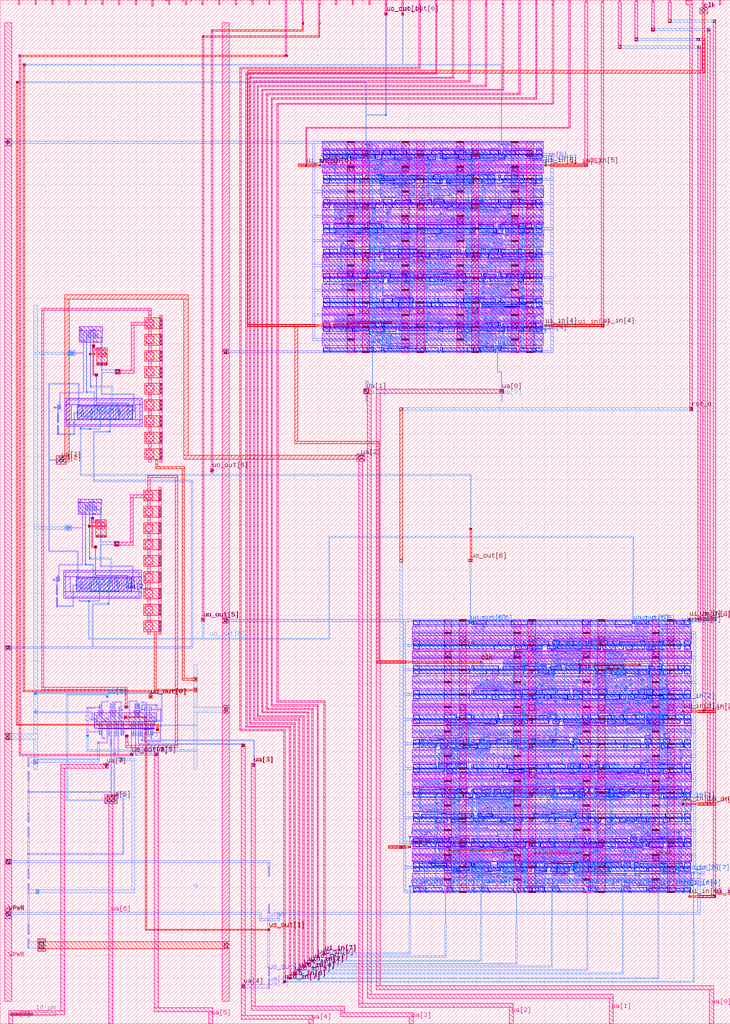
<source format=lef>
VERSION 5.7 ;
  NOWIREEXTENSIONATPIN ON ;
  DIVIDERCHAR "/" ;
  BUSBITCHARS "[]" ;
MACRO final
  CLASS BLOCK ;
  FOREIGN final ;
  ORIGIN 0.000 0.000 ;
  SIZE 161.000 BY 225.760 ;
  PIN clk
    DIRECTION INPUT ;
    USE SIGNAL ;
    ANTENNAGATEAREA 1.704000 ;
    PORT
      LAYER li1 ;
        RECT 92.495 170.715 92.810 171.275 ;
        RECT 117.365 60.415 117.680 60.975 ;
      LAYER mcon ;
        RECT 92.555 170.715 92.725 170.885 ;
        RECT 117.425 60.805 117.595 60.975 ;
      LAYER met1 ;
        RECT 86.500 170.870 86.820 170.930 ;
        RECT 92.495 170.870 92.785 170.915 ;
        RECT 86.500 170.730 92.785 170.870 ;
        RECT 86.500 170.670 86.820 170.730 ;
        RECT 92.495 170.685 92.785 170.730 ;
        RECT 105.850 74.900 106.170 74.960 ;
        RECT 115.510 74.900 115.830 74.960 ;
        RECT 105.850 74.760 115.830 74.900 ;
        RECT 105.850 74.700 106.170 74.760 ;
        RECT 115.510 74.700 115.830 74.760 ;
        RECT 115.510 60.960 115.830 61.020 ;
        RECT 117.365 60.960 117.655 61.005 ;
        RECT 115.510 60.820 117.655 60.960 ;
        RECT 115.510 60.760 115.830 60.820 ;
        RECT 117.365 60.775 117.655 60.820 ;
      LAYER via ;
        RECT 86.530 170.670 86.790 170.930 ;
        RECT 105.880 74.700 106.140 74.960 ;
        RECT 115.540 74.700 115.800 74.960 ;
        RECT 115.540 60.760 115.800 61.020 ;
      LAYER met2 ;
        RECT 86.530 170.640 86.790 170.960 ;
        RECT 86.060 154.720 86.340 154.835 ;
        RECT 86.590 154.720 86.730 170.640 ;
        RECT 86.060 154.580 86.730 154.720 ;
        RECT 86.060 154.465 86.340 154.580 ;
        RECT 105.870 79.575 106.150 79.945 ;
        RECT 105.940 74.990 106.080 79.575 ;
        RECT 105.880 74.670 106.140 74.990 ;
        RECT 115.540 74.670 115.800 74.990 ;
        RECT 115.600 61.050 115.740 74.670 ;
        RECT 115.540 60.730 115.800 61.050 ;
      LAYER via2 ;
        RECT 86.060 154.510 86.340 154.790 ;
        RECT 105.870 79.620 106.150 79.900 ;
      LAYER met3 ;
        RECT 154.280 222.745 156.080 224.045 ;
        RECT 154.820 210.275 155.425 222.745 ;
        RECT 54.615 209.670 155.425 210.275 ;
        RECT 54.615 154.275 55.220 209.670 ;
        RECT 86.035 154.800 86.365 154.815 ;
        RECT 78.920 154.500 86.365 154.800 ;
        RECT 54.615 154.270 66.305 154.275 ;
        RECT 54.615 154.120 69.730 154.270 ;
        RECT 78.920 154.120 79.220 154.500 ;
        RECT 86.035 154.485 86.365 154.500 ;
        RECT 54.615 153.820 79.220 154.120 ;
        RECT 54.615 153.670 69.730 153.820 ;
        RECT 64.990 128.510 65.590 153.670 ;
        RECT 64.990 127.910 83.550 128.510 ;
        RECT 82.950 80.060 83.550 127.910 ;
        RECT 82.950 79.910 89.540 80.060 ;
        RECT 105.845 79.910 106.175 79.925 ;
        RECT 82.950 79.610 106.175 79.910 ;
        RECT 82.950 79.460 89.540 79.610 ;
        RECT 105.845 79.595 106.175 79.610 ;
      LAYER via3 ;
        RECT 154.780 223.130 155.350 223.815 ;
      LAYER met4 ;
        RECT 154.870 224.045 155.170 225.760 ;
        RECT 154.280 222.745 156.080 224.045 ;
    END
  END clk
  PIN ena
    DIRECTION INPUT ;
    USE SIGNAL ;
    PORT
      LAYER met4 ;
        RECT 158.550 224.760 158.850 225.760 ;
    END
  END ena
  PIN rst_n
    DIRECTION INPUT ;
    USE SIGNAL ;
    ANTENNAGATEAREA 0.196500 ;
    PORT
      LAYER li1 ;
        RECT 92.545 40.965 92.875 41.335 ;
      LAYER mcon ;
        RECT 92.585 41.085 92.755 41.255 ;
      LAYER met1 ;
        RECT 90.210 41.240 90.530 41.300 ;
        RECT 92.525 41.240 92.815 41.285 ;
        RECT 90.210 41.100 92.815 41.240 ;
        RECT 90.210 41.040 90.530 41.100 ;
        RECT 92.525 41.055 92.815 41.100 ;
      LAYER via ;
        RECT 90.240 41.040 90.500 41.300 ;
      LAYER met2 ;
        RECT 88.130 135.875 152.705 135.900 ;
        RECT 88.110 135.325 152.705 135.875 ;
        RECT 88.130 135.300 152.705 135.325 ;
        RECT 88.130 39.290 88.730 102.460 ;
        RECT 90.240 41.010 90.500 41.330 ;
        RECT 88.105 38.625 88.790 39.290 ;
        RECT 90.300 39.145 90.440 41.010 ;
        RECT 90.230 38.775 90.510 39.145 ;
      LAYER via2 ;
        RECT 88.155 135.325 88.705 135.875 ;
        RECT 152.060 135.300 152.660 135.900 ;
        RECT 88.130 101.815 88.730 102.415 ;
        RECT 88.155 38.685 88.705 39.235 ;
        RECT 90.230 38.820 90.510 39.100 ;
      LAYER met3 ;
        RECT 88.130 102.440 88.730 135.900 ;
        RECT 152.035 135.245 152.685 135.925 ;
        RECT 88.105 101.790 88.755 102.440 ;
        RECT 85.540 39.110 89.540 39.260 ;
        RECT 90.205 39.110 90.535 39.125 ;
        RECT 85.540 38.810 90.535 39.110 ;
        RECT 85.540 38.660 89.540 38.810 ;
        RECT 90.205 38.795 90.535 38.810 ;
      LAYER via3 ;
        RECT 152.035 135.275 152.685 135.875 ;
      LAYER met4 ;
        RECT 151.190 225.585 151.490 225.760 ;
        RECT 151.190 224.760 152.660 225.585 ;
        RECT 152.060 135.880 152.660 224.760 ;
        RECT 152.030 135.270 152.690 135.880 ;
    END
  END rst_n
  PIN ua[0]
    DIRECTION INOUT ;
    USE SIGNAL ;
    ANTENNAGATEAREA 0.196500 ;
    PORT
      LAYER li1 ;
        RECT 104.475 149.175 104.805 149.545 ;
      LAYER mcon ;
        RECT 104.515 149.295 104.685 149.465 ;
      LAYER met1 ;
        RECT 104.455 149.265 104.745 149.495 ;
        RECT 104.530 149.110 104.670 149.265 ;
        RECT 109.500 149.110 109.820 149.170 ;
        RECT 104.530 148.970 109.820 149.110 ;
        RECT 109.500 148.910 109.820 148.970 ;
      LAYER via ;
        RECT 109.530 148.910 109.790 149.170 ;
      LAYER met2 ;
        RECT 109.530 148.880 109.790 149.200 ;
        RECT 109.590 143.840 109.730 148.880 ;
        RECT 109.590 143.700 110.650 143.840 ;
        RECT 110.510 141.310 110.650 143.700 ;
        RECT 110.440 139.950 110.720 141.310 ;
        RECT 110.180 139.050 111.080 139.950 ;
        RECT 110.440 137.310 110.720 139.050 ;
      LAYER via2 ;
        RECT 110.375 139.260 110.885 139.820 ;
      LAYER met3 ;
        RECT 110.180 139.050 111.080 139.950 ;
      LAYER via3 ;
        RECT 110.375 139.260 110.885 139.820 ;
      LAYER met4 ;
        RECT 82.960 139.050 111.080 139.950 ;
        RECT 82.960 8.415 83.860 139.050 ;
        RECT 82.960 7.515 157.310 8.415 ;
        RECT 156.410 0.000 157.310 7.515 ;
    END
  END ua[0]
  PIN ua[1]
    DIRECTION INOUT ;
    USE SIGNAL ;
    ANTENNAGATEAREA 0.196500 ;
    PORT
      LAYER li1 ;
        RECT 81.855 149.175 82.185 149.545 ;
      LAYER mcon ;
        RECT 81.975 149.295 82.145 149.465 ;
      LAYER met1 ;
        RECT 81.900 149.250 82.220 149.510 ;
      LAYER via ;
        RECT 81.930 149.250 82.190 149.510 ;
      LAYER met2 ;
        RECT 81.930 149.220 82.190 149.540 ;
        RECT 80.610 141.660 81.210 141.800 ;
        RECT 80.610 141.310 80.750 141.660 ;
        RECT 80.540 140.035 80.820 141.310 ;
        RECT 81.070 141.120 81.210 141.660 ;
        RECT 81.990 141.120 82.130 149.220 ;
        RECT 81.070 140.980 82.130 141.120 ;
        RECT 80.195 138.950 81.260 140.035 ;
        RECT 80.540 137.310 80.820 138.950 ;
      LAYER via2 ;
        RECT 80.300 139.095 81.150 139.945 ;
      LAYER met3 ;
        RECT 80.195 138.950 81.260 140.035 ;
      LAYER via3 ;
        RECT 80.280 139.075 81.170 139.965 ;
      LAYER met4 ;
        RECT 80.935 140.035 81.835 140.075 ;
        RECT 80.195 138.950 81.835 140.035 ;
        RECT 80.935 6.480 81.835 138.950 ;
        RECT 80.935 5.580 135.230 6.480 ;
        RECT 134.330 0.000 135.230 5.580 ;
    END
  END ua[1]
  PIN ua[2]
    DIRECTION INOUT ;
    USE SIGNAL ;
    ANTENNADIFFAREA 19.722900 ;
    PORT
      LAYER pwell ;
        RECT 23.120 136.340 27.250 136.345 ;
        RECT 23.120 136.335 29.275 136.340 ;
        RECT 17.030 133.245 29.275 136.335 ;
        RECT 17.030 133.235 23.200 133.245 ;
        RECT 27.165 133.240 29.275 133.245 ;
        RECT 22.900 98.370 27.030 98.375 ;
        RECT 22.900 98.365 29.055 98.370 ;
        RECT 16.810 95.275 29.055 98.365 ;
        RECT 16.810 95.265 22.980 95.275 ;
        RECT 26.945 95.270 29.055 95.275 ;
      LAYER li1 ;
        RECT 17.210 136.155 17.380 136.665 ;
        RECT 17.210 135.985 18.960 136.155 ;
        RECT 17.210 133.585 17.380 135.985 ;
        RECT 18.220 134.955 18.390 135.305 ;
        RECT 18.790 134.955 18.960 135.985 ;
        RECT 19.240 135.985 20.990 136.155 ;
        RECT 19.240 134.955 19.410 135.985 ;
        RECT 19.810 134.955 19.980 135.305 ;
        RECT 18.190 134.675 19.980 134.955 ;
        RECT 18.220 134.265 18.390 134.675 ;
        RECT 18.790 133.585 18.960 134.675 ;
        RECT 19.240 133.585 19.410 134.675 ;
        RECT 19.810 134.265 19.980 134.675 ;
        RECT 20.820 133.585 20.990 135.985 ;
        RECT 21.270 135.985 23.020 136.155 ;
        RECT 21.270 133.585 21.440 135.985 ;
        RECT 22.850 133.595 23.020 135.985 ;
        RECT 23.300 135.995 25.050 136.165 ;
        RECT 23.300 133.595 23.470 135.995 ;
        RECT 24.880 133.595 25.050 135.995 ;
        RECT 25.320 135.995 27.070 136.165 ;
        RECT 25.320 133.595 25.490 135.995 ;
        RECT 26.330 134.935 26.500 135.315 ;
        RECT 26.900 134.935 27.070 135.995 ;
        RECT 27.345 135.990 29.095 136.160 ;
        RECT 27.345 134.935 27.515 135.990 ;
        RECT 27.915 134.935 28.085 135.310 ;
        RECT 26.310 134.655 28.100 134.935 ;
        RECT 26.330 134.275 26.500 134.655 ;
        RECT 26.900 133.595 27.070 134.655 ;
        RECT 27.345 133.595 27.515 134.655 ;
        RECT 27.915 134.270 28.085 134.655 ;
        RECT 22.850 133.590 27.515 133.595 ;
        RECT 28.925 133.590 29.095 135.990 ;
        RECT 22.850 133.585 29.095 133.590 ;
        RECT 17.210 133.425 29.095 133.585 ;
        RECT 17.210 133.415 23.020 133.425 ;
        RECT 27.345 133.420 29.095 133.425 ;
        RECT 16.990 98.185 17.160 98.695 ;
        RECT 16.990 98.015 18.740 98.185 ;
        RECT 16.990 95.615 17.160 98.015 ;
        RECT 18.000 96.985 18.170 97.335 ;
        RECT 18.570 96.985 18.740 98.015 ;
        RECT 19.020 98.015 20.770 98.185 ;
        RECT 19.020 96.985 19.190 98.015 ;
        RECT 19.590 96.985 19.760 97.335 ;
        RECT 17.970 96.705 19.760 96.985 ;
        RECT 18.000 96.295 18.170 96.705 ;
        RECT 18.570 95.615 18.740 96.705 ;
        RECT 19.020 95.615 19.190 96.705 ;
        RECT 19.590 96.295 19.760 96.705 ;
        RECT 20.600 95.615 20.770 98.015 ;
        RECT 21.050 98.015 22.800 98.185 ;
        RECT 21.050 95.615 21.220 98.015 ;
        RECT 22.630 95.625 22.800 98.015 ;
        RECT 23.080 98.025 24.830 98.195 ;
        RECT 23.080 95.625 23.250 98.025 ;
        RECT 24.660 95.625 24.830 98.025 ;
        RECT 25.100 98.025 26.850 98.195 ;
        RECT 25.100 95.625 25.270 98.025 ;
        RECT 26.110 96.965 26.280 97.345 ;
        RECT 26.680 96.965 26.850 98.025 ;
        RECT 27.125 98.020 28.875 98.190 ;
        RECT 27.125 96.965 27.295 98.020 ;
        RECT 27.695 96.965 27.865 97.340 ;
        RECT 26.090 96.685 27.880 96.965 ;
        RECT 26.110 96.305 26.280 96.685 ;
        RECT 26.680 95.625 26.850 96.685 ;
        RECT 27.125 95.625 27.295 96.685 ;
        RECT 27.695 96.300 27.865 96.685 ;
        RECT 22.630 95.620 27.295 95.625 ;
        RECT 28.705 95.620 28.875 98.020 ;
        RECT 22.630 95.615 28.875 95.620 ;
        RECT 16.990 95.455 28.875 95.615 ;
        RECT 16.990 95.445 22.800 95.455 ;
        RECT 27.125 95.450 28.875 95.455 ;
      LAYER mcon ;
        RECT 17.210 136.440 17.380 136.610 ;
        RECT 18.220 134.345 18.390 135.225 ;
        RECT 19.810 134.345 19.980 135.225 ;
        RECT 26.330 134.355 26.500 135.235 ;
        RECT 27.915 134.350 28.085 135.230 ;
        RECT 16.990 98.470 17.160 98.640 ;
        RECT 18.000 96.375 18.170 97.255 ;
        RECT 19.590 96.375 19.760 97.255 ;
        RECT 26.110 96.385 26.280 97.265 ;
        RECT 27.695 96.380 27.865 97.260 ;
      LAYER met1 ;
        RECT 10.665 141.075 17.380 141.245 ;
        RECT 10.665 124.405 10.835 141.075 ;
        RECT 17.210 136.640 17.380 141.075 ;
        RECT 17.150 136.410 17.440 136.640 ;
        RECT 18.190 134.285 18.420 135.285 ;
        RECT 19.780 134.285 20.010 135.285 ;
        RECT 26.300 134.295 26.530 135.295 ;
        RECT 27.885 134.290 28.115 135.290 ;
        RECT 12.350 124.405 14.535 125.235 ;
        RECT 10.665 124.235 14.535 124.405 ;
        RECT 10.665 104.265 10.835 124.235 ;
        RECT 12.350 123.435 14.535 124.235 ;
        RECT 10.665 104.095 17.160 104.265 ;
        RECT 16.990 98.670 17.160 104.095 ;
        RECT 16.930 98.440 17.220 98.670 ;
        RECT 17.970 96.315 18.200 97.315 ;
        RECT 19.560 96.315 19.790 97.315 ;
        RECT 26.080 96.325 26.310 97.325 ;
        RECT 27.665 96.320 27.895 97.320 ;
      LAYER via ;
        RECT 13.070 123.935 13.935 124.915 ;
      LAYER met2 ;
        RECT 12.350 123.435 14.535 125.235 ;
      LAYER via2 ;
        RECT 13.070 123.935 13.935 124.915 ;
      LAYER met3 ;
        RECT 14.200 159.815 41.495 160.795 ;
        RECT 14.200 125.235 15.180 159.815 ;
        RECT 12.350 123.940 15.180 125.235 ;
        RECT 40.515 125.430 41.495 159.815 ;
        RECT 78.590 125.430 80.430 125.685 ;
        RECT 40.515 124.450 80.430 125.430 ;
        RECT 78.590 124.050 80.430 124.450 ;
        RECT 12.350 123.435 14.535 123.940 ;
      LAYER via3 ;
        RECT 79.015 124.505 79.975 125.315 ;
      LAYER met4 ;
        RECT 78.590 124.050 80.430 125.685 ;
        RECT 79.050 4.550 79.950 124.050 ;
        RECT 79.050 3.650 113.150 4.550 ;
        RECT 112.250 0.000 113.150 3.650 ;
    END
  END ua[2]
  PIN ua[3]
    DIRECTION INOUT ;
    USE SIGNAL ;
    ANTENNADIFFAREA 0.580000 ;
    PORT
      LAYER li1 ;
        RECT 31.280 62.650 31.450 66.370 ;
        RECT 31.040 62.385 31.455 62.650 ;
      LAYER mcon ;
        RECT 31.280 65.410 31.450 66.290 ;
        RECT 31.280 63.460 31.450 64.340 ;
        RECT 31.175 62.425 31.350 62.600 ;
      LAYER met1 ;
        RECT 31.250 65.350 31.480 66.350 ;
        RECT 31.250 63.400 31.480 64.400 ;
        RECT 31.040 62.610 31.455 62.650 ;
        RECT 31.040 62.450 56.015 62.610 ;
        RECT 31.040 62.385 31.455 62.450 ;
        RECT 55.855 57.505 56.015 62.450 ;
        RECT 55.390 56.715 56.290 57.505 ;
      LAYER via ;
        RECT 55.655 56.860 56.090 57.345 ;
      LAYER met2 ;
        RECT 55.390 56.715 56.290 57.505 ;
      LAYER via2 ;
        RECT 55.655 56.860 56.090 57.345 ;
      LAYER met3 ;
        RECT 55.390 56.715 56.290 57.505 ;
      LAYER via3 ;
        RECT 55.655 56.860 56.090 57.345 ;
      LAYER met4 ;
        RECT 55.390 3.875 56.290 57.505 ;
        RECT 55.390 2.975 75.970 3.875 ;
        RECT 75.070 2.430 75.970 2.975 ;
        RECT 75.070 1.530 91.070 2.430 ;
        RECT 90.170 0.000 91.070 1.530 ;
    END
  END ua[3]
  PIN ua[4]
    DIRECTION INOUT ;
    USE SIGNAL ;
    ANTENNADIFFAREA 0.580000 ;
    PORT
      LAYER li1 ;
        RECT 30.400 61.770 30.570 66.370 ;
        RECT 32.650 61.770 32.930 61.850 ;
        RECT 30.400 61.600 32.930 61.770 ;
        RECT 32.650 61.535 32.930 61.600 ;
        RECT 59.060 8.675 59.410 9.930 ;
        RECT 53.125 7.780 59.410 8.675 ;
        RECT 59.060 7.770 59.410 7.780 ;
      LAYER mcon ;
        RECT 30.400 65.410 30.570 66.290 ;
        RECT 30.400 63.460 30.570 64.340 ;
        RECT 32.720 61.595 32.890 61.765 ;
        RECT 53.335 8.005 53.805 8.460 ;
        RECT 59.140 7.860 59.330 9.845 ;
      LAYER met1 ;
        RECT 30.370 65.350 30.600 66.350 ;
        RECT 30.370 63.400 30.600 64.400 ;
        RECT 32.650 61.770 32.930 61.850 ;
        RECT 53.130 61.770 54.030 61.775 ;
        RECT 32.650 61.600 54.030 61.770 ;
        RECT 32.650 61.535 32.930 61.600 ;
        RECT 53.130 61.090 54.030 61.600 ;
        RECT 53.125 7.780 54.035 8.675 ;
        RECT 59.110 7.800 59.360 9.905 ;
      LAYER via ;
        RECT 53.395 61.225 53.760 61.605 ;
        RECT 53.335 8.005 53.805 8.460 ;
      LAYER met2 ;
        RECT 53.130 61.095 54.030 61.775 ;
        RECT 53.125 7.780 54.035 8.675 ;
      LAYER via2 ;
        RECT 53.395 61.225 53.760 61.605 ;
        RECT 53.335 8.005 53.805 8.460 ;
      LAYER met3 ;
        RECT 53.130 61.095 54.030 61.775 ;
        RECT 53.125 7.780 54.035 8.675 ;
      LAYER via3 ;
        RECT 53.395 61.225 53.760 61.605 ;
        RECT 53.335 8.005 53.805 8.460 ;
      LAYER met4 ;
        RECT 53.130 8.675 54.030 61.775 ;
        RECT 53.125 7.780 54.035 8.675 ;
        RECT 53.130 1.870 54.030 7.780 ;
        RECT 53.130 0.970 68.990 1.870 ;
        RECT 68.090 0.000 68.990 0.970 ;
    END
  END ua[4]
  PIN ua[5]
    DIRECTION INOUT ;
    USE SIGNAL ;
    ANTENNADIFFAREA 0.580000 ;
    PORT
      LAYER li1 ;
        RECT 29.750 63.395 29.920 66.370 ;
        RECT 29.750 59.570 29.925 63.395 ;
        RECT 29.750 59.205 30.145 59.570 ;
      LAYER mcon ;
        RECT 29.750 65.410 29.920 66.290 ;
        RECT 29.750 63.460 29.920 64.340 ;
        RECT 29.875 59.300 30.055 59.475 ;
      LAYER met1 ;
        RECT 29.720 65.350 29.950 66.350 ;
        RECT 29.720 63.400 29.950 64.400 ;
        RECT 29.750 59.505 30.145 59.570 ;
        RECT 33.990 59.505 34.890 59.725 ;
        RECT 29.750 59.265 34.890 59.505 ;
        RECT 29.750 59.205 30.145 59.265 ;
        RECT 33.990 59.080 34.890 59.265 ;
      LAYER via ;
        RECT 34.220 59.225 34.670 59.575 ;
      LAYER met2 ;
        RECT 33.990 59.080 34.890 59.725 ;
      LAYER via2 ;
        RECT 34.220 59.225 34.670 59.575 ;
      LAYER met3 ;
        RECT 33.990 59.080 34.890 59.725 ;
      LAYER via3 ;
        RECT 34.220 59.225 34.670 59.575 ;
      LAYER met4 ;
        RECT 33.990 3.560 34.890 59.725 ;
        RECT 33.990 2.660 46.910 3.560 ;
        RECT 46.010 0.000 46.910 2.660 ;
    END
  END ua[5]
  PIN ua[6]
    DIRECTION INOUT ;
    USE SIGNAL ;
    ANTENNAGATEAREA 0.600000 ;
    PORT
      LAYER li1 ;
        RECT 23.400 71.850 23.830 72.300 ;
      LAYER mcon ;
        RECT 23.500 71.940 23.760 72.200 ;
      LAYER met1 ;
        RECT 23.400 71.850 23.830 72.300 ;
      LAYER via ;
        RECT 23.500 71.940 23.760 72.200 ;
      LAYER met2 ;
        RECT 14.580 72.450 23.770 72.710 ;
        RECT 14.580 49.390 14.840 72.450 ;
        RECT 23.510 72.300 23.770 72.450 ;
        RECT 23.400 71.850 23.830 72.300 ;
        RECT 23.060 49.390 25.760 50.500 ;
        RECT 14.580 49.130 25.760 49.390 ;
        RECT 23.060 48.560 25.760 49.130 ;
      LAYER via2 ;
        RECT 23.630 48.930 25.220 50.170 ;
      LAYER met3 ;
        RECT 23.060 48.560 25.760 50.500 ;
      LAYER via3 ;
        RECT 23.630 48.930 25.220 50.170 ;
      LAYER met4 ;
        RECT 23.060 48.560 25.760 50.500 ;
        RECT 23.930 0.000 24.830 48.560 ;
    END
  END ua[6]
  PIN ua[7]
    DIRECTION INOUT ;
    USE SIGNAL ;
    ANTENNAGATEAREA 0.900000 ;
    PORT
      LAYER li1 ;
        RECT 24.210 62.580 24.580 62.985 ;
        RECT 24.300 61.585 24.475 62.580 ;
        RECT 24.200 61.150 24.610 61.585 ;
        RECT 22.730 56.360 23.980 57.440 ;
      LAYER mcon ;
        RECT 23.180 56.600 23.630 57.180 ;
      LAYER met1 ;
        RECT 22.730 56.360 23.980 57.440 ;
      LAYER via ;
        RECT 23.180 56.600 23.630 57.180 ;
      LAYER met2 ;
        RECT 22.730 56.360 23.980 57.440 ;
      LAYER via2 ;
        RECT 23.180 56.600 23.630 57.180 ;
      LAYER met3 ;
        RECT 23.180 56.600 23.630 57.180 ;
      LAYER met4 ;
        RECT 22.730 57.270 23.980 57.440 ;
        RECT 13.360 56.370 23.980 57.270 ;
        RECT 13.360 2.880 14.260 56.370 ;
        RECT 22.730 56.360 23.980 56.370 ;
        RECT 1.850 1.980 14.260 2.880 ;
        RECT 1.850 0.000 2.750 1.980 ;
    END
  END ua[7]
  PIN ui_in[0]
    DIRECTION INPUT ;
    USE SIGNAL ;
    ANTENNAGATEAREA 0.213000 ;
    PORT
      LAYER li1 ;
        RECT 150.075 29.845 150.435 30.425 ;
      LAYER mcon ;
        RECT 150.085 29.865 150.255 30.035 ;
      LAYER met1 ;
        RECT 150.025 30.020 150.315 30.065 ;
        RECT 151.850 30.020 152.170 30.080 ;
        RECT 150.025 29.880 152.170 30.020 ;
        RECT 150.025 29.835 150.315 29.880 ;
        RECT 151.850 29.820 152.170 29.880 ;
      LAYER via ;
        RECT 151.880 29.820 152.140 30.080 ;
      LAYER met2 ;
        RECT 157.210 221.425 157.855 221.455 ;
        RECT 147.305 220.825 157.855 221.425 ;
        RECT 157.210 220.800 157.855 220.825 ;
        RECT 151.880 29.790 152.140 30.110 ;
        RECT 151.940 28.265 152.080 29.790 ;
        RECT 151.870 27.895 152.150 28.265 ;
      LAYER via2 ;
        RECT 147.350 220.825 147.950 221.425 ;
        RECT 157.250 220.850 157.800 221.400 ;
        RECT 151.870 27.940 152.150 28.220 ;
      LAYER met3 ;
        RECT 147.325 220.800 147.975 221.480 ;
        RECT 157.225 221.420 157.825 221.425 ;
        RECT 157.200 220.830 157.850 221.420 ;
        RECT 157.225 220.825 157.825 220.830 ;
        RECT 157.200 28.380 157.855 28.415 ;
        RECT 151.845 28.230 152.175 28.245 ;
        RECT 153.825 28.230 157.855 28.380 ;
        RECT 151.845 27.930 157.855 28.230 ;
        RECT 151.845 27.915 152.175 27.930 ;
        RECT 153.825 27.780 157.855 27.930 ;
        RECT 157.200 27.750 157.855 27.780 ;
      LAYER via3 ;
        RECT 147.325 220.850 147.975 221.450 ;
        RECT 157.230 220.830 157.820 221.420 ;
        RECT 157.225 27.780 157.825 28.380 ;
      LAYER met4 ;
        RECT 147.510 225.265 147.810 225.760 ;
        RECT 147.350 221.455 147.950 225.265 ;
        RECT 147.320 220.845 147.980 221.455 ;
        RECT 157.225 28.415 157.825 221.425 ;
        RECT 157.200 27.750 157.855 28.415 ;
    END
  END ui_in[0]
  PIN ui_in[1]
    DIRECTION INPUT ;
    USE SIGNAL ;
    ANTENNAGATEAREA 0.126000 ;
    PORT
      LAYER li1 ;
        RECT 150.290 49.160 150.775 49.865 ;
      LAYER mcon ;
        RECT 150.545 49.245 150.715 49.415 ;
      LAYER met1 ;
        RECT 150.470 49.200 150.790 49.460 ;
      LAYER via ;
        RECT 150.500 49.200 150.760 49.460 ;
      LAYER met2 ;
        RECT 143.605 219.560 144.325 219.620 ;
        RECT 155.965 219.560 156.615 219.590 ;
        RECT 143.605 218.960 156.615 219.560 ;
        RECT 143.605 218.905 144.325 218.960 ;
        RECT 155.965 218.935 156.615 218.960 ;
        RECT 150.500 49.170 150.760 49.490 ;
        RECT 150.560 48.665 150.700 49.170 ;
        RECT 150.490 48.295 150.770 48.665 ;
      LAYER via2 ;
        RECT 143.660 218.960 144.260 219.560 ;
        RECT 156.005 218.985 156.555 219.535 ;
        RECT 150.490 48.340 150.770 48.620 ;
      LAYER met3 ;
        RECT 143.605 218.905 144.325 219.620 ;
        RECT 155.965 219.555 156.615 219.590 ;
        RECT 155.955 218.965 156.615 219.555 ;
        RECT 155.965 218.935 156.615 218.965 ;
        RECT 150.465 48.630 150.795 48.645 ;
        RECT 153.825 48.630 157.825 48.780 ;
        RECT 150.465 48.330 157.825 48.630 ;
        RECT 150.465 48.315 150.795 48.330 ;
        RECT 153.825 48.180 157.825 48.330 ;
      LAYER via3 ;
        RECT 143.635 218.935 144.285 219.585 ;
        RECT 155.985 218.965 156.575 219.555 ;
        RECT 155.980 48.180 156.580 48.780 ;
      LAYER met4 ;
        RECT 143.830 225.340 144.130 225.760 ;
        RECT 143.660 219.620 144.260 225.340 ;
        RECT 143.605 218.905 144.325 219.620 ;
        RECT 155.965 218.935 156.615 219.590 ;
        RECT 155.980 48.785 156.580 218.935 ;
        RECT 155.975 48.175 156.585 48.785 ;
    END
  END ui_in[1]
  PIN ui_in[2]
    DIRECTION INPUT ;
    USE SIGNAL ;
    ANTENNAGATEAREA 0.126000 ;
    PORT
      LAYER li1 ;
        RECT 150.290 70.920 150.775 71.625 ;
      LAYER mcon ;
        RECT 150.545 71.005 150.715 71.175 ;
      LAYER met1 ;
        RECT 150.470 70.960 150.790 71.220 ;
      LAYER via ;
        RECT 150.500 70.960 150.760 71.220 ;
      LAYER met2 ;
        RECT 139.920 217.380 140.640 217.440 ;
        RECT 153.605 217.380 154.255 217.405 ;
        RECT 139.920 216.780 154.255 217.380 ;
        RECT 139.920 216.725 140.640 216.780 ;
        RECT 153.605 216.750 154.255 216.780 ;
        RECT 150.500 70.930 150.760 71.250 ;
        RECT 150.560 69.065 150.700 70.930 ;
        RECT 150.490 68.695 150.770 69.065 ;
      LAYER via2 ;
        RECT 139.980 216.780 140.580 217.380 ;
        RECT 153.650 216.805 154.200 217.355 ;
        RECT 150.490 68.740 150.770 69.020 ;
      LAYER met3 ;
        RECT 139.920 216.725 140.640 217.440 ;
        RECT 153.605 216.750 154.255 217.405 ;
        RECT 154.910 69.180 155.510 69.210 ;
        RECT 150.465 69.030 150.795 69.045 ;
        RECT 153.825 69.030 157.825 69.180 ;
        RECT 150.465 68.730 157.825 69.030 ;
        RECT 150.465 68.715 150.795 68.730 ;
        RECT 153.825 68.580 157.825 68.730 ;
        RECT 154.910 68.550 155.510 68.580 ;
      LAYER via3 ;
        RECT 139.955 216.755 140.605 217.405 ;
        RECT 153.630 216.785 154.220 217.375 ;
        RECT 154.910 68.580 155.510 69.180 ;
      LAYER met4 ;
        RECT 140.150 225.360 140.450 225.760 ;
        RECT 139.980 217.440 140.580 225.360 ;
        RECT 139.920 216.725 140.640 217.440 ;
        RECT 153.605 217.380 154.255 217.405 ;
        RECT 153.605 216.780 155.510 217.380 ;
        RECT 153.605 216.750 154.255 216.780 ;
        RECT 154.910 69.185 155.510 216.780 ;
        RECT 154.905 68.575 155.515 69.185 ;
    END
  END ui_in[2]
  PIN ui_in[3]
    DIRECTION INPUT ;
    USE SIGNAL ;
    ANTENNAGATEAREA 0.213000 ;
    PORT
      LAYER li1 ;
        RECT 150.075 87.615 150.435 88.195 ;
      LAYER mcon ;
        RECT 150.085 88.005 150.255 88.175 ;
      LAYER met1 ;
        RECT 150.025 88.160 150.315 88.205 ;
        RECT 151.850 88.160 152.170 88.220 ;
        RECT 150.025 88.020 152.170 88.160 ;
        RECT 150.025 87.975 150.315 88.020 ;
        RECT 151.850 87.960 152.170 88.020 ;
      LAYER via ;
        RECT 151.880 87.960 152.140 88.220 ;
      LAYER met2 ;
        RECT 136.265 215.715 136.985 215.770 ;
        RECT 153.840 215.715 154.490 215.745 ;
        RECT 136.265 215.115 154.490 215.715 ;
        RECT 136.265 215.055 136.985 215.115 ;
        RECT 153.840 215.090 154.490 215.115 ;
        RECT 151.870 89.095 152.150 89.465 ;
        RECT 151.940 88.250 152.080 89.095 ;
        RECT 151.880 87.930 152.140 88.250 ;
      LAYER via2 ;
        RECT 136.320 215.115 136.920 215.715 ;
        RECT 153.890 215.140 154.440 215.690 ;
        RECT 151.870 89.140 152.150 89.420 ;
      LAYER met3 ;
        RECT 136.265 215.055 136.985 215.770 ;
        RECT 153.840 215.090 154.490 215.745 ;
        RECT 151.845 89.430 152.175 89.445 ;
        RECT 153.825 89.430 157.825 89.580 ;
        RECT 151.845 89.130 157.825 89.430 ;
        RECT 151.845 89.115 152.175 89.130 ;
        RECT 153.825 88.980 157.825 89.130 ;
      LAYER via3 ;
        RECT 136.295 215.090 136.945 215.740 ;
        RECT 153.870 215.120 154.460 215.710 ;
        RECT 153.865 88.980 154.465 89.580 ;
      LAYER met4 ;
        RECT 136.470 225.400 136.770 225.760 ;
        RECT 136.320 215.770 136.920 225.400 ;
        RECT 136.265 215.055 136.985 215.770 ;
        RECT 153.840 215.090 154.490 215.745 ;
        RECT 153.865 89.585 154.465 215.090 ;
        RECT 153.860 88.975 154.470 89.585 ;
    END
  END ui_in[3]
  PIN ui_in[4]
    DIRECTION INPUT ;
    USE SIGNAL ;
    ANTENNAGATEAREA 0.196500 ;
    PORT
      LAYER li1 ;
        RECT 117.725 152.275 118.065 152.645 ;
      LAYER mcon ;
        RECT 117.855 152.355 118.025 152.525 ;
      LAYER met1 ;
        RECT 120.080 152.990 120.400 153.250 ;
        RECT 117.795 152.510 118.085 152.555 ;
        RECT 120.170 152.510 120.310 152.990 ;
        RECT 117.795 152.370 120.310 152.510 ;
        RECT 117.795 152.325 118.085 152.370 ;
      LAYER via ;
        RECT 120.110 152.990 120.370 153.250 ;
      LAYER met2 ;
        RECT 120.100 153.785 120.380 154.155 ;
        RECT 120.170 153.280 120.310 153.785 ;
        RECT 120.110 152.960 120.370 153.280 ;
      LAYER via2 ;
        RECT 120.100 153.830 120.380 154.110 ;
      LAYER met3 ;
        RECT 120.075 154.120 120.405 154.135 ;
        RECT 121.500 154.120 133.170 154.270 ;
        RECT 120.075 153.820 133.170 154.120 ;
        RECT 120.075 153.805 120.405 153.820 ;
        RECT 121.500 153.670 133.170 153.820 ;
      LAYER via3 ;
        RECT 132.540 153.670 133.140 154.270 ;
      LAYER met4 ;
        RECT 132.790 225.360 133.090 225.760 ;
        RECT 132.540 154.275 133.140 225.360 ;
        RECT 132.535 153.665 133.145 154.275 ;
    END
  END ui_in[4]
  PIN ui_in[5]
    DIRECTION INPUT ;
    USE SIGNAL ;
    ANTENNAGATEAREA 0.196500 ;
    PORT
      LAYER li1 ;
        RECT 117.725 190.355 118.065 190.725 ;
      LAYER mcon ;
        RECT 117.855 190.435 118.025 190.605 ;
      LAYER met1 ;
        RECT 117.795 190.590 118.085 190.635 ;
        RECT 117.795 190.450 120.310 190.590 ;
        RECT 117.795 190.405 118.085 190.450 ;
        RECT 120.170 189.970 120.310 190.450 ;
        RECT 120.080 189.710 120.400 189.970 ;
      LAYER via ;
        RECT 120.110 189.710 120.370 189.970 ;
      LAYER met2 ;
        RECT 120.110 189.680 120.370 190.000 ;
        RECT 120.170 189.515 120.310 189.680 ;
        RECT 120.100 189.145 120.380 189.515 ;
      LAYER via2 ;
        RECT 120.100 189.190 120.380 189.470 ;
      LAYER met3 ;
        RECT 120.075 189.480 120.405 189.495 ;
        RECT 121.500 189.480 129.575 189.630 ;
        RECT 120.075 189.180 129.575 189.480 ;
        RECT 120.075 189.165 120.405 189.180 ;
        RECT 121.500 189.030 129.575 189.180 ;
      LAYER via3 ;
        RECT 128.945 189.030 129.545 189.630 ;
      LAYER met4 ;
        RECT 129.110 225.415 129.410 225.760 ;
        RECT 128.945 189.635 129.545 225.415 ;
        RECT 128.940 189.025 129.550 189.635 ;
    END
  END ui_in[5]
  PIN ui_in[6]
    DIRECTION INPUT ;
    USE SIGNAL ;
    ANTENNAGATEAREA 0.196500 ;
    PORT
      LAYER li1 ;
        RECT 72.735 190.355 73.065 190.725 ;
      LAYER mcon ;
        RECT 72.775 190.435 72.945 190.605 ;
      LAYER met1 ;
        RECT 70.400 190.590 70.720 190.650 ;
        RECT 72.715 190.590 73.005 190.635 ;
        RECT 70.400 190.450 73.005 190.590 ;
        RECT 70.400 190.390 70.720 190.450 ;
        RECT 72.715 190.405 73.005 190.450 ;
      LAYER via ;
        RECT 70.430 190.390 70.690 190.650 ;
      LAYER met2 ;
        RECT 70.430 190.360 70.690 190.680 ;
        RECT 70.490 189.515 70.630 190.360 ;
        RECT 70.420 189.145 70.700 189.515 ;
      LAYER via2 ;
        RECT 70.420 189.190 70.700 189.470 ;
      LAYER met3 ;
        RECT 65.730 189.480 69.730 189.630 ;
        RECT 70.395 189.480 70.725 189.495 ;
        RECT 65.730 189.180 70.725 189.480 ;
        RECT 65.730 189.030 69.730 189.180 ;
        RECT 70.395 189.165 70.725 189.180 ;
      LAYER via3 ;
        RECT 67.325 189.035 67.645 189.355 ;
      LAYER met4 ;
        RECT 125.430 197.760 125.730 225.760 ;
        RECT 67.335 197.460 125.730 197.760 ;
        RECT 67.335 189.360 67.635 197.460 ;
        RECT 67.320 189.030 67.650 189.360 ;
    END
  END ui_in[6]
  PIN ui_in[7]
    DIRECTION INPUT ;
    USE SIGNAL ;
    ANTENNAGATEAREA 0.196500 ;
    PORT
      LAYER li1 ;
        RECT 92.545 30.085 92.885 30.455 ;
      LAYER mcon ;
        RECT 92.585 30.205 92.755 30.375 ;
      LAYER met1 ;
        RECT 90.210 30.360 90.530 30.420 ;
        RECT 92.525 30.360 92.815 30.405 ;
        RECT 90.210 30.220 92.815 30.360 ;
        RECT 90.210 30.160 90.530 30.220 ;
        RECT 92.525 30.175 92.815 30.220 ;
      LAYER via ;
        RECT 90.240 30.160 90.500 30.420 ;
      LAYER met2 ;
        RECT 90.240 30.130 90.500 30.450 ;
        RECT 90.300 22.220 90.440 30.130 ;
        RECT 71.150 15.655 71.955 16.015 ;
        RECT 90.230 15.655 90.510 22.220 ;
        RECT 71.150 15.375 90.510 15.655 ;
        RECT 71.150 15.215 71.955 15.375 ;
      LAYER via2 ;
        RECT 71.345 15.365 71.645 15.665 ;
      LAYER met3 ;
        RECT 71.150 15.215 71.955 16.015 ;
      LAYER via3 ;
        RECT 71.320 15.340 71.670 15.690 ;
      LAYER met4 ;
        RECT 121.750 224.960 122.050 225.760 ;
        RECT 121.740 224.760 122.050 224.960 ;
        RECT 121.740 203.040 122.040 224.760 ;
        RECT 61.010 202.740 122.040 203.040 ;
        RECT 61.010 71.205 61.310 202.740 ;
        RECT 61.010 70.905 71.645 71.205 ;
        RECT 71.345 16.015 71.645 70.905 ;
        RECT 71.150 15.215 71.955 16.015 ;
    END
  END ui_in[7]
  PIN uio_in[0]
    DIRECTION INPUT ;
    USE SIGNAL ;
    ANTENNAGATEAREA 0.196500 ;
    PORT
      LAYER li1 ;
        RECT 98.525 30.085 98.865 30.455 ;
      LAYER mcon ;
        RECT 98.565 30.205 98.735 30.375 ;
      LAYER met1 ;
        RECT 98.490 30.160 98.810 30.420 ;
      LAYER via ;
        RECT 98.520 30.160 98.780 30.420 ;
      LAYER met2 ;
        RECT 98.520 30.360 98.780 30.450 ;
        RECT 98.120 30.220 98.780 30.360 ;
        RECT 98.120 22.220 98.260 30.220 ;
        RECT 98.520 30.130 98.780 30.220 ;
        RECT 69.770 14.950 70.290 15.045 ;
        RECT 98.050 14.950 98.330 22.220 ;
        RECT 69.770 14.670 98.330 14.950 ;
        RECT 69.770 14.560 70.290 14.670 ;
      LAYER via2 ;
        RECT 69.885 14.660 70.185 14.960 ;
      LAYER met3 ;
        RECT 69.770 14.560 70.290 15.045 ;
      LAYER via3 ;
        RECT 69.860 14.635 70.210 14.985 ;
      LAYER met4 ;
        RECT 118.070 225.210 118.370 225.760 ;
        RECT 118.070 224.760 118.375 225.210 ;
        RECT 118.075 204.225 118.375 224.760 ;
        RECT 59.735 203.925 118.375 204.225 ;
        RECT 59.735 70.340 60.035 203.925 ;
        RECT 59.735 70.040 70.185 70.340 ;
        RECT 69.885 15.045 70.185 70.040 ;
        RECT 69.770 14.560 70.290 15.045 ;
    END
  END uio_in[0]
  PIN uio_in[1]
    DIRECTION INPUT ;
    USE SIGNAL ;
    ANTENNAGATEAREA 0.196500 ;
    PORT
      LAYER li1 ;
        RECT 106.345 30.085 106.685 30.455 ;
      LAYER mcon ;
        RECT 106.385 30.205 106.555 30.375 ;
      LAYER met1 ;
        RECT 106.310 30.160 106.630 30.420 ;
      LAYER via ;
        RECT 106.340 30.160 106.600 30.420 ;
      LAYER met2 ;
        RECT 106.340 30.360 106.600 30.450 ;
        RECT 105.940 30.220 106.600 30.360 ;
        RECT 105.940 22.220 106.080 30.220 ;
        RECT 106.340 30.130 106.600 30.220 ;
        RECT 68.575 14.040 69.095 14.150 ;
        RECT 105.870 14.040 106.150 22.220 ;
        RECT 68.575 13.760 106.150 14.040 ;
        RECT 68.575 13.665 69.095 13.760 ;
      LAYER via2 ;
        RECT 68.680 13.750 68.980 14.050 ;
      LAYER met3 ;
        RECT 68.575 13.665 69.095 14.150 ;
      LAYER via3 ;
        RECT 68.655 13.725 69.005 14.075 ;
      LAYER met4 ;
        RECT 114.390 224.940 114.690 225.760 ;
        RECT 114.385 224.760 114.690 224.940 ;
        RECT 114.385 205.205 114.685 224.760 ;
        RECT 58.710 204.905 114.685 205.205 ;
        RECT 58.710 69.565 59.010 204.905 ;
        RECT 58.710 69.265 68.980 69.565 ;
        RECT 68.680 14.150 68.980 69.265 ;
        RECT 68.575 13.665 69.095 14.150 ;
    END
  END uio_in[1]
  PIN uio_in[2]
    DIRECTION INPUT ;
    USE SIGNAL ;
    ANTENNAGATEAREA 0.196500 ;
    PORT
      LAYER li1 ;
        RECT 114.165 30.085 114.505 30.455 ;
      LAYER mcon ;
        RECT 114.205 30.205 114.375 30.375 ;
      LAYER met1 ;
        RECT 114.130 30.160 114.450 30.420 ;
      LAYER via ;
        RECT 114.160 30.160 114.420 30.420 ;
      LAYER met2 ;
        RECT 114.160 30.360 114.420 30.450 ;
        RECT 113.760 30.220 114.420 30.360 ;
        RECT 113.760 22.220 113.900 30.220 ;
        RECT 114.160 30.130 114.420 30.220 ;
        RECT 67.610 13.380 68.130 13.480 ;
        RECT 113.690 13.380 113.970 22.220 ;
        RECT 67.610 13.100 113.970 13.380 ;
        RECT 67.610 12.995 68.130 13.100 ;
      LAYER via2 ;
        RECT 67.725 13.090 68.025 13.390 ;
      LAYER met3 ;
        RECT 67.610 12.995 68.130 13.480 ;
      LAYER via3 ;
        RECT 67.700 13.065 68.050 13.415 ;
      LAYER met4 ;
        RECT 110.710 224.850 111.010 225.760 ;
        RECT 110.700 224.760 111.010 224.850 ;
        RECT 110.700 206.135 111.000 224.760 ;
        RECT 57.620 205.835 111.000 206.135 ;
        RECT 57.620 68.860 57.920 205.835 ;
        RECT 57.620 68.560 68.025 68.860 ;
        RECT 67.725 13.480 68.025 68.560 ;
        RECT 67.610 12.995 68.130 13.480 ;
    END
  END uio_in[2]
  PIN uio_in[3]
    DIRECTION INPUT ;
    USE SIGNAL ;
    ANTENNAGATEAREA 0.196500 ;
    PORT
      LAYER li1 ;
        RECT 122.815 30.085 123.155 30.455 ;
      LAYER mcon ;
        RECT 122.945 30.205 123.115 30.375 ;
      LAYER met1 ;
        RECT 121.490 30.360 121.810 30.420 ;
        RECT 122.885 30.360 123.175 30.405 ;
        RECT 121.490 30.220 123.175 30.360 ;
        RECT 121.490 30.160 121.810 30.220 ;
        RECT 122.885 30.175 123.175 30.220 ;
      LAYER via ;
        RECT 121.520 30.160 121.780 30.420 ;
      LAYER met2 ;
        RECT 121.520 30.130 121.780 30.450 ;
        RECT 121.580 22.220 121.720 30.130 ;
        RECT 66.655 12.790 67.175 12.885 ;
        RECT 121.510 12.790 121.790 22.220 ;
        RECT 66.655 12.510 121.790 12.790 ;
        RECT 66.655 12.400 67.175 12.510 ;
      LAYER via2 ;
        RECT 66.770 12.500 67.070 12.800 ;
      LAYER met3 ;
        RECT 66.655 12.400 67.175 12.885 ;
      LAYER via3 ;
        RECT 66.745 12.475 67.095 12.825 ;
      LAYER met4 ;
        RECT 107.030 224.940 107.330 225.760 ;
        RECT 107.010 224.760 107.330 224.940 ;
        RECT 107.010 206.980 107.310 224.760 ;
        RECT 56.640 206.680 107.310 206.980 ;
        RECT 56.640 67.950 56.940 206.680 ;
        RECT 56.640 67.650 67.070 67.950 ;
        RECT 66.770 12.885 67.070 67.650 ;
        RECT 66.655 12.400 67.175 12.885 ;
    END
  END uio_in[3]
  PIN uio_in[4]
    DIRECTION INPUT ;
    USE SIGNAL ;
    ANTENNAGATEAREA 0.196500 ;
    PORT
      LAYER li1 ;
        RECT 131.095 30.085 131.435 30.455 ;
      LAYER mcon ;
        RECT 131.225 30.205 131.395 30.375 ;
      LAYER met1 ;
        RECT 129.310 30.360 129.630 30.420 ;
        RECT 131.165 30.360 131.455 30.405 ;
        RECT 129.310 30.220 131.455 30.360 ;
        RECT 129.310 30.160 129.630 30.220 ;
        RECT 131.165 30.175 131.455 30.220 ;
      LAYER via ;
        RECT 129.340 30.160 129.600 30.420 ;
      LAYER met2 ;
        RECT 129.340 30.130 129.600 30.450 ;
        RECT 129.400 22.220 129.540 30.130 ;
        RECT 65.625 11.990 66.145 12.100 ;
        RECT 129.330 11.990 129.610 22.220 ;
        RECT 65.625 11.710 129.610 11.990 ;
        RECT 65.625 11.615 66.145 11.710 ;
      LAYER via2 ;
        RECT 65.745 11.700 66.045 12.000 ;
      LAYER met3 ;
        RECT 65.625 11.615 66.145 12.100 ;
      LAYER via3 ;
        RECT 65.720 11.675 66.070 12.025 ;
      LAYER met4 ;
        RECT 103.350 207.980 103.650 225.760 ;
        RECT 55.820 207.680 103.650 207.980 ;
        RECT 55.820 67.220 56.120 207.680 ;
        RECT 55.820 66.920 66.045 67.220 ;
        RECT 65.745 12.100 66.045 66.920 ;
        RECT 65.625 11.615 66.145 12.100 ;
    END
  END uio_in[4]
  PIN uio_in[5]
    DIRECTION INPUT ;
    USE SIGNAL ;
    ANTENNAGATEAREA 0.196500 ;
    PORT
      LAYER li1 ;
        RECT 138.455 30.085 138.795 30.455 ;
      LAYER mcon ;
        RECT 138.585 30.205 138.755 30.375 ;
      LAYER met1 ;
        RECT 137.130 30.360 137.450 30.420 ;
        RECT 138.525 30.360 138.815 30.405 ;
        RECT 137.130 30.220 138.815 30.360 ;
        RECT 137.130 30.160 137.450 30.220 ;
        RECT 138.525 30.175 138.815 30.220 ;
      LAYER via ;
        RECT 137.160 30.160 137.420 30.420 ;
      LAYER met2 ;
        RECT 137.160 30.130 137.420 30.450 ;
        RECT 137.220 22.220 137.360 30.130 ;
        RECT 64.650 11.245 65.170 11.335 ;
        RECT 137.150 11.245 137.430 22.220 ;
        RECT 64.650 10.965 137.430 11.245 ;
        RECT 64.650 10.850 65.170 10.965 ;
      LAYER via2 ;
        RECT 64.760 10.955 65.060 11.255 ;
      LAYER met3 ;
        RECT 64.650 10.850 65.170 11.335 ;
      LAYER via3 ;
        RECT 64.735 10.930 65.085 11.280 ;
      LAYER met4 ;
        RECT 99.670 208.775 99.970 225.760 ;
        RECT 54.960 208.475 99.970 208.775 ;
        RECT 54.960 66.400 55.260 208.475 ;
        RECT 54.960 66.100 65.060 66.400 ;
        RECT 64.760 11.335 65.060 66.100 ;
        RECT 64.650 10.850 65.170 11.335 ;
    END
  END uio_in[5]
  PIN uio_in[6]
    DIRECTION INPUT ;
    USE SIGNAL ;
    ANTENNAGATEAREA 0.126000 ;
    PORT
      LAYER li1 ;
        RECT 143.125 30.095 143.610 30.800 ;
      LAYER mcon ;
        RECT 143.185 30.205 143.355 30.375 ;
      LAYER met1 ;
        RECT 143.125 30.175 143.415 30.405 ;
        RECT 143.200 30.020 143.340 30.175 ;
        RECT 144.950 30.020 145.270 30.080 ;
        RECT 143.200 29.880 145.270 30.020 ;
        RECT 144.950 29.820 145.270 29.880 ;
      LAYER via ;
        RECT 144.980 29.820 145.240 30.080 ;
      LAYER met2 ;
        RECT 144.980 29.790 145.240 30.110 ;
        RECT 145.040 22.220 145.180 29.790 ;
        RECT 63.640 10.170 64.160 10.270 ;
        RECT 144.970 10.170 145.250 22.220 ;
        RECT 63.640 9.890 145.250 10.170 ;
        RECT 63.640 9.785 64.160 9.890 ;
      LAYER via2 ;
        RECT 63.760 9.880 64.060 10.180 ;
      LAYER met3 ;
        RECT 63.640 9.785 64.160 10.270 ;
      LAYER via3 ;
        RECT 63.735 9.855 64.085 10.205 ;
      LAYER met4 ;
        RECT 95.990 224.875 96.290 225.760 ;
        RECT 95.990 224.760 96.295 224.875 ;
        RECT 95.995 209.710 96.295 224.760 ;
        RECT 54.150 209.410 96.295 209.710 ;
        RECT 54.150 65.650 54.450 209.410 ;
        RECT 54.150 65.350 64.060 65.650 ;
        RECT 63.760 10.270 64.060 65.350 ;
        RECT 63.640 9.785 64.160 10.270 ;
    END
  END uio_in[6]
  PIN uio_in[7]
    DIRECTION INPUT ;
    USE SIGNAL ;
    ANTENNAGATEAREA 0.196500 ;
    PORT
      LAYER li1 ;
        RECT 150.415 33.185 150.755 33.555 ;
      LAYER mcon ;
        RECT 150.545 33.265 150.715 33.435 ;
      LAYER met1 ;
        RECT 150.485 33.420 150.775 33.465 ;
        RECT 152.770 33.420 153.090 33.480 ;
        RECT 150.485 33.280 153.090 33.420 ;
        RECT 150.485 33.235 150.775 33.280 ;
        RECT 152.770 33.220 153.090 33.280 ;
      LAYER via ;
        RECT 152.800 33.220 153.060 33.480 ;
      LAYER met2 ;
        RECT 152.800 33.190 153.060 33.510 ;
        RECT 152.860 22.220 153.000 33.190 ;
        RECT 62.440 9.400 62.960 9.500 ;
        RECT 152.790 9.400 153.070 22.220 ;
        RECT 62.440 9.120 153.070 9.400 ;
        RECT 62.440 9.015 62.960 9.120 ;
      LAYER via2 ;
        RECT 62.540 9.110 62.840 9.410 ;
      LAYER met3 ;
        RECT 62.440 9.015 62.960 9.500 ;
      LAYER via3 ;
        RECT 62.515 9.085 62.865 9.435 ;
      LAYER met4 ;
        RECT 92.310 225.030 92.610 225.760 ;
        RECT 92.310 224.760 92.615 225.030 ;
        RECT 92.315 210.930 92.615 224.760 ;
        RECT 52.825 210.630 92.615 210.930 ;
        RECT 52.825 64.910 53.125 210.630 ;
        RECT 52.825 64.610 62.840 64.910 ;
        RECT 62.540 9.500 62.840 64.610 ;
        RECT 62.440 9.015 62.960 9.500 ;
    END
  END uio_in[7]
  PIN uio_oe[0]
    DIRECTION OUTPUT ;
    USE SIGNAL ;
    PORT
      LAYER met4 ;
        RECT 29.750 224.760 30.050 225.760 ;
    END
  END uio_oe[0]
  PIN uio_oe[1]
    DIRECTION OUTPUT ;
    USE SIGNAL ;
    PORT
      LAYER met4 ;
        RECT 26.070 224.760 26.370 225.760 ;
    END
  END uio_oe[1]
  PIN uio_oe[2]
    DIRECTION OUTPUT ;
    USE SIGNAL ;
    PORT
      LAYER met4 ;
        RECT 22.390 224.760 22.690 225.760 ;
    END
  END uio_oe[2]
  PIN uio_oe[3]
    DIRECTION OUTPUT ;
    USE SIGNAL ;
    PORT
      LAYER met4 ;
        RECT 18.710 224.760 19.010 225.760 ;
    END
  END uio_oe[3]
  PIN uio_oe[4]
    DIRECTION OUTPUT ;
    USE SIGNAL ;
    PORT
      LAYER met4 ;
        RECT 15.030 224.760 15.330 225.760 ;
    END
  END uio_oe[4]
  PIN uio_oe[5]
    DIRECTION OUTPUT ;
    USE SIGNAL ;
    PORT
      LAYER met4 ;
        RECT 11.350 224.760 11.650 225.760 ;
    END
  END uio_oe[5]
  PIN uio_oe[6]
    DIRECTION OUTPUT ;
    USE SIGNAL ;
    PORT
      LAYER met4 ;
        RECT 7.670 224.760 7.970 225.760 ;
    END
  END uio_oe[6]
  PIN uio_oe[7]
    DIRECTION OUTPUT ;
    USE SIGNAL ;
    PORT
      LAYER met4 ;
        RECT 3.990 224.760 4.290 225.760 ;
    END
  END uio_oe[7]
  PIN uio_out[0]
    DIRECTION OUTPUT ;
    USE SIGNAL ;
    PORT
      LAYER met4 ;
        RECT 59.190 224.760 59.490 225.760 ;
    END
  END uio_out[0]
  PIN uio_out[1]
    DIRECTION OUTPUT ;
    USE SIGNAL ;
    PORT
      LAYER met4 ;
        RECT 55.510 224.760 55.810 225.760 ;
    END
  END uio_out[1]
  PIN uio_out[2]
    DIRECTION OUTPUT ;
    USE SIGNAL ;
    PORT
      LAYER met4 ;
        RECT 51.830 224.760 52.130 225.760 ;
    END
  END uio_out[2]
  PIN uio_out[3]
    DIRECTION OUTPUT ;
    USE SIGNAL ;
    PORT
      LAYER met4 ;
        RECT 48.150 224.760 48.450 225.760 ;
    END
  END uio_out[3]
  PIN uio_out[4]
    DIRECTION OUTPUT ;
    USE SIGNAL ;
    PORT
      LAYER met4 ;
        RECT 44.470 224.760 44.770 225.760 ;
    END
  END uio_out[4]
  PIN uio_out[5]
    DIRECTION OUTPUT ;
    USE SIGNAL ;
    PORT
      LAYER met4 ;
        RECT 40.790 224.760 41.090 225.760 ;
    END
  END uio_out[5]
  PIN uio_out[6]
    DIRECTION OUTPUT ;
    USE SIGNAL ;
    PORT
      LAYER met4 ;
        RECT 37.110 224.760 37.410 225.760 ;
    END
  END uio_out[6]
  PIN uio_out[7]
    DIRECTION OUTPUT ;
    USE SIGNAL ;
    PORT
      LAYER met4 ;
        RECT 33.430 224.440 33.730 225.760 ;
    END
  END uio_out[7]
  PIN uo_out[0]
    DIRECTION OUTPUT ;
    USE SIGNAL ;
    ANTENNAGATEAREA 0.300000 ;
    ANTENNADIFFAREA 0.795200 ;
    PORT
      LAYER li1 ;
        RECT 111.855 193.715 112.115 194.175 ;
        RECT 112.715 193.715 112.975 194.175 ;
        RECT 111.855 193.545 112.975 193.715 ;
        RECT 112.715 193.295 112.975 193.545 ;
        RECT 112.715 193.125 113.470 193.295 ;
        RECT 113.065 192.615 113.470 193.125 ;
        RECT 111.820 192.445 113.470 192.615 ;
        RECT 111.820 192.055 112.115 192.445 ;
        RECT 112.715 192.055 112.975 192.445 ;
        RECT 32.795 71.800 33.470 72.475 ;
      LAYER mcon ;
        RECT 111.875 193.835 112.045 194.005 ;
        RECT 32.960 71.970 33.340 72.280 ;
      LAYER met1 ;
        RECT 110.420 193.990 110.740 194.050 ;
        RECT 111.815 193.990 112.105 194.035 ;
        RECT 110.420 193.850 112.105 193.990 ;
        RECT 110.420 193.790 110.740 193.850 ;
        RECT 111.815 193.805 112.105 193.850 ;
        RECT 32.795 71.800 33.470 72.475 ;
      LAYER via ;
        RECT 110.450 193.790 110.710 194.050 ;
        RECT 32.960 71.970 33.340 72.280 ;
      LAYER met2 ;
        RECT 88.605 222.530 88.905 222.920 ;
        RECT 4.955 211.625 5.675 211.770 ;
        RECT 88.615 211.625 88.895 222.530 ;
        RECT 4.955 211.345 110.720 211.625 ;
        RECT 4.955 211.330 5.675 211.345 ;
        RECT 110.440 203.800 110.720 211.345 ;
        RECT 110.510 194.080 110.650 203.800 ;
        RECT 110.450 193.760 110.710 194.080 ;
        RECT 32.795 71.800 33.470 72.475 ;
      LAYER via2 ;
        RECT 88.605 222.575 88.905 222.875 ;
        RECT 5.140 211.425 5.455 211.705 ;
        RECT 32.960 71.970 33.340 72.280 ;
      LAYER met3 ;
        RECT 88.500 222.470 89.020 222.955 ;
        RECT 4.955 211.330 5.675 211.770 ;
        RECT 5.055 73.575 5.425 211.330 ;
        RECT 5.055 73.205 33.330 73.575 ;
        RECT 32.960 72.650 33.330 73.205 ;
        RECT 32.960 72.475 33.340 72.650 ;
        RECT 32.795 71.800 33.470 72.475 ;
      LAYER via3 ;
        RECT 88.580 222.550 88.930 222.900 ;
      LAYER met4 ;
        RECT 88.630 225.130 88.930 225.760 ;
        RECT 88.605 224.760 88.930 225.130 ;
        RECT 88.605 222.955 88.905 224.760 ;
        RECT 88.500 222.470 89.020 222.955 ;
    END
  END uo_out[0]
  PIN uo_out[1]
    DIRECTION OUTPUT ;
    USE SIGNAL ;
    ANTENNAGATEAREA 0.300000 ;
    ANTENNADIFFAREA 1.085200 ;
    PORT
      LAYER li1 ;
        RECT 81.955 193.715 82.215 194.175 ;
        RECT 82.815 193.715 83.075 194.175 ;
        RECT 81.955 193.545 83.075 193.715 ;
        RECT 82.815 193.295 83.075 193.545 ;
        RECT 82.815 193.125 83.570 193.295 ;
        RECT 83.165 192.615 83.570 193.125 ;
        RECT 81.920 192.445 83.570 192.615 ;
        RECT 81.920 192.055 82.215 192.445 ;
        RECT 82.815 192.055 83.075 192.445 ;
        RECT 26.620 67.710 26.790 68.290 ;
        RECT 27.310 67.710 27.900 67.900 ;
        RECT 26.620 67.530 27.900 67.710 ;
        RECT 26.620 67.250 26.790 67.530 ;
        RECT 27.310 67.270 27.900 67.530 ;
        RECT 34.430 64.585 34.980 65.080 ;
        RECT 34.455 64.580 34.835 64.585 ;
        RECT 59.055 24.665 59.405 26.505 ;
        RECT 59.050 20.940 59.420 24.665 ;
        RECT 59.010 20.540 59.440 20.940 ;
        RECT 59.050 12.320 59.420 20.540 ;
        RECT 59.060 10.430 59.410 12.320 ;
      LAYER mcon ;
        RECT 81.975 193.835 82.145 194.005 ;
        RECT 26.620 67.330 26.790 68.210 ;
        RECT 27.470 67.450 27.770 67.740 ;
        RECT 34.540 64.690 34.850 64.970 ;
        RECT 59.135 24.435 59.325 26.420 ;
        RECT 59.095 20.600 59.375 20.880 ;
        RECT 59.140 10.515 59.330 12.500 ;
      LAYER met1 ;
        RECT 84.840 222.455 85.360 222.940 ;
        RECT 85.005 200.565 85.160 222.455 ;
        RECT 84.920 200.305 85.240 200.565 ;
        RECT 80.520 193.990 80.840 194.050 ;
        RECT 81.915 193.990 82.205 194.035 ;
        RECT 80.520 193.850 82.205 193.990 ;
        RECT 80.520 193.790 80.840 193.850 ;
        RECT 81.915 193.805 82.205 193.850 ;
        RECT 26.590 67.270 26.820 68.270 ;
        RECT 27.310 67.270 27.900 67.900 ;
        RECT 34.430 64.585 34.980 65.080 ;
        RECT 34.455 64.580 34.835 64.585 ;
        RECT 59.105 24.375 59.355 26.480 ;
        RECT 59.010 20.540 59.440 20.940 ;
        RECT 59.110 10.455 59.360 12.560 ;
      LAYER via ;
        RECT 84.955 222.590 85.215 222.850 ;
        RECT 84.950 200.305 85.210 200.565 ;
        RECT 80.550 193.790 80.810 194.050 ;
        RECT 27.470 67.450 27.770 67.740 ;
        RECT 34.540 64.690 34.850 64.970 ;
        RECT 59.095 20.600 59.375 20.880 ;
      LAYER met2 ;
        RECT 84.935 222.850 85.235 222.915 ;
        RECT 84.925 222.590 85.245 222.850 ;
        RECT 84.935 222.525 85.235 222.590 ;
        RECT 3.475 207.765 4.045 207.825 ;
        RECT 80.540 207.765 80.820 207.800 ;
        RECT 3.475 207.485 80.820 207.765 ;
        RECT 3.475 207.405 4.045 207.485 ;
        RECT 80.540 203.800 80.820 207.485 ;
        RECT 80.610 200.510 80.750 203.800 ;
        RECT 84.950 200.510 85.210 200.595 ;
        RECT 80.600 200.355 85.210 200.510 ;
        RECT 80.610 194.080 80.750 200.355 ;
        RECT 84.950 200.275 85.210 200.355 ;
        RECT 80.550 193.760 80.810 194.080 ;
        RECT 27.310 67.270 27.900 67.900 ;
        RECT 34.430 64.585 34.980 65.080 ;
        RECT 34.455 64.580 34.835 64.585 ;
        RECT 59.010 20.540 59.440 20.940 ;
      LAYER via2 ;
        RECT 84.935 222.570 85.235 222.870 ;
        RECT 3.615 207.490 3.910 207.775 ;
        RECT 27.470 67.450 27.770 67.740 ;
        RECT 34.540 64.690 34.850 64.970 ;
        RECT 59.095 20.600 59.375 20.880 ;
      LAYER met3 ;
        RECT 84.840 222.455 85.360 222.940 ;
        RECT 3.475 207.405 4.045 207.825 ;
        RECT 3.565 66.105 3.870 207.405 ;
        RECT 27.310 67.750 27.900 67.900 ;
        RECT 27.310 67.450 32.290 67.750 ;
        RECT 27.310 67.270 27.900 67.450 ;
        RECT 31.990 66.105 32.290 67.450 ;
        RECT 3.565 65.800 34.850 66.105 ;
        RECT 31.990 20.885 32.290 65.800 ;
        RECT 34.545 65.275 34.850 65.800 ;
        RECT 34.540 65.080 34.850 65.275 ;
        RECT 34.430 64.585 34.980 65.080 ;
        RECT 34.455 64.580 34.835 64.585 ;
        RECT 59.010 20.885 59.440 20.940 ;
        RECT 31.990 20.585 59.440 20.885 ;
        RECT 59.010 20.540 59.440 20.585 ;
      LAYER via3 ;
        RECT 84.910 222.545 85.260 222.895 ;
      LAYER met4 ;
        RECT 84.950 224.900 85.250 225.760 ;
        RECT 84.935 224.760 85.250 224.900 ;
        RECT 84.935 222.940 85.235 224.760 ;
        RECT 84.840 222.455 85.360 222.940 ;
    END
  END uo_out[1]
  PIN uo_out[2]
    DIRECTION OUTPUT ;
    USE SIGNAL ;
    PORT
      LAYER met4 ;
        RECT 81.270 224.760 81.570 225.760 ;
    END
  END uo_out[2]
  PIN uo_out[3]
    DIRECTION OUTPUT ;
    USE SIGNAL ;
    PORT
      LAYER met4 ;
        RECT 77.590 224.760 77.890 225.760 ;
    END
  END uo_out[3]
  PIN uo_out[4]
    DIRECTION OUTPUT ;
    USE SIGNAL ;
    PORT
      LAYER met4 ;
        RECT 73.910 224.760 74.210 225.760 ;
    END
  END uo_out[4]
  PIN uo_out[5]
    DIRECTION OUTPUT ;
    USE SIGNAL ;
    ANTENNAGATEAREA 0.150000 ;
    ANTENNADIFFAREA 0.795200 ;
    PORT
      LAYER li1 ;
        RECT 21.760 97.505 22.090 97.675 ;
        RECT 21.760 95.955 22.090 96.125 ;
        RECT 140.830 88.205 141.125 88.595 ;
        RECT 141.725 88.205 141.985 88.595 ;
        RECT 140.830 88.035 142.480 88.205 ;
        RECT 142.075 87.525 142.480 88.035 ;
        RECT 141.725 87.355 142.480 87.525 ;
        RECT 141.725 87.105 141.985 87.355 ;
        RECT 140.865 86.935 141.985 87.105 ;
        RECT 140.865 86.475 141.125 86.935 ;
        RECT 141.725 86.475 141.985 86.935 ;
      LAYER mcon ;
        RECT 21.840 97.505 22.010 97.675 ;
        RECT 21.840 95.955 22.010 96.125 ;
        RECT 140.885 88.345 141.055 88.515 ;
      LAYER met1 ;
        RECT 21.760 97.455 22.080 97.745 ;
        RECT 21.730 95.855 22.120 96.175 ;
        RECT 17.400 93.320 17.570 93.555 ;
        RECT 19.390 93.320 19.710 93.365 ;
        RECT 17.400 93.150 19.710 93.320 ;
        RECT 17.400 93.145 17.570 93.150 ;
        RECT 19.390 93.105 19.710 93.150 ;
        RECT 139.430 88.500 139.750 88.560 ;
        RECT 140.825 88.500 141.115 88.545 ;
        RECT 139.430 88.360 141.115 88.500 ;
        RECT 139.430 88.300 139.750 88.360 ;
        RECT 140.825 88.315 141.115 88.360 ;
      LAYER via ;
        RECT 21.760 95.885 22.090 96.165 ;
        RECT 19.420 93.105 19.680 93.365 ;
        RECT 139.460 88.300 139.720 88.560 ;
      LAYER met2 ;
        RECT 72.460 107.210 139.730 107.470 ;
        RECT 21.730 95.855 22.120 96.175 ;
        RECT 21.800 95.735 22.020 95.855 ;
        RECT 19.420 93.300 19.680 93.395 ;
        RECT 21.825 93.300 21.975 95.735 ;
        RECT 19.420 93.150 21.975 93.300 ;
        RECT 19.420 93.120 19.680 93.150 ;
        RECT 19.410 93.075 19.680 93.120 ;
        RECT 19.410 85.070 19.670 93.075 ;
        RECT 44.310 88.715 45.115 89.515 ;
        RECT 44.605 85.070 44.865 88.715 ;
        RECT 72.460 85.070 72.720 107.210 ;
        RECT 139.450 97.225 139.730 107.210 ;
        RECT 139.520 88.590 139.660 97.225 ;
        RECT 139.460 88.270 139.720 88.590 ;
        RECT 19.410 84.810 72.720 85.070 ;
      LAYER via2 ;
        RECT 44.585 88.970 44.885 89.270 ;
      LAYER met3 ;
        RECT 70.205 220.505 70.525 220.885 ;
        RECT 44.545 217.925 44.925 217.935 ;
        RECT 70.215 217.925 70.515 220.505 ;
        RECT 44.545 217.625 70.515 217.925 ;
        RECT 44.545 217.615 44.925 217.625 ;
        RECT 44.310 88.715 45.115 89.515 ;
      LAYER via3 ;
        RECT 70.205 220.535 70.525 220.855 ;
        RECT 44.575 217.615 44.895 217.935 ;
        RECT 44.560 88.945 44.910 89.295 ;
      LAYER met4 ;
        RECT 70.230 224.890 70.530 225.760 ;
        RECT 70.215 224.760 70.530 224.890 ;
        RECT 70.215 220.860 70.515 224.760 ;
        RECT 70.200 220.530 70.530 220.860 ;
        RECT 44.570 217.610 44.900 217.940 ;
        RECT 44.585 89.515 44.885 217.610 ;
        RECT 44.310 88.715 45.115 89.515 ;
    END
  END uo_out[5]
  PIN uo_out[6]
    DIRECTION OUTPUT ;
    USE SIGNAL ;
    ANTENNAGATEAREA 0.150000 ;
    ANTENNADIFFAREA 0.795200 ;
    PORT
      LAYER li1 ;
        RECT 21.980 135.475 22.310 135.645 ;
        RECT 21.980 133.925 22.310 134.095 ;
        RECT 104.995 88.205 105.255 88.595 ;
        RECT 105.855 88.205 106.150 88.595 ;
        RECT 104.500 88.035 106.150 88.205 ;
        RECT 104.500 87.525 104.905 88.035 ;
        RECT 104.500 87.355 105.255 87.525 ;
        RECT 104.995 87.105 105.255 87.355 ;
        RECT 104.995 86.935 106.115 87.105 ;
        RECT 104.995 86.475 105.255 86.935 ;
        RECT 105.855 86.475 106.115 86.935 ;
      LAYER mcon ;
        RECT 22.060 135.475 22.230 135.645 ;
        RECT 22.060 133.925 22.230 134.095 ;
        RECT 105.005 88.345 105.175 88.515 ;
      LAYER met1 ;
        RECT 21.980 135.425 22.300 135.715 ;
        RECT 21.950 133.825 22.340 134.145 ;
        RECT 17.500 131.290 18.040 131.560 ;
        RECT 19.610 131.290 19.930 131.335 ;
        RECT 17.500 131.120 19.930 131.290 ;
        RECT 17.500 131.110 18.040 131.120 ;
        RECT 19.610 131.075 19.930 131.120 ;
        RECT 103.550 88.500 103.870 88.560 ;
        RECT 104.945 88.500 105.235 88.545 ;
        RECT 103.550 88.360 105.235 88.500 ;
        RECT 103.550 88.300 103.870 88.360 ;
        RECT 104.945 88.315 105.235 88.360 ;
      LAYER via ;
        RECT 21.980 133.855 22.310 134.135 ;
        RECT 17.640 131.180 17.900 131.440 ;
        RECT 19.640 131.075 19.900 131.335 ;
        RECT 103.580 88.300 103.840 88.560 ;
      LAYER met2 ;
        RECT 21.950 133.825 22.340 134.145 ;
        RECT 22.020 133.705 22.240 133.825 ;
        RECT 17.500 131.110 18.040 131.560 ;
        RECT 19.640 131.270 19.900 131.365 ;
        RECT 22.045 131.270 22.195 133.705 ;
        RECT 19.640 131.120 22.195 131.270 ;
        RECT 17.620 121.155 17.910 131.110 ;
        RECT 19.640 131.045 19.900 131.120 ;
        RECT 46.315 121.625 47.120 122.425 ;
        RECT 46.570 121.155 46.860 121.625 ;
        RECT 17.620 120.865 103.915 121.155 ;
        RECT 103.625 109.320 103.915 120.865 ;
        RECT 103.490 108.900 104.040 109.320 ;
        RECT 103.270 101.850 104.190 102.460 ;
        RECT 103.570 97.225 103.850 101.850 ;
        RECT 103.640 88.590 103.780 97.225 ;
        RECT 103.580 88.270 103.840 88.590 ;
      LAYER via2 ;
        RECT 46.565 121.910 46.865 122.210 ;
        RECT 103.640 109.010 103.930 109.290 ;
        RECT 103.540 101.980 103.890 102.290 ;
      LAYER met3 ;
        RECT 66.565 220.465 66.885 220.845 ;
        RECT 46.525 219.215 46.905 219.225 ;
        RECT 66.575 219.215 66.875 220.465 ;
        RECT 46.525 218.915 66.875 219.215 ;
        RECT 46.525 218.905 46.905 218.915 ;
        RECT 46.315 121.625 47.120 122.425 ;
        RECT 103.490 108.900 104.040 109.320 ;
        RECT 103.620 102.460 103.970 108.900 ;
        RECT 103.270 101.850 104.190 102.460 ;
      LAYER via3 ;
        RECT 66.565 220.495 66.885 220.815 ;
        RECT 46.555 218.905 46.875 219.225 ;
        RECT 46.540 121.885 46.890 122.235 ;
      LAYER met4 ;
        RECT 66.550 225.050 66.850 225.760 ;
        RECT 66.550 224.760 66.875 225.050 ;
        RECT 66.575 220.820 66.875 224.760 ;
        RECT 66.560 220.490 66.890 220.820 ;
        RECT 46.550 218.900 46.880 219.230 ;
        RECT 46.565 122.425 46.865 218.900 ;
        RECT 46.315 121.625 47.120 122.425 ;
    END
  END uo_out[6]
  PIN uo_out[7]
    DIRECTION OUTPUT ;
    USE SIGNAL ;
    ANTENNADIFFAREA 0.580000 ;
    PORT
      LAYER li1 ;
        RECT 28.870 59.605 29.040 66.370 ;
        RECT 28.685 59.095 29.310 59.605 ;
        RECT 28.690 59.090 29.305 59.095 ;
      LAYER mcon ;
        RECT 28.870 65.410 29.040 66.290 ;
        RECT 28.870 63.460 29.040 64.340 ;
        RECT 28.780 59.195 29.190 59.545 ;
      LAYER met1 ;
        RECT 28.840 65.350 29.070 66.350 ;
        RECT 28.840 63.400 29.070 64.400 ;
        RECT 28.685 59.095 29.310 59.605 ;
        RECT 28.690 59.090 29.305 59.095 ;
      LAYER via ;
        RECT 28.780 59.195 29.190 59.545 ;
      LAYER met2 ;
        RECT 28.685 59.095 29.310 59.605 ;
        RECT 28.690 59.090 29.305 59.095 ;
      LAYER via2 ;
        RECT 28.780 59.195 29.190 59.545 ;
      LAYER met3 ;
        RECT 4.105 213.605 4.550 213.665 ;
        RECT 62.775 213.605 63.355 213.670 ;
        RECT 4.105 213.290 63.355 213.605 ;
        RECT 4.105 213.265 4.550 213.290 ;
        RECT 62.775 213.235 63.355 213.290 ;
        RECT 28.685 59.095 29.310 59.605 ;
        RECT 28.690 59.090 29.305 59.095 ;
      LAYER via3 ;
        RECT 4.200 213.295 4.520 213.630 ;
        RECT 62.905 213.320 63.225 213.640 ;
        RECT 28.780 59.195 29.190 59.545 ;
      LAYER met4 ;
        RECT 62.870 213.670 63.170 225.760 ;
        RECT 4.105 213.265 4.550 213.665 ;
        RECT 4.210 59.465 4.520 213.265 ;
        RECT 62.775 213.235 63.355 213.670 ;
        RECT 28.685 59.465 29.310 59.605 ;
        RECT 4.210 59.155 29.310 59.465 ;
        RECT 28.685 59.095 29.310 59.155 ;
        RECT 28.690 59.090 29.305 59.095 ;
    END
  END uo_out[7]
  PIN VPWR
    DIRECTION INOUT ;
    USE POWER ;
    PORT
      LAYER nwell ;
        RECT 71.060 193.015 119.740 194.620 ;
        RECT 71.060 187.575 119.740 190.405 ;
        RECT 71.060 182.135 119.740 184.965 ;
        RECT 71.060 176.695 119.740 179.525 ;
        RECT 71.060 171.255 119.740 174.085 ;
        RECT 71.060 165.815 119.740 168.645 ;
        RECT 71.060 160.375 119.740 163.205 ;
        RECT 71.060 154.935 119.740 157.765 ;
        RECT 17.405 152.860 22.575 153.700 ;
        RECT 17.410 150.285 22.530 152.860 ;
        RECT 71.060 149.495 119.740 152.325 ;
        RECT 17.185 114.890 22.355 115.730 ;
        RECT 17.190 112.315 22.310 114.890 ;
        RECT 90.870 84.805 152.430 87.635 ;
        RECT 90.870 79.365 152.430 82.195 ;
        RECT 90.870 73.925 152.430 76.755 ;
        RECT 21.650 68.590 22.740 68.990 ;
        RECT 24.070 68.590 25.600 68.990 ;
        RECT 29.400 68.590 30.930 68.990 ;
        RECT 20.760 68.580 26.360 68.590 ;
        RECT 28.630 68.580 31.690 68.590 ;
        RECT 33.650 68.580 34.495 68.585 ;
        RECT 20.760 66.600 34.495 68.580 ;
        RECT 90.870 68.485 152.430 71.315 ;
        RECT 20.760 65.125 33.995 66.600 ;
        RECT 21.660 65.080 33.995 65.125 ;
        RECT 23.295 65.045 33.995 65.080 ;
        RECT 23.300 65.040 33.995 65.045 ;
        RECT 31.855 64.980 33.995 65.040 ;
        RECT 90.870 63.045 152.430 65.875 ;
        RECT 90.870 57.605 152.430 60.435 ;
        RECT 90.870 52.165 152.430 54.995 ;
        RECT 90.870 46.725 152.430 49.555 ;
        RECT 90.870 41.285 152.430 44.115 ;
        RECT 90.870 35.845 152.430 38.675 ;
        RECT 90.870 30.405 152.430 33.235 ;
      LAYER li1 ;
        RECT 71.250 194.345 119.550 194.515 ;
        RECT 71.335 193.255 72.545 194.345 ;
        RECT 72.715 193.910 78.060 194.345 ;
        RECT 72.025 192.715 72.545 193.255 ;
        RECT 76.120 192.660 76.470 193.910 ;
        RECT 78.235 193.255 80.825 194.345 ;
        RECT 81.475 193.545 81.785 194.345 ;
        RECT 82.385 193.885 82.640 194.345 ;
        RECT 83.245 193.475 83.530 194.345 ;
        RECT 79.615 192.735 80.825 193.255 ;
        RECT 84.215 193.180 84.505 194.345 ;
        RECT 84.675 193.255 85.885 194.345 ;
        RECT 86.610 193.885 86.935 194.345 ;
        RECT 88.725 193.885 88.995 194.345 ;
        RECT 89.735 193.910 95.080 194.345 ;
        RECT 85.365 192.715 85.885 193.255 ;
        RECT 93.140 192.660 93.490 193.910 ;
        RECT 95.255 193.255 96.925 194.345 ;
        RECT 96.175 192.735 96.925 193.255 ;
        RECT 97.095 193.180 97.385 194.345 ;
        RECT 97.555 193.255 100.145 194.345 ;
        RECT 101.375 193.545 101.705 194.345 ;
        RECT 102.615 193.910 107.960 194.345 ;
        RECT 98.935 192.735 100.145 193.255 ;
        RECT 106.020 192.660 106.370 193.910 ;
        RECT 108.135 193.255 109.805 194.345 ;
        RECT 109.055 192.735 109.805 193.255 ;
        RECT 109.975 193.180 110.265 194.345 ;
        RECT 111.375 193.545 111.685 194.345 ;
        RECT 112.285 193.885 112.540 194.345 ;
        RECT 113.145 193.475 113.430 194.345 ;
        RECT 113.655 193.255 117.165 194.345 ;
        RECT 115.475 192.735 117.165 193.255 ;
        RECT 118.255 193.255 119.465 194.345 ;
        RECT 118.255 192.715 118.775 193.255 ;
        RECT 72.025 190.165 72.545 190.705 ;
        RECT 75.475 190.165 76.685 190.685 ;
        RECT 71.335 189.075 72.545 190.165 ;
        RECT 73.155 189.075 73.485 189.835 ;
        RECT 74.095 189.075 76.685 190.165 ;
        RECT 77.745 189.075 78.030 190.140 ;
        RECT 78.655 189.075 78.975 189.535 ;
        RECT 80.505 189.075 80.795 189.875 ;
        RECT 81.905 189.075 82.235 189.575 ;
        RECT 82.835 189.075 83.115 190.215 ;
        RECT 83.785 189.075 84.045 190.215 ;
        RECT 85.595 190.165 86.805 190.685 ;
        RECT 84.215 189.075 86.805 190.165 ;
        RECT 87.535 189.075 87.705 190.085 ;
        RECT 88.445 189.075 88.760 189.575 ;
        RECT 90.470 189.075 90.640 189.875 ;
        RECT 92.545 189.075 92.810 189.535 ;
        RECT 93.405 189.075 93.735 189.575 ;
        RECT 94.340 189.075 94.595 189.875 ;
        RECT 95.680 189.075 96.000 190.215 ;
        RECT 97.095 189.075 97.385 190.240 ;
        RECT 104.915 190.165 105.665 190.685 ;
        RECT 98.110 189.075 98.435 189.535 ;
        RECT 100.225 189.075 100.495 189.535 ;
        RECT 101.675 189.075 102.015 189.805 ;
        RECT 103.045 189.075 103.375 189.785 ;
        RECT 103.995 189.075 105.665 190.165 ;
        RECT 106.265 189.075 106.595 189.575 ;
        RECT 107.705 189.075 107.995 189.875 ;
        RECT 109.525 189.075 109.845 189.535 ;
        RECT 110.470 189.075 110.755 190.140 ;
        RECT 114.760 189.510 115.110 190.760 ;
        RECT 118.255 190.165 118.775 190.705 ;
        RECT 111.355 189.075 116.700 189.510 ;
        RECT 117.315 189.075 117.645 189.835 ;
        RECT 118.255 189.075 119.465 190.165 ;
        RECT 71.250 188.905 119.550 189.075 ;
        RECT 71.335 187.815 72.545 188.905 ;
        RECT 72.715 188.470 78.060 188.905 ;
        RECT 72.025 187.275 72.545 187.815 ;
        RECT 76.120 187.220 76.470 188.470 ;
        RECT 78.235 187.815 79.905 188.905 ;
        RECT 80.535 187.830 80.875 188.905 ;
        RECT 83.280 188.105 83.560 188.905 ;
        RECT 79.155 187.295 79.905 187.815 ;
        RECT 84.215 187.740 84.505 188.905 ;
        RECT 85.105 188.405 85.435 188.905 ;
        RECT 86.030 188.445 86.295 188.905 ;
        RECT 88.200 188.105 88.370 188.905 ;
        RECT 90.080 188.405 90.395 188.905 ;
        RECT 91.135 187.895 91.305 188.905 ;
        RECT 92.590 188.445 92.915 188.905 ;
        RECT 94.705 188.445 94.975 188.905 ;
        RECT 95.755 187.765 95.985 188.905 ;
        RECT 96.655 187.765 96.865 188.905 ;
        RECT 97.525 188.405 97.855 188.905 ;
        RECT 98.450 188.445 98.715 188.905 ;
        RECT 100.620 188.105 100.790 188.905 ;
        RECT 102.500 188.405 102.815 188.905 ;
        RECT 103.555 187.895 103.725 188.905 ;
        RECT 105.070 188.055 105.385 188.905 ;
        RECT 107.165 188.105 107.495 188.905 ;
        RECT 108.545 187.765 108.875 188.905 ;
        RECT 109.975 187.740 110.265 188.905 ;
        RECT 111.360 187.765 111.615 188.905 ;
        RECT 113.185 188.105 113.465 188.905 ;
        RECT 114.555 188.145 114.885 188.905 ;
        RECT 115.495 187.815 118.085 188.905 ;
        RECT 116.875 187.295 118.085 187.815 ;
        RECT 118.255 187.815 119.465 188.905 ;
        RECT 118.255 187.275 118.775 187.815 ;
        RECT 72.025 184.725 72.545 185.265 ;
        RECT 71.335 183.635 72.545 184.725 ;
        RECT 76.120 184.070 76.470 185.320 ;
        RECT 81.640 184.070 81.990 185.320 ;
        RECT 72.715 183.635 78.060 184.070 ;
        RECT 78.235 183.635 83.580 184.070 ;
        RECT 84.240 183.635 84.520 184.435 ;
        RECT 86.545 183.635 86.805 184.775 ;
        RECT 92.495 184.725 93.245 185.245 ;
        RECT 87.405 183.635 87.790 184.060 ;
        RECT 88.820 183.635 89.205 184.060 ;
        RECT 90.415 183.635 90.800 184.060 ;
        RECT 91.575 183.635 93.245 184.725 ;
        RECT 93.985 183.635 94.255 184.095 ;
        RECT 96.045 183.635 96.370 184.095 ;
        RECT 97.095 183.635 97.385 184.800 ;
        RECT 105.375 184.725 106.125 185.245 ;
        RECT 109.975 184.725 110.725 185.245 ;
        RECT 98.905 183.635 99.235 184.035 ;
        RECT 100.105 183.635 100.505 184.035 ;
        RECT 101.640 183.635 101.985 184.455 ;
        RECT 103.515 183.635 103.795 184.435 ;
        RECT 104.455 183.635 106.125 184.725 ;
        RECT 106.735 183.635 107.065 184.395 ;
        RECT 108.115 183.635 108.445 184.395 ;
        RECT 109.055 183.635 110.725 184.725 ;
        RECT 118.255 184.725 118.775 185.265 ;
        RECT 111.325 183.635 111.655 184.135 ;
        RECT 112.250 183.635 112.515 184.095 ;
        RECT 114.420 183.635 114.590 184.435 ;
        RECT 116.300 183.635 116.615 184.135 ;
        RECT 117.355 183.635 117.525 184.645 ;
        RECT 118.255 183.635 119.465 184.725 ;
        RECT 71.250 183.465 119.550 183.635 ;
        RECT 71.335 182.375 72.545 183.465 ;
        RECT 72.715 183.030 78.060 183.465 ;
        RECT 78.235 183.030 83.580 183.465 ;
        RECT 72.025 181.835 72.545 182.375 ;
        RECT 76.120 181.780 76.470 183.030 ;
        RECT 81.640 181.780 81.990 183.030 ;
        RECT 84.215 182.300 84.505 183.465 ;
        RECT 84.675 182.375 86.345 183.465 ;
        RECT 87.545 183.005 87.815 183.465 ;
        RECT 89.605 183.005 89.930 183.465 ;
        RECT 90.655 182.375 92.325 183.465 ;
        RECT 85.595 181.855 86.345 182.375 ;
        RECT 91.575 181.855 92.325 182.375 ;
        RECT 92.500 182.325 92.755 183.465 ;
        RECT 94.325 182.665 94.605 183.465 ;
        RECT 95.715 182.325 95.975 183.465 ;
        RECT 96.645 182.665 96.815 183.465 ;
        RECT 97.485 182.665 97.740 183.465 ;
        RECT 98.015 183.030 103.360 183.465 ;
        RECT 101.420 181.780 101.770 183.030 ;
        RECT 104.100 183.005 104.270 183.465 ;
        RECT 104.940 182.665 105.110 183.465 ;
        RECT 106.295 182.375 109.805 183.465 ;
        RECT 108.115 181.855 109.805 182.375 ;
        RECT 109.975 182.300 110.265 183.465 ;
        RECT 110.435 182.375 113.025 183.465 ;
        RECT 111.815 181.855 113.025 182.375 ;
        RECT 113.255 182.325 113.465 183.465 ;
        RECT 114.135 182.325 114.365 183.465 ;
        RECT 115.130 183.005 115.455 183.465 ;
        RECT 117.245 183.005 117.515 183.465 ;
        RECT 118.255 182.375 119.465 183.465 ;
        RECT 118.255 181.835 118.775 182.375 ;
        RECT 72.025 179.285 72.545 179.825 ;
        RECT 71.335 178.195 72.545 179.285 ;
        RECT 74.065 178.195 74.395 178.695 ;
        RECT 75.400 178.195 75.650 178.655 ;
        RECT 77.540 178.195 77.870 178.625 ;
        RECT 78.505 178.195 78.875 178.655 ;
        RECT 80.490 178.195 80.740 178.655 ;
        RECT 81.260 178.195 81.590 178.575 ;
        RECT 81.930 178.195 82.235 179.335 ;
        RECT 83.755 179.285 84.505 179.805 ;
        RECT 82.835 178.195 84.505 179.285 ;
        RECT 85.575 178.195 85.905 178.955 ;
        RECT 89.920 178.630 90.270 179.880 ;
        RECT 93.855 179.285 95.545 179.805 ;
        RECT 96.405 179.285 96.925 179.825 ;
        RECT 86.515 178.195 91.860 178.630 ;
        RECT 92.035 178.195 95.545 179.285 ;
        RECT 95.715 178.195 96.925 179.285 ;
        RECT 97.095 178.195 97.385 179.360 ;
        RECT 100.545 179.285 101.065 179.825 ;
        RECT 104.685 179.285 105.205 179.825 ;
        RECT 98.295 178.195 98.625 178.995 ;
        RECT 99.855 178.195 101.065 179.285 ;
        RECT 101.675 178.195 102.015 178.925 ;
        RECT 103.045 178.195 103.375 178.905 ;
        RECT 103.995 178.195 105.205 179.285 ;
        RECT 105.805 178.195 106.135 178.695 ;
        RECT 106.730 178.195 106.995 178.655 ;
        RECT 108.900 178.195 109.070 178.995 ;
        RECT 110.780 178.195 111.095 178.695 ;
        RECT 111.835 178.195 112.005 179.205 ;
        RECT 116.140 178.630 116.490 179.880 ;
        RECT 118.255 179.285 118.775 179.825 ;
        RECT 112.735 178.195 118.080 178.630 ;
        RECT 118.255 178.195 119.465 179.285 ;
        RECT 71.250 178.025 119.550 178.195 ;
        RECT 71.335 176.935 72.545 178.025 ;
        RECT 74.705 177.515 74.875 178.025 ;
        RECT 75.545 177.175 75.715 178.025 ;
        RECT 76.855 176.935 80.365 178.025 ;
        RECT 82.065 177.515 82.235 178.025 ;
        RECT 82.905 177.175 83.075 178.025 ;
        RECT 72.025 176.395 72.545 176.935 ;
        RECT 78.675 176.415 80.365 176.935 ;
        RECT 84.215 176.860 84.505 178.025 ;
        RECT 84.675 177.590 90.020 178.025 ;
        RECT 88.080 176.340 88.430 177.590 ;
        RECT 90.195 176.935 91.865 178.025 ;
        RECT 92.045 177.215 92.340 178.025 ;
        RECT 92.940 177.215 93.200 178.025 ;
        RECT 93.800 178.020 100.075 178.025 ;
        RECT 93.800 177.225 94.060 178.020 ;
        RECT 94.660 177.295 94.920 178.020 ;
        RECT 95.520 177.295 95.780 178.020 ;
        RECT 96.380 177.295 96.640 178.020 ;
        RECT 97.240 177.295 97.485 178.020 ;
        RECT 98.100 177.295 98.345 178.020 ;
        RECT 98.960 177.295 99.205 178.020 ;
        RECT 99.820 177.295 100.075 178.020 ;
        RECT 100.705 177.280 100.975 178.025 ;
        RECT 101.790 177.565 102.115 178.025 ;
        RECT 103.905 177.565 104.175 178.025 ;
        RECT 105.930 177.565 106.255 178.025 ;
        RECT 108.045 177.565 108.315 178.025 ;
        RECT 91.115 176.415 91.865 176.935 ;
        RECT 109.975 176.860 110.265 178.025 ;
        RECT 110.945 176.885 111.115 178.025 ;
        RECT 113.485 177.265 113.655 178.025 ;
        RECT 114.575 176.885 114.835 178.025 ;
        RECT 115.505 176.885 115.785 178.025 ;
        RECT 115.955 176.885 116.215 178.025 ;
        RECT 116.885 176.885 117.165 178.025 ;
        RECT 118.255 176.935 119.465 178.025 ;
        RECT 118.255 176.395 118.775 176.935 ;
        RECT 72.025 173.845 72.545 174.385 ;
        RECT 73.405 173.845 73.925 174.385 ;
        RECT 71.335 172.755 72.545 173.845 ;
        RECT 72.715 172.755 73.925 173.845 ;
        RECT 74.525 172.755 74.855 173.255 ;
        RECT 75.860 172.755 76.110 173.215 ;
        RECT 78.000 172.755 78.330 173.185 ;
        RECT 78.965 172.755 79.335 173.215 ;
        RECT 80.950 172.755 81.200 173.215 ;
        RECT 81.720 172.755 82.050 173.135 ;
        RECT 82.390 172.755 82.695 173.895 ;
        RECT 83.985 173.845 84.505 174.385 ;
        RECT 83.295 172.755 84.505 173.845 ;
        RECT 85.105 172.755 85.435 173.255 ;
        RECT 86.440 172.755 86.690 173.215 ;
        RECT 88.580 172.755 88.910 173.185 ;
        RECT 89.545 172.755 89.915 173.215 ;
        RECT 91.530 172.755 91.780 173.215 ;
        RECT 92.300 172.755 92.630 173.135 ;
        RECT 92.970 172.755 93.275 173.895 ;
        RECT 94.785 172.755 95.495 173.530 ;
        RECT 96.585 172.755 96.915 173.475 ;
        RECT 97.095 172.755 97.385 173.920 ;
        RECT 97.985 172.755 98.315 173.255 ;
        RECT 98.910 172.755 99.175 173.215 ;
        RECT 101.080 172.755 101.250 173.555 ;
        RECT 102.960 172.755 103.275 173.255 ;
        RECT 104.015 172.755 104.185 173.765 ;
        RECT 106.125 172.755 106.295 173.515 ;
        RECT 108.665 172.755 108.835 173.895 ;
        RECT 109.525 172.755 109.855 173.895 ;
        RECT 112.105 172.755 112.275 173.515 ;
        RECT 114.645 172.755 114.815 173.895 ;
        RECT 118.255 173.845 118.775 174.385 ;
        RECT 116.235 172.755 116.565 173.555 ;
        RECT 118.255 172.755 119.465 173.845 ;
        RECT 71.250 172.585 119.550 172.755 ;
        RECT 71.335 171.495 72.545 172.585 ;
        RECT 72.715 171.495 74.385 172.585 ;
        RECT 75.035 172.075 75.335 172.585 ;
        RECT 76.465 172.075 77.095 172.585 ;
        RECT 77.765 172.075 78.065 172.585 ;
        RECT 78.235 172.150 83.580 172.585 ;
        RECT 72.025 170.955 72.545 171.495 ;
        RECT 73.635 170.975 74.385 171.495 ;
        RECT 81.640 170.900 81.990 172.150 ;
        RECT 84.215 171.420 84.505 172.585 ;
        RECT 85.115 171.825 85.445 172.585 ;
        RECT 86.055 171.495 87.725 172.585 ;
        RECT 88.325 172.160 88.710 172.585 ;
        RECT 89.740 172.160 90.125 172.585 ;
        RECT 91.335 172.160 91.720 172.585 ;
        RECT 92.505 171.775 92.800 172.585 ;
        RECT 93.400 171.775 93.660 172.585 ;
        RECT 94.260 172.580 100.535 172.585 ;
        RECT 94.260 171.785 94.520 172.580 ;
        RECT 95.120 171.855 95.380 172.580 ;
        RECT 95.980 171.855 96.240 172.580 ;
        RECT 96.840 171.855 97.100 172.580 ;
        RECT 97.700 171.855 97.945 172.580 ;
        RECT 98.560 171.855 98.805 172.580 ;
        RECT 99.420 171.855 99.665 172.580 ;
        RECT 100.280 171.855 100.535 172.580 ;
        RECT 101.165 171.840 101.435 172.585 ;
        RECT 103.045 172.085 103.375 172.585 ;
        RECT 103.970 172.125 104.235 172.585 ;
        RECT 106.140 171.785 106.310 172.585 ;
        RECT 108.020 172.085 108.335 172.585 ;
        RECT 109.075 171.575 109.245 172.585 ;
        RECT 86.975 170.975 87.725 171.495 ;
        RECT 109.975 171.420 110.265 172.585 ;
        RECT 110.990 172.125 111.315 172.585 ;
        RECT 113.105 172.125 113.375 172.585 ;
        RECT 114.670 172.125 114.995 172.585 ;
        RECT 116.785 172.125 117.055 172.585 ;
        RECT 118.255 171.495 119.465 172.585 ;
        RECT 118.255 170.955 118.775 171.495 ;
        RECT 72.025 168.405 72.545 168.945 ;
        RECT 71.335 167.315 72.545 168.405 ;
        RECT 76.120 167.750 76.470 169.000 ;
        RECT 81.640 167.750 81.990 169.000 ;
        RECT 95.715 168.405 96.465 168.925 ;
        RECT 72.715 167.315 78.060 167.750 ;
        RECT 78.235 167.315 83.580 167.750 ;
        RECT 85.645 167.315 85.815 168.165 ;
        RECT 86.485 167.315 86.655 167.825 ;
        RECT 88.865 167.315 89.035 168.165 ;
        RECT 89.705 167.315 89.875 167.825 ;
        RECT 91.685 167.315 91.955 167.775 ;
        RECT 93.745 167.315 94.070 167.775 ;
        RECT 94.795 167.315 96.465 168.405 ;
        RECT 97.095 167.315 97.385 168.480 ;
        RECT 98.030 167.315 98.360 168.075 ;
        RECT 98.960 167.315 99.220 168.465 ;
        RECT 101.215 168.405 102.905 168.925 ;
        RECT 103.765 168.405 104.285 168.945 ;
        RECT 106.755 168.405 107.505 168.925 ;
        RECT 99.395 167.315 102.905 168.405 ;
        RECT 103.075 167.315 104.285 168.405 ;
        RECT 104.895 167.315 105.225 168.075 ;
        RECT 105.835 167.315 107.505 168.405 ;
        RECT 118.255 168.405 118.775 168.945 ;
        RECT 107.675 167.315 107.975 167.825 ;
        RECT 108.645 167.315 109.275 167.825 ;
        RECT 110.405 167.315 110.705 167.825 ;
        RECT 111.325 167.315 111.655 167.815 ;
        RECT 112.250 167.315 112.515 167.775 ;
        RECT 114.420 167.315 114.590 168.115 ;
        RECT 116.300 167.315 116.615 167.815 ;
        RECT 117.355 167.315 117.525 168.325 ;
        RECT 118.255 167.315 119.465 168.405 ;
        RECT 71.250 167.145 119.550 167.315 ;
        RECT 71.335 166.055 72.545 167.145 ;
        RECT 72.715 166.055 74.385 167.145 ;
        RECT 74.575 166.635 74.875 167.145 ;
        RECT 76.005 166.635 76.635 167.145 ;
        RECT 77.305 166.635 77.605 167.145 ;
        RECT 77.795 166.635 78.095 167.145 ;
        RECT 79.225 166.635 79.855 167.145 ;
        RECT 80.525 166.635 80.825 167.145 ;
        RECT 81.965 166.295 82.135 167.145 ;
        RECT 82.805 166.635 82.975 167.145 ;
        RECT 72.025 165.515 72.545 166.055 ;
        RECT 73.635 165.535 74.385 166.055 ;
        RECT 84.215 165.980 84.505 167.145 ;
        RECT 84.675 166.055 85.885 167.145 ;
        RECT 86.625 166.685 86.895 167.145 ;
        RECT 88.685 166.685 89.010 167.145 ;
        RECT 89.735 166.055 91.405 167.145 ;
        RECT 92.475 166.385 92.805 167.145 ;
        RECT 93.845 166.645 94.175 167.145 ;
        RECT 95.180 166.685 95.430 167.145 ;
        RECT 97.320 166.715 97.650 167.145 ;
        RECT 98.285 166.685 98.655 167.145 ;
        RECT 100.270 166.685 100.520 167.145 ;
        RECT 101.040 166.765 101.370 167.145 ;
        RECT 85.365 165.515 85.885 166.055 ;
        RECT 90.655 165.535 91.405 166.055 ;
        RECT 101.710 166.005 102.015 167.145 ;
        RECT 102.615 166.055 106.125 167.145 ;
        RECT 107.235 166.345 107.515 167.145 ;
        RECT 104.435 165.535 106.125 166.055 ;
        RECT 109.085 166.005 109.340 167.145 ;
        RECT 109.975 165.980 110.265 167.145 ;
        RECT 110.435 166.055 111.645 167.145 ;
        RECT 112.370 166.685 112.695 167.145 ;
        RECT 114.485 166.685 114.755 167.145 ;
        RECT 111.125 165.515 111.645 166.055 ;
        RECT 115.495 166.005 115.755 167.145 ;
        RECT 116.425 166.005 116.705 167.145 ;
        RECT 116.875 166.055 118.085 167.145 ;
        RECT 117.565 165.515 118.085 166.055 ;
        RECT 118.255 166.055 119.465 167.145 ;
        RECT 118.255 165.515 118.775 166.055 ;
        RECT 72.025 162.965 72.545 163.505 ;
        RECT 74.095 162.965 75.305 163.485 ;
        RECT 71.335 161.875 72.545 162.965 ;
        RECT 72.715 161.875 75.305 162.965 ;
        RECT 75.905 161.875 76.235 162.375 ;
        RECT 77.240 161.875 77.490 162.335 ;
        RECT 79.380 161.875 79.710 162.305 ;
        RECT 80.345 161.875 80.715 162.335 ;
        RECT 82.330 161.875 82.580 162.335 ;
        RECT 83.100 161.875 83.430 162.255 ;
        RECT 83.770 161.875 84.075 163.015 ;
        RECT 86.025 161.875 86.330 163.015 ;
        RECT 95.715 162.965 96.465 163.485 ;
        RECT 86.670 161.875 87.000 162.255 ;
        RECT 87.520 161.875 87.770 162.335 ;
        RECT 89.385 161.875 89.755 162.335 ;
        RECT 90.390 161.875 90.720 162.305 ;
        RECT 92.610 161.875 92.860 162.335 ;
        RECT 93.865 161.875 94.195 162.375 ;
        RECT 94.795 161.875 96.465 162.965 ;
        RECT 97.095 161.875 97.385 163.040 ;
        RECT 97.985 161.875 98.315 162.375 ;
        RECT 99.320 161.875 99.570 162.335 ;
        RECT 101.460 161.875 101.790 162.305 ;
        RECT 102.425 161.875 102.795 162.335 ;
        RECT 104.410 161.875 104.660 162.335 ;
        RECT 105.180 161.875 105.510 162.255 ;
        RECT 105.850 161.875 106.155 163.015 ;
        RECT 107.445 162.965 107.965 163.505 ;
        RECT 116.875 162.965 118.085 163.485 ;
        RECT 106.755 161.875 107.965 162.965 ;
        RECT 108.565 161.875 108.895 162.375 ;
        RECT 109.490 161.875 109.755 162.335 ;
        RECT 111.660 161.875 111.830 162.675 ;
        RECT 113.540 161.875 113.855 162.375 ;
        RECT 114.595 161.875 114.765 162.885 ;
        RECT 115.495 161.875 118.085 162.965 ;
        RECT 118.255 162.965 118.775 163.505 ;
        RECT 118.255 161.875 119.465 162.965 ;
        RECT 71.250 161.705 119.550 161.875 ;
        RECT 71.335 160.615 72.545 161.705 ;
        RECT 72.715 161.270 78.060 161.705 ;
        RECT 78.235 161.270 83.580 161.705 ;
        RECT 72.025 160.075 72.545 160.615 ;
        RECT 76.120 160.020 76.470 161.270 ;
        RECT 81.640 160.020 81.990 161.270 ;
        RECT 84.215 160.540 84.505 161.705 ;
        RECT 84.675 160.615 86.345 161.705 ;
        RECT 87.120 161.280 87.505 161.705 ;
        RECT 88.715 161.280 89.100 161.705 ;
        RECT 90.130 161.280 90.515 161.705 ;
        RECT 91.115 161.270 96.460 161.705 ;
        RECT 96.635 161.270 101.980 161.705 ;
        RECT 85.595 160.095 86.345 160.615 ;
        RECT 94.520 160.020 94.870 161.270 ;
        RECT 100.040 160.020 100.390 161.270 ;
        RECT 102.725 161.245 102.995 161.705 ;
        RECT 104.785 161.245 105.110 161.705 ;
        RECT 106.390 161.245 106.715 161.705 ;
        RECT 108.505 161.245 108.775 161.705 ;
        RECT 109.975 160.540 110.265 161.705 ;
        RECT 110.555 160.585 110.885 161.705 ;
        RECT 113.315 160.985 113.645 161.705 ;
        RECT 115.130 161.245 115.455 161.705 ;
        RECT 117.245 161.245 117.515 161.705 ;
        RECT 118.255 160.615 119.465 161.705 ;
        RECT 118.255 160.075 118.775 160.615 ;
        RECT 72.025 157.525 72.545 158.065 ;
        RECT 71.335 156.435 72.545 157.525 ;
        RECT 76.120 156.870 76.470 158.120 ;
        RECT 79.615 157.525 80.825 158.045 ;
        RECT 96.175 157.525 96.925 158.045 ;
        RECT 72.715 156.435 78.060 156.870 ;
        RECT 78.235 156.435 80.825 157.525 ;
        RECT 82.425 156.435 82.595 157.285 ;
        RECT 83.265 156.435 83.435 156.945 ;
        RECT 85.745 156.435 85.915 156.945 ;
        RECT 86.585 156.435 86.755 157.285 ;
        RECT 88.865 156.435 89.035 157.285 ;
        RECT 89.705 156.435 89.875 156.945 ;
        RECT 92.145 156.435 92.415 156.895 ;
        RECT 94.205 156.435 94.530 156.895 ;
        RECT 95.255 156.435 96.925 157.525 ;
        RECT 97.095 156.435 97.385 157.600 ;
        RECT 99.375 157.525 101.065 158.045 ;
        RECT 97.555 156.435 101.065 157.525 ;
        RECT 102.455 156.435 102.785 157.155 ;
        RECT 105.215 156.435 105.545 157.555 ;
        RECT 116.875 157.525 117.625 158.045 ;
        RECT 106.725 156.435 107.055 156.815 ;
        RECT 109.540 156.435 109.890 156.815 ;
        RECT 110.480 156.435 110.810 156.815 ;
        RECT 112.305 156.435 112.635 156.815 ;
        RECT 115.025 156.435 115.355 156.815 ;
        RECT 115.955 156.435 117.625 157.525 ;
        RECT 118.255 157.525 118.775 158.065 ;
        RECT 118.255 156.435 119.465 157.525 ;
        RECT 71.250 156.265 119.550 156.435 ;
        RECT 71.335 155.175 72.545 156.265 ;
        RECT 74.065 155.765 74.395 156.265 ;
        RECT 75.400 155.805 75.650 156.265 ;
        RECT 77.540 155.835 77.870 156.265 ;
        RECT 78.505 155.805 78.875 156.265 ;
        RECT 80.490 155.805 80.740 156.265 ;
        RECT 81.260 155.885 81.590 156.265 ;
        RECT 72.025 154.635 72.545 155.175 ;
        RECT 81.930 155.125 82.235 156.265 ;
        RECT 82.835 155.175 84.045 156.265 ;
        RECT 83.525 154.635 84.045 155.175 ;
        RECT 84.215 155.100 84.505 156.265 ;
        RECT 85.230 155.805 85.555 156.265 ;
        RECT 87.345 155.805 87.615 156.265 ;
        RECT 88.910 155.805 89.235 156.265 ;
        RECT 91.025 155.805 91.295 156.265 ;
        RECT 92.465 155.765 92.795 156.265 ;
        RECT 93.800 155.805 94.050 156.265 ;
        RECT 95.940 155.835 96.270 156.265 ;
        RECT 96.905 155.805 97.275 156.265 ;
        RECT 98.890 155.805 99.140 156.265 ;
        RECT 99.660 155.885 99.990 156.265 ;
        RECT 100.330 155.125 100.635 156.265 ;
        RECT 101.665 155.765 101.995 156.265 ;
        RECT 102.590 155.805 102.855 156.265 ;
        RECT 104.760 155.465 104.930 156.265 ;
        RECT 106.640 155.765 106.955 156.265 ;
        RECT 107.695 155.255 107.865 156.265 ;
        RECT 108.655 155.125 108.865 156.265 ;
        RECT 109.535 155.125 109.765 156.265 ;
        RECT 109.975 155.100 110.265 156.265 ;
        RECT 111.325 155.765 111.655 156.265 ;
        RECT 112.250 155.805 112.515 156.265 ;
        RECT 114.420 155.465 114.590 156.265 ;
        RECT 116.300 155.765 116.615 156.265 ;
        RECT 117.355 155.255 117.525 156.265 ;
        RECT 118.255 155.175 119.465 156.265 ;
        RECT 118.255 154.635 118.775 155.175 ;
        RECT 18.300 152.355 21.080 152.525 ;
        RECT 18.300 151.885 18.470 152.355 ;
        RECT 18.090 151.375 18.590 151.885 ;
        RECT 14.840 148.000 16.515 148.550 ;
        RECT 18.300 148.000 18.470 151.375 ;
        RECT 19.400 151.145 19.570 152.355 ;
        RECT 20.910 151.145 21.080 152.355 ;
        RECT 72.025 152.085 72.545 152.625 ;
        RECT 74.535 152.085 76.225 152.605 ;
        RECT 77.085 152.085 77.605 152.625 ;
        RECT 86.055 152.085 87.265 152.605 ;
        RECT 71.335 150.995 72.545 152.085 ;
        RECT 72.715 150.995 76.225 152.085 ;
        RECT 76.395 150.995 77.605 152.085 ;
        RECT 78.330 150.995 78.655 151.455 ;
        RECT 80.445 150.995 80.715 151.455 ;
        RECT 82.525 150.995 82.695 151.505 ;
        RECT 83.365 150.995 83.535 151.845 ;
        RECT 84.675 150.995 87.265 152.085 ;
        RECT 87.985 150.995 88.255 151.740 ;
        RECT 88.885 151.000 89.140 151.725 ;
        RECT 89.755 151.000 90.000 151.725 ;
        RECT 90.615 151.000 90.860 151.725 ;
        RECT 91.475 151.000 91.720 151.725 ;
        RECT 92.320 151.000 92.580 151.725 ;
        RECT 93.180 151.000 93.440 151.725 ;
        RECT 94.040 151.000 94.300 151.725 ;
        RECT 94.900 151.000 95.160 151.795 ;
        RECT 88.885 150.995 95.160 151.000 ;
        RECT 95.760 150.995 96.020 151.805 ;
        RECT 96.620 150.995 96.915 151.805 ;
        RECT 97.095 150.995 97.385 152.160 ;
        RECT 98.935 152.085 100.145 152.605 ;
        RECT 116.185 152.085 116.705 152.625 ;
        RECT 97.555 150.995 100.145 152.085 ;
        RECT 100.785 150.995 101.115 151.795 ;
        RECT 102.895 150.995 103.210 151.845 ;
        RECT 104.425 150.995 104.755 151.495 ;
        RECT 105.350 150.995 105.615 151.455 ;
        RECT 107.520 150.995 107.690 151.795 ;
        RECT 109.400 150.995 109.715 151.495 ;
        RECT 110.455 150.995 110.625 152.005 ;
        RECT 112.385 150.995 112.655 151.455 ;
        RECT 114.445 150.995 114.770 151.455 ;
        RECT 115.495 150.995 116.705 152.085 ;
        RECT 118.255 152.085 118.775 152.625 ;
        RECT 117.315 150.995 117.645 151.755 ;
        RECT 118.255 150.995 119.465 152.085 ;
        RECT 71.250 150.825 119.550 150.995 ;
        RECT 71.335 149.735 72.545 150.825 ;
        RECT 72.715 150.390 78.060 150.825 ;
        RECT 72.025 149.195 72.545 149.735 ;
        RECT 76.120 149.140 76.470 150.390 ;
        RECT 78.235 149.735 80.825 150.825 ;
        RECT 81.435 150.065 81.765 150.825 ;
        RECT 82.375 149.735 84.045 150.825 ;
        RECT 79.615 149.215 80.825 149.735 ;
        RECT 83.295 149.215 84.045 149.735 ;
        RECT 84.215 149.660 84.505 150.825 ;
        RECT 85.105 150.325 85.435 150.825 ;
        RECT 86.440 150.365 86.690 150.825 ;
        RECT 88.580 150.395 88.910 150.825 ;
        RECT 89.545 150.365 89.915 150.825 ;
        RECT 91.530 150.365 91.780 150.825 ;
        RECT 92.300 150.445 92.630 150.825 ;
        RECT 92.970 149.685 93.275 150.825 ;
        RECT 93.875 149.735 96.465 150.825 ;
        RECT 95.255 149.215 96.465 149.735 ;
        RECT 97.095 149.660 97.385 150.825 ;
        RECT 97.555 150.390 102.900 150.825 ;
        RECT 100.960 149.140 101.310 150.390 ;
        RECT 103.075 149.735 104.285 150.825 ;
        RECT 104.895 150.065 105.225 150.825 ;
        RECT 106.450 149.975 106.765 150.825 ;
        RECT 108.545 150.025 108.875 150.825 ;
        RECT 103.765 149.195 104.285 149.735 ;
        RECT 109.975 149.660 110.265 150.825 ;
        RECT 110.990 150.365 111.315 150.825 ;
        RECT 113.105 150.365 113.375 150.825 ;
        RECT 115.130 150.365 115.455 150.825 ;
        RECT 117.245 150.365 117.515 150.825 ;
        RECT 118.255 149.735 119.465 150.825 ;
        RECT 118.255 149.195 118.775 149.735 ;
        RECT 14.840 147.830 18.470 148.000 ;
        RECT 14.840 147.275 16.515 147.830 ;
        RECT 18.300 139.270 18.470 147.830 ;
        RECT 13.095 139.100 18.470 139.270 ;
        RECT 13.095 137.140 13.265 139.100 ;
        RECT 12.885 136.820 13.270 137.140 ;
        RECT 13.095 135.500 13.265 136.820 ;
        RECT 24.010 135.485 24.340 135.655 ;
        RECT 24.010 133.935 24.340 134.105 ;
        RECT 18.080 114.385 20.860 114.555 ;
        RECT 18.080 113.915 18.250 114.385 ;
        RECT 17.870 113.405 18.370 113.915 ;
        RECT 14.230 109.455 15.745 109.985 ;
        RECT 18.080 109.455 18.250 113.405 ;
        RECT 19.180 113.175 19.350 114.385 ;
        RECT 20.690 113.175 20.860 114.385 ;
        RECT 14.230 109.285 18.250 109.455 ;
        RECT 14.230 108.720 15.745 109.285 ;
        RECT 18.080 101.300 18.250 109.285 ;
        RECT 12.875 101.130 18.250 101.300 ;
        RECT 12.875 99.170 13.045 101.130 ;
        RECT 12.665 98.850 13.050 99.170 ;
        RECT 12.875 97.530 13.045 98.850 ;
        RECT 23.790 97.515 24.120 97.685 ;
        RECT 23.790 95.965 24.120 96.135 ;
        RECT 91.835 87.395 92.355 87.935 ;
        RECT 91.145 86.305 92.355 87.395 ;
        RECT 95.930 86.740 96.280 87.990 ;
        RECT 101.450 86.740 101.800 87.990 ;
        RECT 92.525 86.305 97.870 86.740 ;
        RECT 98.045 86.305 103.390 86.740 ;
        RECT 104.025 86.305 104.315 87.470 ;
        RECT 104.540 86.305 104.825 87.175 ;
        RECT 105.430 86.305 105.685 86.765 ;
        RECT 106.285 86.305 106.595 87.105 ;
        RECT 110.650 86.740 111.000 87.990 ;
        RECT 114.585 87.395 116.275 87.915 ;
        RECT 107.245 86.305 112.590 86.740 ;
        RECT 112.765 86.305 116.275 87.395 ;
        RECT 116.905 86.305 117.195 87.470 ;
        RECT 120.770 86.740 121.120 87.990 ;
        RECT 126.290 86.740 126.640 87.990 ;
        RECT 129.095 87.395 129.615 87.935 ;
        RECT 117.365 86.305 122.710 86.740 ;
        RECT 122.885 86.305 128.230 86.740 ;
        RECT 128.405 86.305 129.615 87.395 ;
        RECT 129.785 86.305 130.075 87.470 ;
        RECT 133.650 86.740 134.000 87.990 ;
        RECT 137.585 87.395 139.275 87.915 ;
        RECT 130.245 86.305 135.590 86.740 ;
        RECT 135.765 86.305 139.275 87.395 ;
        RECT 140.385 86.305 140.695 87.105 ;
        RECT 141.295 86.305 141.550 86.765 ;
        RECT 142.155 86.305 142.440 87.175 ;
        RECT 142.665 86.305 142.955 87.470 ;
        RECT 146.530 86.740 146.880 87.990 ;
        RECT 150.945 87.395 151.465 87.935 ;
        RECT 143.125 86.305 148.470 86.740 ;
        RECT 149.110 86.305 149.445 86.730 ;
        RECT 150.005 86.305 150.335 87.085 ;
        RECT 150.945 86.305 152.155 87.395 ;
        RECT 91.060 86.135 152.240 86.305 ;
        RECT 91.145 85.045 92.355 86.135 ;
        RECT 92.525 85.700 97.870 86.135 ;
        RECT 98.045 85.700 103.390 86.135 ;
        RECT 91.835 84.505 92.355 85.045 ;
        RECT 95.930 84.450 96.280 85.700 ;
        RECT 101.450 84.450 101.800 85.700 ;
        RECT 104.025 84.970 104.315 86.135 ;
        RECT 104.485 85.700 109.830 86.135 ;
        RECT 110.005 85.700 115.350 86.135 ;
        RECT 115.525 85.700 120.870 86.135 ;
        RECT 107.890 84.450 108.240 85.700 ;
        RECT 113.410 84.450 113.760 85.700 ;
        RECT 118.930 84.450 119.280 85.700 ;
        RECT 121.965 84.995 122.245 86.135 ;
        RECT 122.915 84.995 123.175 86.135 ;
        RECT 123.345 85.045 125.015 86.135 ;
        RECT 125.625 85.375 125.955 86.135 ;
        RECT 126.565 85.045 129.155 86.135 ;
        RECT 124.265 84.525 125.015 85.045 ;
        RECT 127.945 84.525 129.155 85.045 ;
        RECT 129.785 84.970 130.075 86.135 ;
        RECT 130.445 85.465 130.725 86.135 ;
        RECT 131.395 85.415 131.725 86.135 ;
        RECT 132.545 85.045 133.755 86.135 ;
        RECT 134.365 85.375 134.695 86.135 ;
        RECT 135.305 85.045 136.515 86.135 ;
        RECT 137.115 85.635 137.445 86.135 ;
        RECT 138.450 85.675 138.700 86.135 ;
        RECT 140.590 85.705 140.920 86.135 ;
        RECT 141.555 85.675 141.925 86.135 ;
        RECT 143.540 85.675 143.790 86.135 ;
        RECT 144.310 85.755 144.640 86.135 ;
        RECT 133.235 84.505 133.755 85.045 ;
        RECT 135.995 84.505 136.515 85.045 ;
        RECT 144.980 84.995 145.285 86.135 ;
        RECT 145.875 84.995 146.125 86.135 ;
        RECT 146.345 85.045 149.855 86.135 ;
        RECT 148.165 84.525 149.855 85.045 ;
        RECT 150.945 85.045 152.155 86.135 ;
        RECT 150.945 84.505 151.465 85.045 ;
        RECT 91.835 81.955 92.355 82.495 ;
        RECT 91.145 80.865 92.355 81.955 ;
        RECT 95.930 81.300 96.280 82.550 ;
        RECT 101.450 81.300 101.800 82.550 ;
        RECT 106.970 81.300 107.320 82.550 ;
        RECT 110.905 81.955 112.595 82.475 ;
        RECT 92.525 80.865 97.870 81.300 ;
        RECT 98.045 80.865 103.390 81.300 ;
        RECT 103.565 80.865 108.910 81.300 ;
        RECT 109.085 80.865 112.595 81.955 ;
        RECT 113.725 80.865 113.955 82.005 ;
        RECT 114.625 80.865 114.835 82.005 ;
        RECT 115.505 80.865 115.835 81.625 ;
        RECT 116.905 80.865 117.195 82.030 ;
        RECT 118.735 81.545 119.065 81.790 ;
        RECT 118.880 81.520 119.065 81.545 ;
        RECT 118.880 81.420 119.495 81.520 ;
        RECT 117.810 80.865 118.065 81.410 ;
        RECT 118.890 80.865 119.495 81.420 ;
        RECT 121.645 80.865 121.975 81.665 ;
        RECT 123.315 80.865 123.645 81.365 ;
        RECT 124.650 80.865 124.900 81.325 ;
        RECT 126.790 80.865 127.120 81.295 ;
        RECT 127.755 80.865 128.125 81.325 ;
        RECT 129.740 80.865 129.990 81.325 ;
        RECT 130.510 80.865 130.840 81.245 ;
        RECT 131.180 80.865 131.485 82.005 ;
        RECT 132.075 80.865 132.325 82.005 ;
        RECT 136.685 81.955 137.435 82.475 ;
        RECT 133.015 80.865 133.345 81.585 ;
        RECT 134.435 80.865 135.145 81.640 ;
        RECT 135.765 80.865 137.435 81.955 ;
        RECT 138.125 80.865 138.335 82.005 ;
        RECT 139.005 80.865 139.235 82.005 ;
        RECT 140.825 81.955 142.035 82.475 ;
        RECT 139.445 80.865 142.035 81.955 ;
        RECT 142.665 80.865 142.955 82.030 ;
        RECT 143.185 80.865 143.395 82.005 ;
        RECT 144.065 80.865 144.295 82.005 ;
        RECT 147.910 81.300 148.260 82.550 ;
        RECT 150.945 81.955 151.465 82.495 ;
        RECT 144.505 80.865 149.850 81.300 ;
        RECT 150.945 80.865 152.155 81.955 ;
        RECT 91.060 80.695 152.240 80.865 ;
        RECT 91.145 79.605 92.355 80.695 ;
        RECT 92.525 80.260 97.870 80.695 ;
        RECT 98.045 80.260 103.390 80.695 ;
        RECT 91.835 79.065 92.355 79.605 ;
        RECT 95.930 79.010 96.280 80.260 ;
        RECT 101.450 79.010 101.800 80.260 ;
        RECT 104.025 79.530 104.315 80.695 ;
        RECT 104.485 80.260 109.830 80.695 ;
        RECT 107.890 79.010 108.240 80.260 ;
        RECT 111.355 80.195 111.685 80.695 ;
        RECT 112.690 80.235 112.940 80.695 ;
        RECT 114.830 80.265 115.160 80.695 ;
        RECT 115.795 80.235 116.165 80.695 ;
        RECT 117.780 80.235 118.030 80.695 ;
        RECT 118.550 80.315 118.880 80.695 ;
        RECT 119.220 79.555 119.525 80.695 ;
        RECT 120.115 79.555 120.365 80.695 ;
        RECT 121.505 80.140 122.110 80.695 ;
        RECT 122.935 80.150 123.190 80.695 ;
        RECT 124.725 80.185 125.025 80.695 ;
        RECT 125.695 80.185 126.325 80.695 ;
        RECT 127.455 80.185 127.755 80.695 ;
        RECT 121.505 80.040 122.120 80.140 ;
        RECT 121.935 80.015 122.120 80.040 ;
        RECT 121.935 79.770 122.265 80.015 ;
        RECT 127.985 79.555 128.215 80.695 ;
        RECT 128.885 79.555 129.095 80.695 ;
        RECT 129.785 79.530 130.075 80.695 ;
        RECT 132.510 80.315 132.865 80.695 ;
        RECT 133.535 79.915 133.785 80.695 ;
        RECT 134.825 79.975 135.155 80.695 ;
        RECT 135.775 80.325 136.105 80.695 ;
        RECT 137.605 80.260 142.950 80.695 ;
        RECT 141.010 79.010 141.360 80.260 ;
        RECT 143.605 79.895 143.885 80.695 ;
        RECT 145.455 79.555 145.710 80.695 ;
        RECT 145.885 79.605 149.395 80.695 ;
        RECT 149.565 79.605 150.775 80.695 ;
        RECT 147.705 79.085 149.395 79.605 ;
        RECT 150.255 79.065 150.775 79.605 ;
        RECT 150.945 79.605 152.155 80.695 ;
        RECT 150.945 79.065 151.465 79.605 ;
        RECT 91.835 76.515 92.355 77.055 ;
        RECT 91.145 75.425 92.355 76.515 ;
        RECT 95.930 75.860 96.280 77.110 ;
        RECT 101.450 75.860 101.800 77.110 ;
        RECT 105.385 76.515 107.075 77.035 ;
        RECT 107.935 76.515 108.455 77.055 ;
        RECT 92.525 75.425 97.870 75.860 ;
        RECT 98.045 75.425 103.390 75.860 ;
        RECT 103.565 75.425 107.075 76.515 ;
        RECT 107.245 75.425 108.455 76.515 ;
        RECT 109.065 75.425 109.395 76.185 ;
        RECT 113.410 75.860 113.760 77.110 ;
        RECT 116.215 76.515 116.735 77.055 ;
        RECT 110.005 75.425 115.350 75.860 ;
        RECT 115.525 75.425 116.735 76.515 ;
        RECT 116.905 75.425 117.195 76.590 ;
        RECT 118.055 76.515 118.575 77.055 ;
        RECT 117.365 75.425 118.575 76.515 ;
        RECT 119.175 76.105 119.505 76.350 ;
        RECT 119.175 76.080 119.360 76.105 ;
        RECT 118.745 75.980 119.360 76.080 ;
        RECT 118.745 75.425 119.350 75.980 ;
        RECT 120.175 75.425 120.430 75.970 ;
        RECT 121.105 75.425 121.315 76.565 ;
        RECT 121.985 75.425 122.215 76.565 ;
        RECT 125.830 75.860 126.180 77.110 ;
        RECT 129.765 76.515 131.455 77.035 ;
        RECT 122.425 75.425 127.770 75.860 ;
        RECT 127.945 75.425 131.455 76.515 ;
        RECT 132.135 75.425 132.465 76.225 ;
        RECT 133.365 75.425 133.695 76.145 ;
        RECT 134.335 75.425 134.670 75.805 ;
        RECT 135.315 75.425 136.100 76.185 ;
        RECT 137.575 75.425 137.895 76.605 ;
        RECT 139.445 76.515 140.655 77.035 ;
        RECT 138.065 75.425 140.655 76.515 ;
        RECT 140.830 75.425 141.150 76.565 ;
        RECT 142.235 75.425 142.490 76.225 ;
        RECT 142.665 75.425 142.955 76.590 ;
        RECT 143.125 75.425 143.425 75.935 ;
        RECT 144.095 75.425 144.725 75.935 ;
        RECT 145.855 75.425 146.155 75.935 ;
        RECT 146.385 75.425 146.615 76.565 ;
        RECT 147.285 75.425 147.495 76.565 ;
        RECT 149.105 76.515 150.315 77.035 ;
        RECT 147.725 75.425 150.315 76.515 ;
        RECT 150.945 76.515 151.465 77.055 ;
        RECT 150.945 75.425 152.155 76.515 ;
        RECT 91.060 75.255 152.240 75.425 ;
        RECT 91.145 74.165 92.355 75.255 ;
        RECT 92.525 74.820 97.870 75.255 ;
        RECT 98.045 74.820 103.390 75.255 ;
        RECT 91.835 73.625 92.355 74.165 ;
        RECT 95.930 73.570 96.280 74.820 ;
        RECT 101.450 73.570 101.800 74.820 ;
        RECT 104.025 74.090 104.315 75.255 ;
        RECT 104.915 74.755 105.245 75.255 ;
        RECT 106.250 74.795 106.500 75.255 ;
        RECT 108.390 74.825 108.720 75.255 ;
        RECT 109.355 74.795 109.725 75.255 ;
        RECT 111.340 74.795 111.590 75.255 ;
        RECT 112.110 74.875 112.440 75.255 ;
        RECT 112.735 74.195 112.905 75.255 ;
        RECT 113.575 74.415 113.745 75.255 ;
        RECT 114.415 74.415 114.585 75.255 ;
        RECT 115.065 74.745 115.365 75.255 ;
        RECT 116.035 74.745 116.665 75.255 ;
        RECT 117.795 74.745 118.095 75.255 ;
        RECT 118.285 74.165 119.495 75.255 ;
        RECT 118.975 73.625 119.495 74.165 ;
        RECT 120.175 74.115 120.425 75.255 ;
        RECT 121.095 74.785 121.425 75.255 ;
        RECT 122.885 74.165 125.475 75.255 ;
        RECT 126.845 74.455 127.175 75.255 ;
        RECT 128.405 74.165 129.615 75.255 ;
        RECT 124.265 73.645 125.475 74.165 ;
        RECT 129.095 73.625 129.615 74.165 ;
        RECT 129.785 74.090 130.075 75.255 ;
        RECT 131.145 74.535 131.475 75.255 ;
        RECT 132.095 74.885 132.425 75.255 ;
        RECT 133.925 74.820 139.270 75.255 ;
        RECT 137.330 73.570 137.680 74.820 ;
        RECT 139.445 74.165 140.655 75.255 ;
        RECT 140.135 73.625 140.655 74.165 ;
        RECT 140.885 74.115 141.095 75.255 ;
        RECT 141.765 74.115 141.995 75.255 ;
        RECT 142.665 74.115 142.945 75.255 ;
        RECT 143.615 74.115 143.875 75.255 ;
        RECT 144.555 74.115 144.725 75.255 ;
        RECT 144.995 74.455 145.245 75.255 ;
        RECT 146.520 74.455 146.850 75.255 ;
        RECT 147.725 74.165 150.315 75.255 ;
        RECT 149.105 73.645 150.315 74.165 ;
        RECT 150.945 74.165 152.155 75.255 ;
        RECT 150.945 73.625 151.465 74.165 ;
        RECT 91.835 71.075 92.355 71.615 ;
        RECT 91.145 69.985 92.355 71.075 ;
        RECT 95.930 70.420 96.280 71.670 ;
        RECT 101.450 70.420 101.800 71.670 ;
        RECT 105.385 71.075 107.075 71.595 ;
        RECT 107.935 71.075 108.455 71.615 ;
        RECT 92.525 69.985 97.870 70.420 ;
        RECT 98.045 69.985 103.390 70.420 ;
        RECT 103.565 69.985 107.075 71.075 ;
        RECT 107.245 69.985 108.455 71.075 ;
        RECT 108.665 69.985 108.895 71.125 ;
        RECT 109.565 69.985 109.775 71.125 ;
        RECT 111.825 71.075 113.515 71.595 ;
        RECT 114.375 71.075 114.895 71.615 ;
        RECT 110.005 69.985 113.515 71.075 ;
        RECT 113.685 69.985 114.895 71.075 ;
        RECT 116.020 69.985 116.215 70.425 ;
        RECT 116.905 69.985 117.195 71.150 ;
        RECT 120.815 71.075 121.335 71.615 ;
        RECT 117.870 69.985 118.555 70.455 ;
        RECT 119.195 69.985 119.525 70.435 ;
        RECT 120.125 69.985 121.335 71.075 ;
        RECT 122.075 69.985 122.345 70.445 ;
        RECT 124.135 69.985 124.460 70.445 ;
        RECT 125.195 69.985 125.525 71.125 ;
        RECT 130.225 71.075 131.915 71.595 ;
        RECT 132.775 71.075 133.295 71.615 ;
        RECT 127.520 69.985 127.715 70.425 ;
        RECT 128.405 69.985 131.915 71.075 ;
        RECT 132.085 69.985 133.295 71.075 ;
        RECT 134.080 69.985 134.395 70.835 ;
        RECT 136.175 69.985 136.505 70.785 ;
        RECT 136.745 69.985 136.955 71.125 ;
        RECT 137.625 69.985 137.855 71.125 ;
        RECT 138.585 69.985 138.795 71.125 ;
        RECT 139.465 69.985 139.695 71.125 ;
        RECT 140.335 69.985 140.665 70.435 ;
        RECT 141.305 69.985 141.990 70.455 ;
        RECT 142.665 69.985 142.955 71.150 ;
        RECT 150.945 71.075 151.465 71.615 ;
        RECT 144.465 70.665 144.795 70.855 ;
        RECT 143.125 69.985 143.385 70.495 ;
        RECT 144.465 70.490 144.660 70.665 ;
        RECT 144.045 69.985 144.660 70.490 ;
        RECT 145.475 69.985 145.690 70.530 ;
        RECT 146.775 69.985 147.160 70.410 ;
        RECT 148.190 69.985 148.575 70.410 ;
        RECT 149.785 69.985 150.170 70.410 ;
        RECT 150.945 69.985 152.155 71.075 ;
        RECT 91.060 69.815 152.240 69.985 ;
        RECT 91.145 68.725 92.355 69.815 ;
        RECT 92.525 69.380 97.870 69.815 ;
        RECT 21.890 68.120 22.060 68.700 ;
        RECT 21.135 67.940 22.060 68.120 ;
        RECT 21.135 67.385 21.330 67.940 ;
        RECT 21.890 67.660 22.060 67.940 ;
        RECT 31.750 67.710 31.920 68.290 ;
        RECT 31.420 67.530 31.920 67.710 ;
        RECT 19.990 67.225 20.500 67.310 ;
        RECT 21.025 67.225 21.545 67.385 ;
        RECT 19.990 67.015 21.545 67.225 ;
        RECT 19.990 66.940 20.500 67.015 ;
        RECT 21.025 66.875 21.545 67.015 ;
        RECT 31.750 66.935 31.920 67.530 ;
        RECT 33.240 67.710 33.410 68.290 ;
        RECT 91.835 68.185 92.355 68.725 ;
        RECT 95.930 68.130 96.280 69.380 ;
        RECT 98.045 68.725 100.635 69.815 ;
        RECT 101.705 69.055 102.035 69.815 ;
        RECT 102.645 68.725 103.855 69.815 ;
        RECT 99.425 68.205 100.635 68.725 ;
        RECT 103.335 68.185 103.855 68.725 ;
        RECT 104.025 68.650 104.315 69.815 ;
        RECT 104.485 69.380 109.830 69.815 ;
        RECT 107.890 68.130 108.240 69.380 ;
        RECT 111.355 69.315 111.685 69.815 ;
        RECT 112.690 69.355 112.940 69.815 ;
        RECT 114.830 69.385 115.160 69.815 ;
        RECT 115.795 69.355 116.165 69.815 ;
        RECT 117.780 69.355 118.030 69.815 ;
        RECT 118.550 69.435 118.880 69.815 ;
        RECT 119.220 68.675 119.525 69.815 ;
        RECT 120.115 68.675 120.365 69.815 ;
        RECT 121.235 69.095 121.565 69.815 ;
        RECT 122.235 69.145 122.515 69.815 ;
        RECT 122.885 69.380 128.230 69.815 ;
        RECT 126.290 68.130 126.640 69.380 ;
        RECT 128.405 68.725 129.615 69.815 ;
        RECT 129.095 68.185 129.615 68.725 ;
        RECT 129.785 68.650 130.075 69.815 ;
        RECT 130.245 68.725 131.915 69.815 ;
        RECT 132.515 69.365 132.845 69.815 ;
        RECT 133.485 69.345 134.170 69.815 ;
        RECT 131.165 68.205 131.915 68.725 ;
        RECT 134.850 68.675 135.105 69.815 ;
        RECT 136.675 69.015 136.955 69.815 ;
        RECT 137.610 68.675 137.865 69.815 ;
        RECT 139.435 69.015 139.715 69.815 ;
        RECT 140.365 68.725 142.035 69.815 ;
        RECT 144.455 69.395 144.810 69.815 ;
        RECT 145.400 69.055 145.730 69.815 ;
        RECT 146.825 69.015 147.105 69.815 ;
        RECT 141.285 68.205 142.035 68.725 ;
        RECT 148.675 68.675 148.930 69.815 ;
        RECT 149.105 68.725 150.775 69.815 ;
        RECT 150.025 68.205 150.775 68.725 ;
        RECT 150.945 68.725 152.155 69.815 ;
        RECT 150.945 68.185 151.465 68.725 ;
        RECT 33.755 67.710 34.255 67.865 ;
        RECT 33.240 67.530 34.255 67.710 ;
        RECT 33.240 67.250 33.410 67.530 ;
        RECT 33.755 67.350 34.255 67.530 ;
        RECT 33.940 66.985 34.110 67.350 ;
        RECT 21.140 66.135 21.325 66.875 ;
        RECT 31.665 66.660 32.005 66.935 ;
        RECT 21.900 66.135 22.070 66.410 ;
        RECT 21.140 65.950 22.070 66.135 ;
        RECT 21.900 65.370 22.070 65.950 ;
        RECT 21.415 62.060 21.845 62.240 ;
        RECT 23.540 62.060 23.710 66.370 ;
        RECT 31.750 66.030 31.920 66.660 ;
        RECT 33.840 66.655 34.250 66.985 ;
        RECT 32.095 66.030 32.265 66.310 ;
        RECT 31.750 65.850 32.265 66.030 ;
        RECT 32.095 65.270 32.265 65.850 ;
        RECT 33.585 66.030 33.755 66.310 ;
        RECT 33.940 66.030 34.110 66.655 ;
        RECT 33.585 65.850 34.110 66.030 ;
        RECT 33.585 65.270 33.755 65.850 ;
        RECT 91.835 65.635 92.355 66.175 ;
        RECT 91.145 64.545 92.355 65.635 ;
        RECT 95.930 64.980 96.280 66.230 ;
        RECT 92.525 64.545 97.870 64.980 ;
        RECT 98.935 64.545 99.265 65.045 ;
        RECT 100.270 64.545 100.520 65.005 ;
        RECT 102.410 64.545 102.740 64.975 ;
        RECT 103.375 64.545 103.745 65.005 ;
        RECT 105.360 64.545 105.610 65.005 ;
        RECT 106.130 64.545 106.460 64.925 ;
        RECT 106.800 64.545 107.105 65.685 ;
        RECT 107.695 64.545 107.945 65.685 ;
        RECT 108.225 64.545 108.435 65.685 ;
        RECT 109.105 64.545 109.335 65.685 ;
        RECT 112.950 64.980 113.300 66.230 ;
        RECT 109.545 64.545 114.890 64.980 ;
        RECT 115.105 64.545 115.335 65.685 ;
        RECT 116.005 64.545 116.215 65.685 ;
        RECT 116.905 64.545 117.195 65.710 ;
        RECT 119.185 65.635 120.875 66.155 ;
        RECT 117.365 64.545 120.875 65.635 ;
        RECT 122.025 64.545 122.235 65.685 ;
        RECT 122.905 64.545 123.135 65.685 ;
        RECT 124.695 64.545 125.025 65.045 ;
        RECT 126.030 64.545 126.280 65.005 ;
        RECT 128.170 64.545 128.500 64.975 ;
        RECT 129.135 64.545 129.505 65.005 ;
        RECT 131.120 64.545 131.370 65.005 ;
        RECT 131.890 64.545 132.220 64.925 ;
        RECT 132.560 64.545 132.865 65.685 ;
        RECT 133.930 64.545 134.250 65.685 ;
        RECT 136.685 65.635 137.435 66.155 ;
        RECT 135.335 64.545 135.590 65.345 ;
        RECT 135.765 64.545 137.435 65.635 ;
        RECT 138.825 64.545 139.155 65.265 ;
        RECT 141.585 64.545 141.915 65.665 ;
        RECT 142.665 64.545 142.955 65.710 ;
        RECT 143.240 64.545 143.410 65.725 ;
        RECT 148.165 65.635 149.855 66.155 ;
        RECT 144.065 64.545 144.345 65.345 ;
        RECT 146.345 64.545 149.855 65.635 ;
        RECT 150.945 65.635 151.465 66.175 ;
        RECT 150.945 64.545 152.155 65.635 ;
        RECT 91.060 64.375 152.240 64.545 ;
        RECT 91.145 63.285 92.355 64.375 ;
        RECT 91.835 62.745 92.355 63.285 ;
        RECT 92.575 63.235 92.825 64.375 ;
        RECT 93.415 63.235 93.720 64.375 ;
        RECT 94.060 63.995 94.390 64.375 ;
        RECT 94.910 63.915 95.160 64.375 ;
        RECT 96.775 63.915 97.145 64.375 ;
        RECT 97.780 63.945 98.110 64.375 ;
        RECT 100.000 63.915 100.250 64.375 ;
        RECT 101.255 63.875 101.585 64.375 ;
        RECT 102.245 63.235 102.455 64.375 ;
        RECT 103.125 63.235 103.355 64.375 ;
        RECT 104.025 63.210 104.315 64.375 ;
        RECT 104.485 63.285 105.695 64.375 ;
        RECT 106.320 63.965 106.650 64.375 ;
        RECT 107.235 63.965 107.905 64.375 ;
        RECT 108.615 63.935 108.945 64.375 ;
        RECT 110.050 63.905 110.735 64.375 ;
        RECT 111.375 63.925 111.705 64.375 ;
        RECT 113.195 63.875 113.525 64.375 ;
        RECT 114.530 63.915 114.780 64.375 ;
        RECT 116.670 63.945 117.000 64.375 ;
        RECT 117.635 63.915 118.005 64.375 ;
        RECT 119.620 63.915 119.870 64.375 ;
        RECT 120.390 63.995 120.720 64.375 ;
        RECT 105.175 62.745 105.695 63.285 ;
        RECT 121.060 63.235 121.365 64.375 ;
        RECT 122.520 63.915 122.845 64.375 ;
        RECT 124.635 63.915 124.905 64.375 ;
        RECT 126.605 63.235 126.835 64.375 ;
        RECT 127.505 63.235 127.715 64.375 ;
        RECT 127.945 63.285 129.615 64.375 ;
        RECT 128.865 62.765 129.615 63.285 ;
        RECT 129.785 63.210 130.075 64.375 ;
        RECT 130.245 63.940 135.590 64.375 ;
        RECT 135.765 63.940 141.110 64.375 ;
        RECT 133.650 62.690 134.000 63.940 ;
        RECT 139.170 62.690 139.520 63.940 ;
        RECT 143.075 63.235 143.405 64.375 ;
        RECT 143.585 63.285 146.175 64.375 ;
        RECT 144.965 62.765 146.175 63.285 ;
        RECT 146.405 63.235 146.615 64.375 ;
        RECT 147.285 63.235 147.515 64.375 ;
        RECT 147.725 63.285 150.315 64.375 ;
        RECT 149.105 62.765 150.315 63.285 ;
        RECT 150.945 63.285 152.155 64.375 ;
        RECT 150.945 62.745 151.465 63.285 ;
        RECT 21.415 61.890 23.710 62.060 ;
        RECT 21.415 61.730 21.845 61.890 ;
        RECT 91.835 60.195 92.355 60.735 ;
        RECT 94.345 60.195 96.035 60.715 ;
        RECT 91.145 59.105 92.355 60.195 ;
        RECT 92.525 59.105 96.035 60.195 ;
        RECT 97.125 59.105 97.405 60.245 ;
        RECT 98.075 59.105 98.335 60.245 ;
        RECT 99.210 59.105 99.540 59.905 ;
        RECT 100.815 59.105 101.065 59.905 ;
        RECT 101.335 59.105 101.505 60.245 ;
        RECT 103.565 59.785 103.895 59.975 ;
        RECT 102.670 59.105 102.885 59.650 ;
        RECT 103.700 59.610 103.895 59.785 ;
        RECT 103.700 59.105 104.315 59.610 ;
        RECT 104.975 59.105 105.235 59.615 ;
        RECT 105.845 59.105 106.185 59.835 ;
        RECT 107.215 59.105 107.545 59.815 ;
        RECT 111.570 59.540 111.920 60.790 ;
        RECT 108.165 59.105 113.510 59.540 ;
        RECT 114.585 59.105 114.925 59.835 ;
        RECT 115.955 59.105 116.285 59.815 ;
        RECT 116.905 59.105 117.195 60.270 ;
        RECT 117.375 59.105 117.670 59.915 ;
        RECT 118.270 59.105 118.530 59.915 ;
        RECT 119.130 59.110 119.390 59.905 ;
        RECT 119.990 59.110 120.250 59.835 ;
        RECT 120.850 59.110 121.110 59.835 ;
        RECT 121.710 59.110 121.970 59.835 ;
        RECT 122.570 59.110 122.815 59.835 ;
        RECT 123.430 59.110 123.675 59.835 ;
        RECT 124.290 59.110 124.535 59.835 ;
        RECT 125.150 59.110 125.405 59.835 ;
        RECT 119.130 59.105 125.405 59.110 ;
        RECT 126.035 59.105 126.305 59.850 ;
        RECT 129.970 59.540 130.320 60.790 ;
        RECT 135.490 59.540 135.840 60.790 ;
        RECT 139.425 60.195 141.115 60.715 ;
        RECT 141.975 60.195 142.495 60.735 ;
        RECT 126.565 59.105 131.910 59.540 ;
        RECT 132.085 59.105 137.430 59.540 ;
        RECT 137.605 59.105 141.115 60.195 ;
        RECT 141.285 59.105 142.495 60.195 ;
        RECT 142.665 59.105 142.955 60.270 ;
        RECT 144.505 60.195 145.715 60.715 ;
        RECT 143.125 59.105 145.715 60.195 ;
        RECT 145.925 59.105 146.155 60.245 ;
        RECT 146.825 59.105 147.035 60.245 ;
        RECT 150.945 60.195 151.465 60.735 ;
        RECT 147.820 59.105 148.145 59.565 ;
        RECT 149.935 59.105 150.205 59.565 ;
        RECT 150.945 59.105 152.155 60.195 ;
        RECT 91.060 58.935 152.240 59.105 ;
        RECT 6.030 58.825 6.380 58.830 ;
        RECT 6.030 57.510 8.240 58.825 ;
        RECT 91.145 57.845 92.355 58.935 ;
        RECT 92.525 57.845 96.035 58.935 ;
        RECT 96.670 58.135 96.925 58.935 ;
        RECT 6.030 56.670 6.380 57.510 ;
        RECT 7.425 57.345 8.225 57.510 ;
        RECT 91.835 57.305 92.355 57.845 ;
        RECT 94.345 57.325 96.035 57.845 ;
        RECT 98.010 57.795 98.330 58.935 ;
        RECT 99.155 58.215 99.485 58.935 ;
        RECT 100.155 58.265 100.435 58.935 ;
        RECT 101.455 58.215 101.785 58.935 ;
        RECT 102.455 58.265 102.735 58.935 ;
        RECT 104.025 57.770 104.315 58.935 ;
        RECT 104.485 58.500 109.830 58.935 ;
        RECT 107.890 57.250 108.240 58.500 ;
        RECT 110.005 57.845 111.675 58.935 ;
        RECT 111.935 58.190 112.205 58.935 ;
        RECT 112.835 58.930 119.110 58.935 ;
        RECT 112.835 58.205 113.090 58.930 ;
        RECT 113.705 58.205 113.950 58.930 ;
        RECT 114.565 58.205 114.810 58.930 ;
        RECT 115.425 58.205 115.670 58.930 ;
        RECT 116.270 58.205 116.530 58.930 ;
        RECT 117.130 58.205 117.390 58.930 ;
        RECT 117.990 58.205 118.250 58.930 ;
        RECT 118.850 58.135 119.110 58.930 ;
        RECT 119.710 58.125 119.970 58.935 ;
        RECT 120.570 58.125 120.865 58.935 ;
        RECT 121.045 57.845 124.555 58.935 ;
        RECT 110.925 57.325 111.675 57.845 ;
        RECT 122.865 57.325 124.555 57.845 ;
        RECT 125.245 57.795 125.455 58.935 ;
        RECT 126.125 57.795 126.355 58.935 ;
        RECT 127.005 58.175 127.335 58.935 ;
        RECT 127.945 57.845 129.615 58.935 ;
        RECT 128.865 57.325 129.615 57.845 ;
        RECT 129.785 57.770 130.075 58.935 ;
        RECT 131.305 58.135 131.635 58.935 ;
        RECT 133.445 58.175 133.775 58.935 ;
        RECT 134.385 58.500 139.730 58.935 ;
        RECT 137.790 57.250 138.140 58.500 ;
        RECT 139.905 57.845 141.115 58.935 ;
        RECT 141.715 58.435 142.045 58.935 ;
        RECT 143.050 58.475 143.300 58.935 ;
        RECT 145.190 58.505 145.520 58.935 ;
        RECT 146.155 58.475 146.525 58.935 ;
        RECT 148.140 58.475 148.390 58.935 ;
        RECT 148.910 58.555 149.240 58.935 ;
        RECT 140.595 57.305 141.115 57.845 ;
        RECT 149.580 57.795 149.885 58.935 ;
        RECT 150.945 57.845 152.155 58.935 ;
        RECT 150.945 57.305 151.465 57.845 ;
        RECT 91.835 54.755 92.355 55.295 ;
        RECT 91.145 53.665 92.355 54.755 ;
        RECT 95.930 54.100 96.280 55.350 ;
        RECT 92.525 53.665 97.870 54.100 ;
        RECT 99.375 53.665 99.705 54.805 ;
        RECT 103.290 54.100 103.640 55.350 ;
        RECT 108.810 54.100 109.160 55.350 ;
        RECT 111.615 54.755 112.135 55.295 ;
        RECT 99.885 53.665 105.230 54.100 ;
        RECT 105.405 53.665 110.750 54.100 ;
        RECT 110.925 53.665 112.135 54.755 ;
        RECT 113.645 54.345 113.975 54.535 ;
        RECT 112.305 53.665 112.565 54.175 ;
        RECT 113.645 54.170 113.840 54.345 ;
        RECT 113.225 53.665 113.840 54.170 ;
        RECT 114.655 53.665 114.870 54.210 ;
        RECT 115.965 53.665 116.295 54.425 ;
        RECT 116.905 53.665 117.195 54.830 ;
        RECT 118.325 53.665 118.555 54.805 ;
        RECT 119.225 53.665 119.435 54.805 ;
        RECT 120.585 54.755 121.335 55.275 ;
        RECT 119.665 53.665 121.335 54.755 ;
        RECT 121.555 53.665 121.805 54.805 ;
        RECT 122.395 53.665 122.700 54.805 ;
        RECT 123.040 53.665 123.370 54.045 ;
        RECT 123.890 53.665 124.140 54.125 ;
        RECT 125.755 53.665 126.125 54.125 ;
        RECT 126.760 53.665 127.090 54.095 ;
        RECT 128.980 53.665 129.230 54.125 ;
        RECT 130.235 53.665 130.565 54.165 ;
        RECT 132.055 53.665 132.385 54.165 ;
        RECT 133.390 53.665 133.640 54.125 ;
        RECT 135.530 53.665 135.860 54.095 ;
        RECT 136.495 53.665 136.865 54.125 ;
        RECT 138.480 53.665 138.730 54.125 ;
        RECT 139.250 53.665 139.580 54.045 ;
        RECT 139.920 53.665 140.225 54.805 ;
        RECT 140.885 53.665 141.095 54.805 ;
        RECT 141.765 53.665 141.995 54.805 ;
        RECT 142.665 53.665 142.955 54.830 ;
        RECT 144.505 54.755 145.715 55.275 ;
        RECT 143.125 53.665 145.715 54.755 ;
        RECT 146.385 53.665 146.615 54.805 ;
        RECT 147.285 53.665 147.495 54.805 ;
        RECT 149.105 54.755 150.315 55.275 ;
        RECT 147.725 53.665 150.315 54.755 ;
        RECT 150.945 54.755 151.465 55.295 ;
        RECT 150.945 53.665 152.155 54.755 ;
        RECT 91.060 53.495 152.240 53.665 ;
        RECT 91.145 52.405 92.355 53.495 ;
        RECT 92.955 52.995 93.285 53.495 ;
        RECT 94.290 53.035 94.540 53.495 ;
        RECT 96.430 53.065 96.760 53.495 ;
        RECT 97.395 53.035 97.765 53.495 ;
        RECT 99.380 53.035 99.630 53.495 ;
        RECT 100.150 53.115 100.480 53.495 ;
        RECT 91.835 51.865 92.355 52.405 ;
        RECT 100.820 52.355 101.125 53.495 ;
        RECT 101.785 52.355 101.995 53.495 ;
        RECT 102.665 52.355 102.895 53.495 ;
        RECT 104.025 52.330 104.315 53.495 ;
        RECT 104.485 52.405 106.155 53.495 ;
        RECT 107.385 52.695 107.715 53.495 ;
        RECT 109.525 52.735 109.855 53.495 ;
        RECT 111.985 52.695 112.315 53.495 ;
        RECT 113.655 52.995 113.985 53.495 ;
        RECT 114.990 53.035 115.240 53.495 ;
        RECT 117.130 53.065 117.460 53.495 ;
        RECT 118.095 53.035 118.465 53.495 ;
        RECT 120.080 53.035 120.330 53.495 ;
        RECT 120.850 53.115 121.180 53.495 ;
        RECT 105.405 51.885 106.155 52.405 ;
        RECT 121.520 52.355 121.825 53.495 ;
        RECT 123.545 52.825 123.825 53.495 ;
        RECT 124.495 52.775 124.825 53.495 ;
        RECT 125.645 52.985 125.905 53.495 ;
        RECT 126.565 52.990 127.180 53.495 ;
        RECT 126.985 52.815 127.180 52.990 ;
        RECT 127.995 52.950 128.210 53.495 ;
        RECT 126.985 52.625 127.315 52.815 ;
        RECT 129.785 52.330 130.075 53.495 ;
        RECT 131.650 52.950 131.865 53.495 ;
        RECT 132.680 52.990 133.295 53.495 ;
        RECT 132.680 52.815 132.875 52.990 ;
        RECT 133.955 52.985 134.215 53.495 ;
        RECT 134.830 52.950 135.085 53.495 ;
        RECT 135.910 52.940 136.515 53.495 ;
        RECT 136.685 52.985 136.945 53.495 ;
        RECT 137.605 52.990 138.220 53.495 ;
        RECT 135.900 52.840 136.515 52.940 ;
        RECT 135.900 52.815 136.085 52.840 ;
        RECT 132.545 52.625 132.875 52.815 ;
        RECT 135.755 52.570 136.085 52.815 ;
        RECT 138.025 52.815 138.220 52.990 ;
        RECT 139.035 52.950 139.250 53.495 ;
        RECT 138.025 52.625 138.355 52.815 ;
        RECT 140.345 52.735 140.675 53.495 ;
        RECT 141.715 52.995 142.045 53.495 ;
        RECT 143.050 53.035 143.300 53.495 ;
        RECT 145.190 53.065 145.520 53.495 ;
        RECT 146.155 53.035 146.525 53.495 ;
        RECT 148.140 53.035 148.390 53.495 ;
        RECT 148.910 53.115 149.240 53.495 ;
        RECT 149.580 52.355 149.885 53.495 ;
        RECT 150.945 52.405 152.155 53.495 ;
        RECT 150.945 51.865 151.465 52.405 ;
        RECT 91.835 49.315 92.355 49.855 ;
        RECT 94.345 49.315 96.035 49.835 ;
        RECT 96.895 49.315 97.415 49.855 ;
        RECT 91.145 48.225 92.355 49.315 ;
        RECT 92.525 48.225 96.035 49.315 ;
        RECT 96.205 48.225 97.415 49.315 ;
        RECT 98.025 48.225 98.355 48.985 ;
        RECT 99.025 48.225 99.235 49.365 ;
        RECT 99.905 48.225 100.135 49.365 ;
        RECT 101.265 49.315 102.015 49.835 ;
        RECT 100.345 48.225 102.015 49.315 ;
        RECT 102.385 48.225 102.665 48.895 ;
        RECT 103.335 48.225 103.665 48.945 ;
        RECT 106.315 48.905 106.645 49.150 ;
        RECT 106.460 48.880 106.645 48.905 ;
        RECT 106.460 48.780 107.075 48.880 ;
        RECT 105.390 48.225 105.645 48.770 ;
        RECT 106.470 48.225 107.075 48.780 ;
        RECT 107.675 48.225 108.005 48.725 ;
        RECT 109.010 48.225 109.260 48.685 ;
        RECT 111.150 48.225 111.480 48.655 ;
        RECT 112.115 48.225 112.485 48.685 ;
        RECT 114.100 48.225 114.350 48.685 ;
        RECT 114.870 48.225 115.200 48.605 ;
        RECT 115.540 48.225 115.845 49.365 ;
        RECT 116.435 48.225 116.685 49.365 ;
        RECT 116.905 48.225 117.195 49.390 ;
        RECT 120.770 48.660 121.120 49.910 ;
        RECT 124.705 49.315 126.395 49.835 ;
        RECT 130.245 49.315 131.455 49.835 ;
        RECT 139.425 49.315 141.115 49.835 ;
        RECT 141.975 49.315 142.495 49.855 ;
        RECT 117.365 48.225 122.710 48.660 ;
        RECT 122.885 48.225 126.395 49.315 ;
        RECT 127.625 48.225 127.955 49.025 ;
        RECT 128.865 48.225 131.455 49.315 ;
        RECT 132.090 48.225 132.425 48.605 ;
        RECT 133.065 48.225 133.395 48.945 ;
        RECT 134.295 48.225 134.625 49.025 ;
        RECT 136.365 48.225 136.695 49.025 ;
        RECT 137.605 48.225 141.115 49.315 ;
        RECT 141.285 48.225 142.495 49.315 ;
        RECT 142.665 48.225 142.955 49.390 ;
        RECT 144.505 49.315 145.715 49.835 ;
        RECT 143.125 48.225 145.715 49.315 ;
        RECT 150.945 49.315 151.465 49.855 ;
        RECT 146.775 48.225 147.160 48.650 ;
        RECT 148.190 48.225 148.575 48.650 ;
        RECT 149.785 48.225 150.170 48.650 ;
        RECT 150.945 48.225 152.155 49.315 ;
        RECT 91.060 48.055 152.240 48.225 ;
        RECT 91.145 46.965 92.355 48.055 ;
        RECT 93.415 47.555 93.745 48.055 ;
        RECT 94.750 47.595 95.000 48.055 ;
        RECT 96.890 47.625 97.220 48.055 ;
        RECT 97.855 47.595 98.225 48.055 ;
        RECT 99.840 47.595 100.090 48.055 ;
        RECT 100.610 47.675 100.940 48.055 ;
        RECT 91.835 46.425 92.355 46.965 ;
        RECT 101.280 46.915 101.585 48.055 ;
        RECT 102.175 46.915 102.425 48.055 ;
        RECT 102.645 46.965 103.855 48.055 ;
        RECT 103.335 46.425 103.855 46.965 ;
        RECT 104.025 46.890 104.315 48.055 ;
        RECT 105.405 47.545 105.665 48.055 ;
        RECT 106.325 47.550 106.940 48.055 ;
        RECT 106.745 47.375 106.940 47.550 ;
        RECT 107.755 47.510 107.970 48.055 ;
        RECT 106.745 47.185 107.075 47.375 ;
        RECT 108.715 47.310 108.985 48.055 ;
        RECT 109.615 48.050 115.890 48.055 ;
        RECT 109.615 47.325 109.870 48.050 ;
        RECT 110.485 47.325 110.730 48.050 ;
        RECT 111.345 47.325 111.590 48.050 ;
        RECT 112.205 47.325 112.450 48.050 ;
        RECT 113.050 47.325 113.310 48.050 ;
        RECT 113.910 47.325 114.170 48.050 ;
        RECT 114.770 47.325 115.030 48.050 ;
        RECT 115.630 47.255 115.890 48.050 ;
        RECT 116.490 47.245 116.750 48.055 ;
        RECT 117.350 47.245 117.645 48.055 ;
        RECT 118.255 46.915 118.560 48.055 ;
        RECT 118.900 47.675 119.230 48.055 ;
        RECT 119.750 47.595 120.000 48.055 ;
        RECT 121.615 47.595 121.985 48.055 ;
        RECT 122.620 47.625 122.950 48.055 ;
        RECT 124.840 47.595 125.090 48.055 ;
        RECT 126.095 47.555 126.425 48.055 ;
        RECT 127.065 46.915 127.295 48.055 ;
        RECT 127.965 46.915 128.175 48.055 ;
        RECT 128.405 46.965 129.615 48.055 ;
        RECT 129.095 46.425 129.615 46.965 ;
        RECT 129.785 46.890 130.075 48.055 ;
        RECT 130.245 47.620 135.590 48.055 ;
        RECT 135.765 47.620 141.110 48.055 ;
        RECT 141.285 47.620 146.630 48.055 ;
        RECT 133.650 46.370 134.000 47.620 ;
        RECT 139.170 46.370 139.520 47.620 ;
        RECT 144.690 46.370 145.040 47.620 ;
        RECT 146.805 46.965 150.315 48.055 ;
        RECT 148.625 46.445 150.315 46.965 ;
        RECT 150.945 46.965 152.155 48.055 ;
        RECT 150.945 46.425 151.465 46.965 ;
        RECT 91.835 43.875 92.355 44.415 ;
        RECT 94.345 43.875 96.035 44.395 ;
        RECT 91.145 42.785 92.355 43.875 ;
        RECT 92.525 42.785 96.035 43.875 ;
        RECT 96.715 42.785 96.955 43.585 ;
        RECT 97.475 42.785 97.805 43.585 ;
        RECT 98.315 42.785 98.645 43.935 ;
        RECT 103.565 43.875 104.315 44.395 ;
        RECT 108.605 43.875 110.295 44.395 ;
        RECT 100.805 43.465 101.135 43.655 ;
        RECT 99.910 42.785 100.125 43.330 ;
        RECT 100.940 43.290 101.135 43.465 ;
        RECT 100.940 42.785 101.555 43.290 ;
        RECT 102.215 42.785 102.475 43.295 ;
        RECT 102.645 42.785 104.315 43.875 ;
        RECT 105.225 42.785 105.555 43.585 ;
        RECT 106.785 42.785 110.295 43.875 ;
        RECT 110.975 42.785 111.305 43.585 ;
        RECT 112.205 42.785 112.535 43.505 ;
        RECT 113.175 42.785 113.510 43.165 ;
        RECT 113.745 42.785 113.955 43.925 ;
        RECT 114.625 42.785 114.855 43.925 ;
        RECT 115.985 43.875 116.735 44.395 ;
        RECT 115.065 42.785 116.735 43.875 ;
        RECT 116.905 42.785 117.195 43.950 ;
        RECT 119.185 43.875 120.875 44.395 ;
        RECT 121.735 43.875 122.255 44.415 ;
        RECT 130.475 43.875 130.995 44.415 ;
        RECT 117.365 42.785 120.875 43.875 ;
        RECT 121.045 42.785 122.255 43.875 ;
        RECT 122.995 42.785 123.265 43.245 ;
        RECT 125.055 42.785 125.380 43.245 ;
        RECT 127.580 42.785 127.910 43.205 ;
        RECT 128.695 42.785 129.025 43.585 ;
        RECT 129.785 42.785 130.995 43.875 ;
        RECT 131.225 42.785 131.435 43.925 ;
        RECT 132.105 42.785 132.335 43.925 ;
        RECT 133.525 42.785 133.735 43.925 ;
        RECT 134.405 42.785 134.635 43.925 ;
        RECT 135.765 43.875 136.515 44.395 ;
        RECT 134.845 42.785 136.515 43.875 ;
        RECT 136.685 42.785 136.965 43.925 ;
        RECT 137.635 42.785 137.895 43.925 ;
        RECT 139.125 42.785 139.455 43.585 ;
        RECT 140.795 43.465 141.125 43.710 ;
        RECT 140.795 43.440 140.980 43.465 ;
        RECT 140.365 43.340 140.980 43.440 ;
        RECT 140.365 42.785 140.970 43.340 ;
        RECT 141.795 42.785 142.050 43.330 ;
        RECT 142.665 42.785 142.955 43.950 ;
        RECT 145.425 43.875 146.175 44.395 ;
        RECT 143.565 42.785 143.895 43.545 ;
        RECT 144.505 42.785 146.175 43.875 ;
        RECT 146.385 42.785 146.615 43.925 ;
        RECT 147.285 42.785 147.495 43.925 ;
        RECT 149.105 43.875 150.315 44.395 ;
        RECT 147.725 42.785 150.315 43.875 ;
        RECT 150.945 43.875 151.465 44.415 ;
        RECT 150.945 42.785 152.155 43.875 ;
        RECT 91.060 42.615 152.240 42.785 ;
        RECT 91.145 41.525 92.355 42.615 ;
        RECT 92.965 41.855 93.295 42.615 ;
        RECT 93.905 41.525 97.415 42.615 ;
        RECT 97.585 41.525 98.795 42.615 ;
        RECT 99.475 41.815 99.715 42.615 ;
        RECT 100.235 41.815 100.565 42.615 ;
        RECT 91.835 40.985 92.355 41.525 ;
        RECT 95.725 41.005 97.415 41.525 ;
        RECT 98.275 40.985 98.795 41.525 ;
        RECT 101.075 41.465 101.405 42.615 ;
        RECT 101.725 41.525 103.395 42.615 ;
        RECT 102.645 41.005 103.395 41.525 ;
        RECT 104.025 41.450 104.315 42.615 ;
        RECT 104.485 42.180 109.830 42.615 ;
        RECT 110.005 42.180 115.350 42.615 ;
        RECT 115.525 42.180 120.870 42.615 ;
        RECT 121.045 42.180 126.390 42.615 ;
        RECT 107.890 40.930 108.240 42.180 ;
        RECT 113.410 40.930 113.760 42.180 ;
        RECT 118.930 40.930 119.280 42.180 ;
        RECT 124.450 40.930 124.800 42.180 ;
        RECT 126.565 41.525 129.155 42.615 ;
        RECT 127.945 41.005 129.155 41.525 ;
        RECT 129.785 41.450 130.075 42.615 ;
        RECT 130.245 42.180 135.590 42.615 ;
        RECT 133.650 40.930 134.000 42.180 ;
        RECT 135.765 41.525 138.355 42.615 ;
        RECT 137.145 41.005 138.355 41.525 ;
        RECT 139.855 41.475 140.185 42.615 ;
        RECT 141.715 42.115 142.045 42.615 ;
        RECT 143.050 42.155 143.300 42.615 ;
        RECT 145.190 42.185 145.520 42.615 ;
        RECT 146.155 42.155 146.525 42.615 ;
        RECT 148.140 42.155 148.390 42.615 ;
        RECT 148.910 42.235 149.240 42.615 ;
        RECT 149.580 41.475 149.885 42.615 ;
        RECT 150.945 41.525 152.155 42.615 ;
        RECT 150.945 40.985 151.465 41.525 ;
        RECT 91.835 38.435 92.355 38.975 ;
        RECT 94.345 38.435 96.035 38.955 ;
        RECT 91.145 37.345 92.355 38.435 ;
        RECT 92.525 37.345 96.035 38.435 ;
        RECT 97.095 37.345 97.425 37.795 ;
        RECT 98.065 37.345 98.750 37.815 ;
        RECT 99.890 37.345 100.145 38.485 ;
        RECT 103.335 38.435 103.855 38.975 ;
        RECT 107.475 38.435 107.995 38.975 ;
        RECT 101.715 37.345 101.995 38.145 ;
        RECT 102.645 37.345 103.855 38.435 ;
        RECT 104.455 37.345 104.785 37.795 ;
        RECT 105.425 37.345 106.110 37.815 ;
        RECT 106.785 37.345 107.995 38.435 ;
        RECT 108.165 37.345 108.485 38.525 ;
        RECT 109.960 37.345 110.745 38.105 ;
        RECT 111.890 37.345 112.575 37.815 ;
        RECT 113.215 37.345 113.545 37.795 ;
        RECT 114.150 37.345 114.470 38.485 ;
        RECT 115.555 37.345 115.810 38.145 ;
        RECT 116.905 37.345 117.195 38.510 ;
        RECT 118.285 38.435 119.035 38.955 ;
        RECT 117.365 37.345 119.035 38.435 ;
        RECT 119.820 37.345 120.135 38.195 ;
        RECT 121.915 37.345 122.245 38.145 ;
        RECT 123.770 37.345 124.125 37.725 ;
        RECT 124.795 37.345 125.045 38.125 ;
        RECT 126.990 37.345 127.345 37.725 ;
        RECT 128.015 37.345 128.265 38.125 ;
        RECT 128.895 37.345 129.270 38.445 ;
        RECT 130.240 37.345 130.570 38.105 ;
        RECT 131.685 37.345 131.895 38.485 ;
        RECT 132.565 37.345 132.795 38.485 ;
        RECT 134.385 38.435 135.595 38.955 ;
        RECT 133.005 37.345 135.595 38.435 ;
        RECT 136.230 37.345 136.565 37.725 ;
        RECT 137.180 37.345 137.510 37.705 ;
        RECT 139.035 37.345 139.205 37.795 ;
        RECT 140.425 37.345 140.620 37.785 ;
        RECT 142.665 37.345 142.955 38.510 ;
        RECT 150.945 38.435 151.465 38.975 ;
        RECT 144.095 37.345 144.265 38.195 ;
        RECT 144.935 37.345 145.105 37.855 ;
        RECT 147.820 37.345 148.145 37.805 ;
        RECT 149.935 37.345 150.205 37.805 ;
        RECT 150.945 37.345 152.155 38.435 ;
        RECT 91.060 37.175 152.240 37.345 ;
        RECT 91.145 36.085 92.355 37.175 ;
        RECT 91.835 35.545 92.355 36.085 ;
        RECT 92.530 36.035 92.785 37.175 ;
        RECT 94.355 36.375 94.635 37.175 ;
        RECT 95.285 36.665 95.545 37.175 ;
        RECT 96.205 36.670 96.820 37.175 ;
        RECT 96.625 36.495 96.820 36.670 ;
        RECT 97.635 36.630 97.850 37.175 ;
        RECT 96.625 36.305 96.955 36.495 ;
        RECT 98.505 36.375 98.830 37.175 ;
        RECT 99.800 36.375 100.540 37.175 ;
        RECT 101.225 36.375 102.035 37.175 ;
        RECT 102.685 36.035 102.915 37.175 ;
        RECT 103.585 36.035 103.795 37.175 ;
        RECT 104.025 36.010 104.315 37.175 ;
        RECT 105.135 36.335 105.385 37.175 ;
        RECT 107.290 36.335 107.620 37.175 ;
        RECT 110.195 36.335 110.445 37.175 ;
        RECT 112.350 36.335 112.680 37.175 ;
        RECT 113.745 36.035 113.955 37.175 ;
        RECT 114.625 36.035 114.855 37.175 ;
        RECT 115.535 36.415 116.320 37.175 ;
        RECT 117.795 35.995 118.115 37.175 ;
        RECT 118.285 36.085 119.955 37.175 ;
        RECT 121.955 36.375 122.235 37.175 ;
        RECT 123.315 36.775 123.645 37.175 ;
        RECT 124.515 36.775 124.915 37.175 ;
        RECT 126.050 36.355 126.395 37.175 ;
        RECT 126.995 36.395 127.245 37.175 ;
        RECT 127.915 36.795 128.270 37.175 ;
        RECT 119.205 35.565 119.955 36.085 ;
        RECT 129.785 36.010 130.075 37.175 ;
        RECT 130.715 36.415 131.500 37.175 ;
        RECT 132.975 35.995 133.295 37.175 ;
        RECT 135.255 36.755 135.610 37.175 ;
        RECT 136.200 36.415 136.530 37.175 ;
        RECT 137.615 36.035 137.945 37.175 ;
        RECT 139.945 36.035 140.175 37.175 ;
        RECT 140.845 36.035 141.055 37.175 ;
        RECT 141.715 36.675 142.045 37.175 ;
        RECT 143.050 36.715 143.300 37.175 ;
        RECT 145.190 36.745 145.520 37.175 ;
        RECT 146.155 36.715 146.525 37.175 ;
        RECT 148.140 36.715 148.390 37.175 ;
        RECT 148.910 36.795 149.240 37.175 ;
        RECT 149.580 36.035 149.885 37.175 ;
        RECT 150.945 36.085 152.155 37.175 ;
        RECT 150.945 35.545 151.465 36.085 ;
        RECT 59.055 32.505 59.405 34.665 ;
        RECT 91.835 32.995 92.355 33.535 ;
        RECT 91.145 31.905 92.355 32.995 ;
        RECT 95.930 32.340 96.280 33.590 ;
        RECT 92.525 31.905 97.870 32.340 ;
        RECT 98.050 31.905 98.305 33.045 ;
        RECT 99.875 31.905 100.155 32.705 ;
        RECT 101.285 31.905 101.565 32.705 ;
        RECT 103.135 31.905 103.390 33.045 ;
        RECT 104.535 31.905 104.780 32.365 ;
        RECT 105.395 31.905 106.065 32.285 ;
        RECT 108.210 31.905 108.895 32.375 ;
        RECT 109.535 31.905 109.865 32.355 ;
        RECT 112.270 31.905 112.625 32.285 ;
        RECT 113.295 31.905 113.545 32.685 ;
        RECT 114.885 31.905 115.215 32.705 ;
        RECT 116.905 31.905 117.195 33.070 ;
        RECT 119.655 31.905 119.935 32.705 ;
        RECT 121.565 31.905 121.775 33.045 ;
        RECT 122.445 31.905 122.675 33.045 ;
        RECT 130.475 32.995 130.995 33.535 ;
        RECT 123.335 31.905 123.665 32.615 ;
        RECT 124.695 31.905 125.035 32.635 ;
        RECT 127.910 31.905 128.265 32.285 ;
        RECT 128.935 31.905 129.185 32.685 ;
        RECT 129.785 31.905 130.995 32.995 ;
        RECT 131.165 31.905 131.485 33.085 ;
        RECT 132.960 31.905 133.745 32.665 ;
        RECT 137.790 32.340 138.140 33.590 ;
        RECT 141.285 32.995 142.495 33.515 ;
        RECT 134.385 31.905 139.730 32.340 ;
        RECT 139.905 31.905 142.495 32.995 ;
        RECT 142.665 31.905 142.955 33.070 ;
        RECT 144.505 32.995 145.715 33.515 ;
        RECT 143.125 31.905 145.715 32.995 ;
        RECT 147.215 31.905 147.545 33.045 ;
        RECT 147.765 31.905 147.995 33.045 ;
        RECT 148.665 31.905 148.875 33.045 ;
        RECT 150.945 32.995 151.465 33.535 ;
        RECT 150.005 31.905 150.335 32.665 ;
        RECT 150.945 31.905 152.155 32.995 ;
        RECT 91.060 31.735 152.240 31.905 ;
        RECT 91.145 30.645 92.355 31.735 ;
        RECT 92.965 30.975 93.295 31.735 ;
        RECT 93.905 30.645 97.415 31.735 ;
        RECT 98.945 30.975 99.275 31.735 ;
        RECT 99.885 30.645 103.395 31.735 ;
        RECT 91.835 30.105 92.355 30.645 ;
        RECT 95.725 30.125 97.415 30.645 ;
        RECT 101.705 30.125 103.395 30.645 ;
        RECT 104.025 30.570 104.315 31.735 ;
        RECT 104.485 30.645 106.155 31.735 ;
        RECT 106.765 30.975 107.095 31.735 ;
        RECT 107.705 31.300 113.050 31.735 ;
        RECT 105.405 30.125 106.155 30.645 ;
        RECT 111.110 30.050 111.460 31.300 ;
        RECT 114.585 30.975 114.915 31.735 ;
        RECT 115.525 30.645 116.735 31.735 ;
        RECT 116.215 30.105 116.735 30.645 ;
        RECT 116.905 30.570 117.195 31.735 ;
        RECT 117.365 30.645 118.575 31.735 ;
        RECT 118.055 30.105 118.575 30.645 ;
        RECT 118.805 30.595 119.015 31.735 ;
        RECT 119.685 30.595 119.915 31.735 ;
        RECT 120.125 30.645 121.795 31.735 ;
        RECT 122.405 30.975 122.735 31.735 ;
        RECT 123.345 31.300 128.690 31.735 ;
        RECT 121.045 30.125 121.795 30.645 ;
        RECT 126.750 30.050 127.100 31.300 ;
        RECT 129.785 30.570 130.075 31.735 ;
        RECT 130.685 30.975 131.015 31.735 ;
        RECT 131.625 31.300 136.970 31.735 ;
        RECT 135.030 30.050 135.380 31.300 ;
        RECT 138.045 30.975 138.375 31.735 ;
        RECT 138.985 30.645 142.495 31.735 ;
        RECT 140.805 30.125 142.495 30.645 ;
        RECT 142.665 30.570 142.955 31.735 ;
        RECT 143.730 31.310 144.115 31.735 ;
        RECT 145.325 31.310 145.710 31.735 ;
        RECT 146.740 31.310 147.125 31.735 ;
        RECT 147.725 30.645 148.935 31.735 ;
        RECT 149.110 31.310 149.445 31.735 ;
        RECT 150.005 30.955 150.335 31.735 ;
        RECT 148.415 30.105 148.935 30.645 ;
        RECT 150.945 30.645 152.155 31.735 ;
        RECT 150.945 30.105 151.465 30.645 ;
      LAYER mcon ;
        RECT 71.395 194.345 71.565 194.515 ;
        RECT 71.855 194.345 72.025 194.515 ;
        RECT 72.315 194.345 72.485 194.515 ;
        RECT 72.775 194.345 72.945 194.515 ;
        RECT 73.235 194.345 73.405 194.515 ;
        RECT 73.695 194.345 73.865 194.515 ;
        RECT 74.155 194.345 74.325 194.515 ;
        RECT 74.615 194.345 74.785 194.515 ;
        RECT 75.075 194.345 75.245 194.515 ;
        RECT 75.535 194.345 75.705 194.515 ;
        RECT 75.995 194.345 76.165 194.515 ;
        RECT 76.455 194.345 76.625 194.515 ;
        RECT 76.915 194.345 77.085 194.515 ;
        RECT 77.375 194.345 77.545 194.515 ;
        RECT 77.835 194.345 78.005 194.515 ;
        RECT 78.295 194.345 78.465 194.515 ;
        RECT 78.755 194.345 78.925 194.515 ;
        RECT 79.215 194.345 79.385 194.515 ;
        RECT 79.675 194.345 79.845 194.515 ;
        RECT 80.135 194.345 80.305 194.515 ;
        RECT 80.595 194.345 80.765 194.515 ;
        RECT 81.055 194.345 81.225 194.515 ;
        RECT 81.515 194.345 81.685 194.515 ;
        RECT 81.975 194.345 82.145 194.515 ;
        RECT 82.435 194.345 82.605 194.515 ;
        RECT 82.895 194.345 83.065 194.515 ;
        RECT 83.355 194.345 83.525 194.515 ;
        RECT 83.815 194.345 83.985 194.515 ;
        RECT 84.275 194.345 84.445 194.515 ;
        RECT 84.735 194.345 84.905 194.515 ;
        RECT 85.195 194.345 85.365 194.515 ;
        RECT 85.655 194.345 85.825 194.515 ;
        RECT 86.115 194.345 86.285 194.515 ;
        RECT 86.575 194.345 86.745 194.515 ;
        RECT 87.035 194.345 87.205 194.515 ;
        RECT 87.495 194.345 87.665 194.515 ;
        RECT 87.955 194.345 88.125 194.515 ;
        RECT 88.415 194.345 88.585 194.515 ;
        RECT 88.875 194.345 89.045 194.515 ;
        RECT 89.335 194.345 89.505 194.515 ;
        RECT 89.795 194.345 89.965 194.515 ;
        RECT 90.255 194.345 90.425 194.515 ;
        RECT 90.715 194.345 90.885 194.515 ;
        RECT 91.175 194.345 91.345 194.515 ;
        RECT 91.635 194.345 91.805 194.515 ;
        RECT 92.095 194.345 92.265 194.515 ;
        RECT 92.555 194.345 92.725 194.515 ;
        RECT 93.015 194.345 93.185 194.515 ;
        RECT 93.475 194.345 93.645 194.515 ;
        RECT 93.935 194.345 94.105 194.515 ;
        RECT 94.395 194.345 94.565 194.515 ;
        RECT 94.855 194.345 95.025 194.515 ;
        RECT 95.315 194.345 95.485 194.515 ;
        RECT 95.775 194.345 95.945 194.515 ;
        RECT 96.235 194.345 96.405 194.515 ;
        RECT 96.695 194.345 96.865 194.515 ;
        RECT 97.155 194.345 97.325 194.515 ;
        RECT 97.615 194.345 97.785 194.515 ;
        RECT 98.075 194.345 98.245 194.515 ;
        RECT 98.535 194.345 98.705 194.515 ;
        RECT 98.995 194.345 99.165 194.515 ;
        RECT 99.455 194.345 99.625 194.515 ;
        RECT 99.915 194.345 100.085 194.515 ;
        RECT 100.375 194.345 100.545 194.515 ;
        RECT 100.835 194.345 101.005 194.515 ;
        RECT 101.295 194.345 101.465 194.515 ;
        RECT 101.755 194.345 101.925 194.515 ;
        RECT 102.215 194.345 102.385 194.515 ;
        RECT 102.675 194.345 102.845 194.515 ;
        RECT 103.135 194.345 103.305 194.515 ;
        RECT 103.595 194.345 103.765 194.515 ;
        RECT 104.055 194.345 104.225 194.515 ;
        RECT 104.515 194.345 104.685 194.515 ;
        RECT 104.975 194.345 105.145 194.515 ;
        RECT 105.435 194.345 105.605 194.515 ;
        RECT 105.895 194.345 106.065 194.515 ;
        RECT 106.355 194.345 106.525 194.515 ;
        RECT 106.815 194.345 106.985 194.515 ;
        RECT 107.275 194.345 107.445 194.515 ;
        RECT 107.735 194.345 107.905 194.515 ;
        RECT 108.195 194.345 108.365 194.515 ;
        RECT 108.655 194.345 108.825 194.515 ;
        RECT 109.115 194.345 109.285 194.515 ;
        RECT 109.575 194.345 109.745 194.515 ;
        RECT 110.035 194.345 110.205 194.515 ;
        RECT 110.495 194.345 110.665 194.515 ;
        RECT 110.955 194.345 111.125 194.515 ;
        RECT 111.415 194.345 111.585 194.515 ;
        RECT 111.875 194.345 112.045 194.515 ;
        RECT 112.335 194.345 112.505 194.515 ;
        RECT 112.795 194.345 112.965 194.515 ;
        RECT 113.255 194.345 113.425 194.515 ;
        RECT 113.715 194.345 113.885 194.515 ;
        RECT 114.175 194.345 114.345 194.515 ;
        RECT 114.635 194.345 114.805 194.515 ;
        RECT 115.095 194.345 115.265 194.515 ;
        RECT 115.555 194.345 115.725 194.515 ;
        RECT 116.015 194.345 116.185 194.515 ;
        RECT 116.475 194.345 116.645 194.515 ;
        RECT 116.935 194.345 117.105 194.515 ;
        RECT 117.395 194.345 117.565 194.515 ;
        RECT 117.855 194.345 118.025 194.515 ;
        RECT 118.315 194.345 118.485 194.515 ;
        RECT 118.775 194.345 118.945 194.515 ;
        RECT 119.235 194.345 119.405 194.515 ;
        RECT 71.395 188.905 71.565 189.075 ;
        RECT 71.855 188.905 72.025 189.075 ;
        RECT 72.315 188.905 72.485 189.075 ;
        RECT 72.775 188.905 72.945 189.075 ;
        RECT 73.235 188.905 73.405 189.075 ;
        RECT 73.695 188.905 73.865 189.075 ;
        RECT 74.155 188.905 74.325 189.075 ;
        RECT 74.615 188.905 74.785 189.075 ;
        RECT 75.075 188.905 75.245 189.075 ;
        RECT 75.535 188.905 75.705 189.075 ;
        RECT 75.995 188.905 76.165 189.075 ;
        RECT 76.455 188.905 76.625 189.075 ;
        RECT 76.915 188.905 77.085 189.075 ;
        RECT 77.375 188.905 77.545 189.075 ;
        RECT 77.835 188.905 78.005 189.075 ;
        RECT 78.295 188.905 78.465 189.075 ;
        RECT 78.755 188.905 78.925 189.075 ;
        RECT 79.215 188.905 79.385 189.075 ;
        RECT 79.675 188.905 79.845 189.075 ;
        RECT 80.135 188.905 80.305 189.075 ;
        RECT 80.595 188.905 80.765 189.075 ;
        RECT 81.055 188.905 81.225 189.075 ;
        RECT 81.515 188.905 81.685 189.075 ;
        RECT 81.975 188.905 82.145 189.075 ;
        RECT 82.435 188.905 82.605 189.075 ;
        RECT 82.895 188.905 83.065 189.075 ;
        RECT 83.355 188.905 83.525 189.075 ;
        RECT 83.815 188.905 83.985 189.075 ;
        RECT 84.275 188.905 84.445 189.075 ;
        RECT 84.735 188.905 84.905 189.075 ;
        RECT 85.195 188.905 85.365 189.075 ;
        RECT 85.655 188.905 85.825 189.075 ;
        RECT 86.115 188.905 86.285 189.075 ;
        RECT 86.575 188.905 86.745 189.075 ;
        RECT 87.035 188.905 87.205 189.075 ;
        RECT 87.495 188.905 87.665 189.075 ;
        RECT 87.955 188.905 88.125 189.075 ;
        RECT 88.415 188.905 88.585 189.075 ;
        RECT 88.875 188.905 89.045 189.075 ;
        RECT 89.335 188.905 89.505 189.075 ;
        RECT 89.795 188.905 89.965 189.075 ;
        RECT 90.255 188.905 90.425 189.075 ;
        RECT 90.715 188.905 90.885 189.075 ;
        RECT 91.175 188.905 91.345 189.075 ;
        RECT 91.635 188.905 91.805 189.075 ;
        RECT 92.095 188.905 92.265 189.075 ;
        RECT 92.555 188.905 92.725 189.075 ;
        RECT 93.015 188.905 93.185 189.075 ;
        RECT 93.475 188.905 93.645 189.075 ;
        RECT 93.935 188.905 94.105 189.075 ;
        RECT 94.395 188.905 94.565 189.075 ;
        RECT 94.855 188.905 95.025 189.075 ;
        RECT 95.315 188.905 95.485 189.075 ;
        RECT 95.775 188.905 95.945 189.075 ;
        RECT 96.235 188.905 96.405 189.075 ;
        RECT 96.695 188.905 96.865 189.075 ;
        RECT 97.155 188.905 97.325 189.075 ;
        RECT 97.615 188.905 97.785 189.075 ;
        RECT 98.075 188.905 98.245 189.075 ;
        RECT 98.535 188.905 98.705 189.075 ;
        RECT 98.995 188.905 99.165 189.075 ;
        RECT 99.455 188.905 99.625 189.075 ;
        RECT 99.915 188.905 100.085 189.075 ;
        RECT 100.375 188.905 100.545 189.075 ;
        RECT 100.835 188.905 101.005 189.075 ;
        RECT 101.295 188.905 101.465 189.075 ;
        RECT 101.755 188.905 101.925 189.075 ;
        RECT 102.215 188.905 102.385 189.075 ;
        RECT 102.675 188.905 102.845 189.075 ;
        RECT 103.135 188.905 103.305 189.075 ;
        RECT 103.595 188.905 103.765 189.075 ;
        RECT 104.055 188.905 104.225 189.075 ;
        RECT 104.515 188.905 104.685 189.075 ;
        RECT 104.975 188.905 105.145 189.075 ;
        RECT 105.435 188.905 105.605 189.075 ;
        RECT 105.895 188.905 106.065 189.075 ;
        RECT 106.355 188.905 106.525 189.075 ;
        RECT 106.815 188.905 106.985 189.075 ;
        RECT 107.275 188.905 107.445 189.075 ;
        RECT 107.735 188.905 107.905 189.075 ;
        RECT 108.195 188.905 108.365 189.075 ;
        RECT 108.655 188.905 108.825 189.075 ;
        RECT 109.115 188.905 109.285 189.075 ;
        RECT 109.575 188.905 109.745 189.075 ;
        RECT 110.035 188.905 110.205 189.075 ;
        RECT 110.495 188.905 110.665 189.075 ;
        RECT 110.955 188.905 111.125 189.075 ;
        RECT 111.415 188.905 111.585 189.075 ;
        RECT 111.875 188.905 112.045 189.075 ;
        RECT 112.335 188.905 112.505 189.075 ;
        RECT 112.795 188.905 112.965 189.075 ;
        RECT 113.255 188.905 113.425 189.075 ;
        RECT 113.715 188.905 113.885 189.075 ;
        RECT 114.175 188.905 114.345 189.075 ;
        RECT 114.635 188.905 114.805 189.075 ;
        RECT 115.095 188.905 115.265 189.075 ;
        RECT 115.555 188.905 115.725 189.075 ;
        RECT 116.015 188.905 116.185 189.075 ;
        RECT 116.475 188.905 116.645 189.075 ;
        RECT 116.935 188.905 117.105 189.075 ;
        RECT 117.395 188.905 117.565 189.075 ;
        RECT 117.855 188.905 118.025 189.075 ;
        RECT 118.315 188.905 118.485 189.075 ;
        RECT 118.775 188.905 118.945 189.075 ;
        RECT 119.235 188.905 119.405 189.075 ;
        RECT 71.395 183.465 71.565 183.635 ;
        RECT 71.855 183.465 72.025 183.635 ;
        RECT 72.315 183.465 72.485 183.635 ;
        RECT 72.775 183.465 72.945 183.635 ;
        RECT 73.235 183.465 73.405 183.635 ;
        RECT 73.695 183.465 73.865 183.635 ;
        RECT 74.155 183.465 74.325 183.635 ;
        RECT 74.615 183.465 74.785 183.635 ;
        RECT 75.075 183.465 75.245 183.635 ;
        RECT 75.535 183.465 75.705 183.635 ;
        RECT 75.995 183.465 76.165 183.635 ;
        RECT 76.455 183.465 76.625 183.635 ;
        RECT 76.915 183.465 77.085 183.635 ;
        RECT 77.375 183.465 77.545 183.635 ;
        RECT 77.835 183.465 78.005 183.635 ;
        RECT 78.295 183.465 78.465 183.635 ;
        RECT 78.755 183.465 78.925 183.635 ;
        RECT 79.215 183.465 79.385 183.635 ;
        RECT 79.675 183.465 79.845 183.635 ;
        RECT 80.135 183.465 80.305 183.635 ;
        RECT 80.595 183.465 80.765 183.635 ;
        RECT 81.055 183.465 81.225 183.635 ;
        RECT 81.515 183.465 81.685 183.635 ;
        RECT 81.975 183.465 82.145 183.635 ;
        RECT 82.435 183.465 82.605 183.635 ;
        RECT 82.895 183.465 83.065 183.635 ;
        RECT 83.355 183.465 83.525 183.635 ;
        RECT 83.815 183.465 83.985 183.635 ;
        RECT 84.275 183.465 84.445 183.635 ;
        RECT 84.735 183.465 84.905 183.635 ;
        RECT 85.195 183.465 85.365 183.635 ;
        RECT 85.655 183.465 85.825 183.635 ;
        RECT 86.115 183.465 86.285 183.635 ;
        RECT 86.575 183.465 86.745 183.635 ;
        RECT 87.035 183.465 87.205 183.635 ;
        RECT 87.495 183.465 87.665 183.635 ;
        RECT 87.955 183.465 88.125 183.635 ;
        RECT 88.415 183.465 88.585 183.635 ;
        RECT 88.875 183.465 89.045 183.635 ;
        RECT 89.335 183.465 89.505 183.635 ;
        RECT 89.795 183.465 89.965 183.635 ;
        RECT 90.255 183.465 90.425 183.635 ;
        RECT 90.715 183.465 90.885 183.635 ;
        RECT 91.175 183.465 91.345 183.635 ;
        RECT 91.635 183.465 91.805 183.635 ;
        RECT 92.095 183.465 92.265 183.635 ;
        RECT 92.555 183.465 92.725 183.635 ;
        RECT 93.015 183.465 93.185 183.635 ;
        RECT 93.475 183.465 93.645 183.635 ;
        RECT 93.935 183.465 94.105 183.635 ;
        RECT 94.395 183.465 94.565 183.635 ;
        RECT 94.855 183.465 95.025 183.635 ;
        RECT 95.315 183.465 95.485 183.635 ;
        RECT 95.775 183.465 95.945 183.635 ;
        RECT 96.235 183.465 96.405 183.635 ;
        RECT 96.695 183.465 96.865 183.635 ;
        RECT 97.155 183.465 97.325 183.635 ;
        RECT 97.615 183.465 97.785 183.635 ;
        RECT 98.075 183.465 98.245 183.635 ;
        RECT 98.535 183.465 98.705 183.635 ;
        RECT 98.995 183.465 99.165 183.635 ;
        RECT 99.455 183.465 99.625 183.635 ;
        RECT 99.915 183.465 100.085 183.635 ;
        RECT 100.375 183.465 100.545 183.635 ;
        RECT 100.835 183.465 101.005 183.635 ;
        RECT 101.295 183.465 101.465 183.635 ;
        RECT 101.755 183.465 101.925 183.635 ;
        RECT 102.215 183.465 102.385 183.635 ;
        RECT 102.675 183.465 102.845 183.635 ;
        RECT 103.135 183.465 103.305 183.635 ;
        RECT 103.595 183.465 103.765 183.635 ;
        RECT 104.055 183.465 104.225 183.635 ;
        RECT 104.515 183.465 104.685 183.635 ;
        RECT 104.975 183.465 105.145 183.635 ;
        RECT 105.435 183.465 105.605 183.635 ;
        RECT 105.895 183.465 106.065 183.635 ;
        RECT 106.355 183.465 106.525 183.635 ;
        RECT 106.815 183.465 106.985 183.635 ;
        RECT 107.275 183.465 107.445 183.635 ;
        RECT 107.735 183.465 107.905 183.635 ;
        RECT 108.195 183.465 108.365 183.635 ;
        RECT 108.655 183.465 108.825 183.635 ;
        RECT 109.115 183.465 109.285 183.635 ;
        RECT 109.575 183.465 109.745 183.635 ;
        RECT 110.035 183.465 110.205 183.635 ;
        RECT 110.495 183.465 110.665 183.635 ;
        RECT 110.955 183.465 111.125 183.635 ;
        RECT 111.415 183.465 111.585 183.635 ;
        RECT 111.875 183.465 112.045 183.635 ;
        RECT 112.335 183.465 112.505 183.635 ;
        RECT 112.795 183.465 112.965 183.635 ;
        RECT 113.255 183.465 113.425 183.635 ;
        RECT 113.715 183.465 113.885 183.635 ;
        RECT 114.175 183.465 114.345 183.635 ;
        RECT 114.635 183.465 114.805 183.635 ;
        RECT 115.095 183.465 115.265 183.635 ;
        RECT 115.555 183.465 115.725 183.635 ;
        RECT 116.015 183.465 116.185 183.635 ;
        RECT 116.475 183.465 116.645 183.635 ;
        RECT 116.935 183.465 117.105 183.635 ;
        RECT 117.395 183.465 117.565 183.635 ;
        RECT 117.855 183.465 118.025 183.635 ;
        RECT 118.315 183.465 118.485 183.635 ;
        RECT 118.775 183.465 118.945 183.635 ;
        RECT 119.235 183.465 119.405 183.635 ;
        RECT 71.395 178.025 71.565 178.195 ;
        RECT 71.855 178.025 72.025 178.195 ;
        RECT 72.315 178.025 72.485 178.195 ;
        RECT 72.775 178.025 72.945 178.195 ;
        RECT 73.235 178.025 73.405 178.195 ;
        RECT 73.695 178.025 73.865 178.195 ;
        RECT 74.155 178.025 74.325 178.195 ;
        RECT 74.615 178.025 74.785 178.195 ;
        RECT 75.075 178.025 75.245 178.195 ;
        RECT 75.535 178.025 75.705 178.195 ;
        RECT 75.995 178.025 76.165 178.195 ;
        RECT 76.455 178.025 76.625 178.195 ;
        RECT 76.915 178.025 77.085 178.195 ;
        RECT 77.375 178.025 77.545 178.195 ;
        RECT 77.835 178.025 78.005 178.195 ;
        RECT 78.295 178.025 78.465 178.195 ;
        RECT 78.755 178.025 78.925 178.195 ;
        RECT 79.215 178.025 79.385 178.195 ;
        RECT 79.675 178.025 79.845 178.195 ;
        RECT 80.135 178.025 80.305 178.195 ;
        RECT 80.595 178.025 80.765 178.195 ;
        RECT 81.055 178.025 81.225 178.195 ;
        RECT 81.515 178.025 81.685 178.195 ;
        RECT 81.975 178.025 82.145 178.195 ;
        RECT 82.435 178.025 82.605 178.195 ;
        RECT 82.895 178.025 83.065 178.195 ;
        RECT 83.355 178.025 83.525 178.195 ;
        RECT 83.815 178.025 83.985 178.195 ;
        RECT 84.275 178.025 84.445 178.195 ;
        RECT 84.735 178.025 84.905 178.195 ;
        RECT 85.195 178.025 85.365 178.195 ;
        RECT 85.655 178.025 85.825 178.195 ;
        RECT 86.115 178.025 86.285 178.195 ;
        RECT 86.575 178.025 86.745 178.195 ;
        RECT 87.035 178.025 87.205 178.195 ;
        RECT 87.495 178.025 87.665 178.195 ;
        RECT 87.955 178.025 88.125 178.195 ;
        RECT 88.415 178.025 88.585 178.195 ;
        RECT 88.875 178.025 89.045 178.195 ;
        RECT 89.335 178.025 89.505 178.195 ;
        RECT 89.795 178.025 89.965 178.195 ;
        RECT 90.255 178.025 90.425 178.195 ;
        RECT 90.715 178.025 90.885 178.195 ;
        RECT 91.175 178.025 91.345 178.195 ;
        RECT 91.635 178.025 91.805 178.195 ;
        RECT 92.095 178.025 92.265 178.195 ;
        RECT 92.555 178.025 92.725 178.195 ;
        RECT 93.015 178.025 93.185 178.195 ;
        RECT 93.475 178.025 93.645 178.195 ;
        RECT 93.935 178.025 94.105 178.195 ;
        RECT 94.395 178.025 94.565 178.195 ;
        RECT 94.855 178.025 95.025 178.195 ;
        RECT 95.315 178.025 95.485 178.195 ;
        RECT 95.775 178.025 95.945 178.195 ;
        RECT 96.235 178.025 96.405 178.195 ;
        RECT 96.695 178.025 96.865 178.195 ;
        RECT 97.155 178.025 97.325 178.195 ;
        RECT 97.615 178.025 97.785 178.195 ;
        RECT 98.075 178.025 98.245 178.195 ;
        RECT 98.535 178.025 98.705 178.195 ;
        RECT 98.995 178.025 99.165 178.195 ;
        RECT 99.455 178.025 99.625 178.195 ;
        RECT 99.915 178.025 100.085 178.195 ;
        RECT 100.375 178.025 100.545 178.195 ;
        RECT 100.835 178.025 101.005 178.195 ;
        RECT 101.295 178.025 101.465 178.195 ;
        RECT 101.755 178.025 101.925 178.195 ;
        RECT 102.215 178.025 102.385 178.195 ;
        RECT 102.675 178.025 102.845 178.195 ;
        RECT 103.135 178.025 103.305 178.195 ;
        RECT 103.595 178.025 103.765 178.195 ;
        RECT 104.055 178.025 104.225 178.195 ;
        RECT 104.515 178.025 104.685 178.195 ;
        RECT 104.975 178.025 105.145 178.195 ;
        RECT 105.435 178.025 105.605 178.195 ;
        RECT 105.895 178.025 106.065 178.195 ;
        RECT 106.355 178.025 106.525 178.195 ;
        RECT 106.815 178.025 106.985 178.195 ;
        RECT 107.275 178.025 107.445 178.195 ;
        RECT 107.735 178.025 107.905 178.195 ;
        RECT 108.195 178.025 108.365 178.195 ;
        RECT 108.655 178.025 108.825 178.195 ;
        RECT 109.115 178.025 109.285 178.195 ;
        RECT 109.575 178.025 109.745 178.195 ;
        RECT 110.035 178.025 110.205 178.195 ;
        RECT 110.495 178.025 110.665 178.195 ;
        RECT 110.955 178.025 111.125 178.195 ;
        RECT 111.415 178.025 111.585 178.195 ;
        RECT 111.875 178.025 112.045 178.195 ;
        RECT 112.335 178.025 112.505 178.195 ;
        RECT 112.795 178.025 112.965 178.195 ;
        RECT 113.255 178.025 113.425 178.195 ;
        RECT 113.715 178.025 113.885 178.195 ;
        RECT 114.175 178.025 114.345 178.195 ;
        RECT 114.635 178.025 114.805 178.195 ;
        RECT 115.095 178.025 115.265 178.195 ;
        RECT 115.555 178.025 115.725 178.195 ;
        RECT 116.015 178.025 116.185 178.195 ;
        RECT 116.475 178.025 116.645 178.195 ;
        RECT 116.935 178.025 117.105 178.195 ;
        RECT 117.395 178.025 117.565 178.195 ;
        RECT 117.855 178.025 118.025 178.195 ;
        RECT 118.315 178.025 118.485 178.195 ;
        RECT 118.775 178.025 118.945 178.195 ;
        RECT 119.235 178.025 119.405 178.195 ;
        RECT 71.395 172.585 71.565 172.755 ;
        RECT 71.855 172.585 72.025 172.755 ;
        RECT 72.315 172.585 72.485 172.755 ;
        RECT 72.775 172.585 72.945 172.755 ;
        RECT 73.235 172.585 73.405 172.755 ;
        RECT 73.695 172.585 73.865 172.755 ;
        RECT 74.155 172.585 74.325 172.755 ;
        RECT 74.615 172.585 74.785 172.755 ;
        RECT 75.075 172.585 75.245 172.755 ;
        RECT 75.535 172.585 75.705 172.755 ;
        RECT 75.995 172.585 76.165 172.755 ;
        RECT 76.455 172.585 76.625 172.755 ;
        RECT 76.915 172.585 77.085 172.755 ;
        RECT 77.375 172.585 77.545 172.755 ;
        RECT 77.835 172.585 78.005 172.755 ;
        RECT 78.295 172.585 78.465 172.755 ;
        RECT 78.755 172.585 78.925 172.755 ;
        RECT 79.215 172.585 79.385 172.755 ;
        RECT 79.675 172.585 79.845 172.755 ;
        RECT 80.135 172.585 80.305 172.755 ;
        RECT 80.595 172.585 80.765 172.755 ;
        RECT 81.055 172.585 81.225 172.755 ;
        RECT 81.515 172.585 81.685 172.755 ;
        RECT 81.975 172.585 82.145 172.755 ;
        RECT 82.435 172.585 82.605 172.755 ;
        RECT 82.895 172.585 83.065 172.755 ;
        RECT 83.355 172.585 83.525 172.755 ;
        RECT 83.815 172.585 83.985 172.755 ;
        RECT 84.275 172.585 84.445 172.755 ;
        RECT 84.735 172.585 84.905 172.755 ;
        RECT 85.195 172.585 85.365 172.755 ;
        RECT 85.655 172.585 85.825 172.755 ;
        RECT 86.115 172.585 86.285 172.755 ;
        RECT 86.575 172.585 86.745 172.755 ;
        RECT 87.035 172.585 87.205 172.755 ;
        RECT 87.495 172.585 87.665 172.755 ;
        RECT 87.955 172.585 88.125 172.755 ;
        RECT 88.415 172.585 88.585 172.755 ;
        RECT 88.875 172.585 89.045 172.755 ;
        RECT 89.335 172.585 89.505 172.755 ;
        RECT 89.795 172.585 89.965 172.755 ;
        RECT 90.255 172.585 90.425 172.755 ;
        RECT 90.715 172.585 90.885 172.755 ;
        RECT 91.175 172.585 91.345 172.755 ;
        RECT 91.635 172.585 91.805 172.755 ;
        RECT 92.095 172.585 92.265 172.755 ;
        RECT 92.555 172.585 92.725 172.755 ;
        RECT 93.015 172.585 93.185 172.755 ;
        RECT 93.475 172.585 93.645 172.755 ;
        RECT 93.935 172.585 94.105 172.755 ;
        RECT 94.395 172.585 94.565 172.755 ;
        RECT 94.855 172.585 95.025 172.755 ;
        RECT 95.315 172.585 95.485 172.755 ;
        RECT 95.775 172.585 95.945 172.755 ;
        RECT 96.235 172.585 96.405 172.755 ;
        RECT 96.695 172.585 96.865 172.755 ;
        RECT 97.155 172.585 97.325 172.755 ;
        RECT 97.615 172.585 97.785 172.755 ;
        RECT 98.075 172.585 98.245 172.755 ;
        RECT 98.535 172.585 98.705 172.755 ;
        RECT 98.995 172.585 99.165 172.755 ;
        RECT 99.455 172.585 99.625 172.755 ;
        RECT 99.915 172.585 100.085 172.755 ;
        RECT 100.375 172.585 100.545 172.755 ;
        RECT 100.835 172.585 101.005 172.755 ;
        RECT 101.295 172.585 101.465 172.755 ;
        RECT 101.755 172.585 101.925 172.755 ;
        RECT 102.215 172.585 102.385 172.755 ;
        RECT 102.675 172.585 102.845 172.755 ;
        RECT 103.135 172.585 103.305 172.755 ;
        RECT 103.595 172.585 103.765 172.755 ;
        RECT 104.055 172.585 104.225 172.755 ;
        RECT 104.515 172.585 104.685 172.755 ;
        RECT 104.975 172.585 105.145 172.755 ;
        RECT 105.435 172.585 105.605 172.755 ;
        RECT 105.895 172.585 106.065 172.755 ;
        RECT 106.355 172.585 106.525 172.755 ;
        RECT 106.815 172.585 106.985 172.755 ;
        RECT 107.275 172.585 107.445 172.755 ;
        RECT 107.735 172.585 107.905 172.755 ;
        RECT 108.195 172.585 108.365 172.755 ;
        RECT 108.655 172.585 108.825 172.755 ;
        RECT 109.115 172.585 109.285 172.755 ;
        RECT 109.575 172.585 109.745 172.755 ;
        RECT 110.035 172.585 110.205 172.755 ;
        RECT 110.495 172.585 110.665 172.755 ;
        RECT 110.955 172.585 111.125 172.755 ;
        RECT 111.415 172.585 111.585 172.755 ;
        RECT 111.875 172.585 112.045 172.755 ;
        RECT 112.335 172.585 112.505 172.755 ;
        RECT 112.795 172.585 112.965 172.755 ;
        RECT 113.255 172.585 113.425 172.755 ;
        RECT 113.715 172.585 113.885 172.755 ;
        RECT 114.175 172.585 114.345 172.755 ;
        RECT 114.635 172.585 114.805 172.755 ;
        RECT 115.095 172.585 115.265 172.755 ;
        RECT 115.555 172.585 115.725 172.755 ;
        RECT 116.015 172.585 116.185 172.755 ;
        RECT 116.475 172.585 116.645 172.755 ;
        RECT 116.935 172.585 117.105 172.755 ;
        RECT 117.395 172.585 117.565 172.755 ;
        RECT 117.855 172.585 118.025 172.755 ;
        RECT 118.315 172.585 118.485 172.755 ;
        RECT 118.775 172.585 118.945 172.755 ;
        RECT 119.235 172.585 119.405 172.755 ;
        RECT 71.395 167.145 71.565 167.315 ;
        RECT 71.855 167.145 72.025 167.315 ;
        RECT 72.315 167.145 72.485 167.315 ;
        RECT 72.775 167.145 72.945 167.315 ;
        RECT 73.235 167.145 73.405 167.315 ;
        RECT 73.695 167.145 73.865 167.315 ;
        RECT 74.155 167.145 74.325 167.315 ;
        RECT 74.615 167.145 74.785 167.315 ;
        RECT 75.075 167.145 75.245 167.315 ;
        RECT 75.535 167.145 75.705 167.315 ;
        RECT 75.995 167.145 76.165 167.315 ;
        RECT 76.455 167.145 76.625 167.315 ;
        RECT 76.915 167.145 77.085 167.315 ;
        RECT 77.375 167.145 77.545 167.315 ;
        RECT 77.835 167.145 78.005 167.315 ;
        RECT 78.295 167.145 78.465 167.315 ;
        RECT 78.755 167.145 78.925 167.315 ;
        RECT 79.215 167.145 79.385 167.315 ;
        RECT 79.675 167.145 79.845 167.315 ;
        RECT 80.135 167.145 80.305 167.315 ;
        RECT 80.595 167.145 80.765 167.315 ;
        RECT 81.055 167.145 81.225 167.315 ;
        RECT 81.515 167.145 81.685 167.315 ;
        RECT 81.975 167.145 82.145 167.315 ;
        RECT 82.435 167.145 82.605 167.315 ;
        RECT 82.895 167.145 83.065 167.315 ;
        RECT 83.355 167.145 83.525 167.315 ;
        RECT 83.815 167.145 83.985 167.315 ;
        RECT 84.275 167.145 84.445 167.315 ;
        RECT 84.735 167.145 84.905 167.315 ;
        RECT 85.195 167.145 85.365 167.315 ;
        RECT 85.655 167.145 85.825 167.315 ;
        RECT 86.115 167.145 86.285 167.315 ;
        RECT 86.575 167.145 86.745 167.315 ;
        RECT 87.035 167.145 87.205 167.315 ;
        RECT 87.495 167.145 87.665 167.315 ;
        RECT 87.955 167.145 88.125 167.315 ;
        RECT 88.415 167.145 88.585 167.315 ;
        RECT 88.875 167.145 89.045 167.315 ;
        RECT 89.335 167.145 89.505 167.315 ;
        RECT 89.795 167.145 89.965 167.315 ;
        RECT 90.255 167.145 90.425 167.315 ;
        RECT 90.715 167.145 90.885 167.315 ;
        RECT 91.175 167.145 91.345 167.315 ;
        RECT 91.635 167.145 91.805 167.315 ;
        RECT 92.095 167.145 92.265 167.315 ;
        RECT 92.555 167.145 92.725 167.315 ;
        RECT 93.015 167.145 93.185 167.315 ;
        RECT 93.475 167.145 93.645 167.315 ;
        RECT 93.935 167.145 94.105 167.315 ;
        RECT 94.395 167.145 94.565 167.315 ;
        RECT 94.855 167.145 95.025 167.315 ;
        RECT 95.315 167.145 95.485 167.315 ;
        RECT 95.775 167.145 95.945 167.315 ;
        RECT 96.235 167.145 96.405 167.315 ;
        RECT 96.695 167.145 96.865 167.315 ;
        RECT 97.155 167.145 97.325 167.315 ;
        RECT 97.615 167.145 97.785 167.315 ;
        RECT 98.075 167.145 98.245 167.315 ;
        RECT 98.535 167.145 98.705 167.315 ;
        RECT 98.995 167.145 99.165 167.315 ;
        RECT 99.455 167.145 99.625 167.315 ;
        RECT 99.915 167.145 100.085 167.315 ;
        RECT 100.375 167.145 100.545 167.315 ;
        RECT 100.835 167.145 101.005 167.315 ;
        RECT 101.295 167.145 101.465 167.315 ;
        RECT 101.755 167.145 101.925 167.315 ;
        RECT 102.215 167.145 102.385 167.315 ;
        RECT 102.675 167.145 102.845 167.315 ;
        RECT 103.135 167.145 103.305 167.315 ;
        RECT 103.595 167.145 103.765 167.315 ;
        RECT 104.055 167.145 104.225 167.315 ;
        RECT 104.515 167.145 104.685 167.315 ;
        RECT 104.975 167.145 105.145 167.315 ;
        RECT 105.435 167.145 105.605 167.315 ;
        RECT 105.895 167.145 106.065 167.315 ;
        RECT 106.355 167.145 106.525 167.315 ;
        RECT 106.815 167.145 106.985 167.315 ;
        RECT 107.275 167.145 107.445 167.315 ;
        RECT 107.735 167.145 107.905 167.315 ;
        RECT 108.195 167.145 108.365 167.315 ;
        RECT 108.655 167.145 108.825 167.315 ;
        RECT 109.115 167.145 109.285 167.315 ;
        RECT 109.575 167.145 109.745 167.315 ;
        RECT 110.035 167.145 110.205 167.315 ;
        RECT 110.495 167.145 110.665 167.315 ;
        RECT 110.955 167.145 111.125 167.315 ;
        RECT 111.415 167.145 111.585 167.315 ;
        RECT 111.875 167.145 112.045 167.315 ;
        RECT 112.335 167.145 112.505 167.315 ;
        RECT 112.795 167.145 112.965 167.315 ;
        RECT 113.255 167.145 113.425 167.315 ;
        RECT 113.715 167.145 113.885 167.315 ;
        RECT 114.175 167.145 114.345 167.315 ;
        RECT 114.635 167.145 114.805 167.315 ;
        RECT 115.095 167.145 115.265 167.315 ;
        RECT 115.555 167.145 115.725 167.315 ;
        RECT 116.015 167.145 116.185 167.315 ;
        RECT 116.475 167.145 116.645 167.315 ;
        RECT 116.935 167.145 117.105 167.315 ;
        RECT 117.395 167.145 117.565 167.315 ;
        RECT 117.855 167.145 118.025 167.315 ;
        RECT 118.315 167.145 118.485 167.315 ;
        RECT 118.775 167.145 118.945 167.315 ;
        RECT 119.235 167.145 119.405 167.315 ;
        RECT 71.395 161.705 71.565 161.875 ;
        RECT 71.855 161.705 72.025 161.875 ;
        RECT 72.315 161.705 72.485 161.875 ;
        RECT 72.775 161.705 72.945 161.875 ;
        RECT 73.235 161.705 73.405 161.875 ;
        RECT 73.695 161.705 73.865 161.875 ;
        RECT 74.155 161.705 74.325 161.875 ;
        RECT 74.615 161.705 74.785 161.875 ;
        RECT 75.075 161.705 75.245 161.875 ;
        RECT 75.535 161.705 75.705 161.875 ;
        RECT 75.995 161.705 76.165 161.875 ;
        RECT 76.455 161.705 76.625 161.875 ;
        RECT 76.915 161.705 77.085 161.875 ;
        RECT 77.375 161.705 77.545 161.875 ;
        RECT 77.835 161.705 78.005 161.875 ;
        RECT 78.295 161.705 78.465 161.875 ;
        RECT 78.755 161.705 78.925 161.875 ;
        RECT 79.215 161.705 79.385 161.875 ;
        RECT 79.675 161.705 79.845 161.875 ;
        RECT 80.135 161.705 80.305 161.875 ;
        RECT 80.595 161.705 80.765 161.875 ;
        RECT 81.055 161.705 81.225 161.875 ;
        RECT 81.515 161.705 81.685 161.875 ;
        RECT 81.975 161.705 82.145 161.875 ;
        RECT 82.435 161.705 82.605 161.875 ;
        RECT 82.895 161.705 83.065 161.875 ;
        RECT 83.355 161.705 83.525 161.875 ;
        RECT 83.815 161.705 83.985 161.875 ;
        RECT 84.275 161.705 84.445 161.875 ;
        RECT 84.735 161.705 84.905 161.875 ;
        RECT 85.195 161.705 85.365 161.875 ;
        RECT 85.655 161.705 85.825 161.875 ;
        RECT 86.115 161.705 86.285 161.875 ;
        RECT 86.575 161.705 86.745 161.875 ;
        RECT 87.035 161.705 87.205 161.875 ;
        RECT 87.495 161.705 87.665 161.875 ;
        RECT 87.955 161.705 88.125 161.875 ;
        RECT 88.415 161.705 88.585 161.875 ;
        RECT 88.875 161.705 89.045 161.875 ;
        RECT 89.335 161.705 89.505 161.875 ;
        RECT 89.795 161.705 89.965 161.875 ;
        RECT 90.255 161.705 90.425 161.875 ;
        RECT 90.715 161.705 90.885 161.875 ;
        RECT 91.175 161.705 91.345 161.875 ;
        RECT 91.635 161.705 91.805 161.875 ;
        RECT 92.095 161.705 92.265 161.875 ;
        RECT 92.555 161.705 92.725 161.875 ;
        RECT 93.015 161.705 93.185 161.875 ;
        RECT 93.475 161.705 93.645 161.875 ;
        RECT 93.935 161.705 94.105 161.875 ;
        RECT 94.395 161.705 94.565 161.875 ;
        RECT 94.855 161.705 95.025 161.875 ;
        RECT 95.315 161.705 95.485 161.875 ;
        RECT 95.775 161.705 95.945 161.875 ;
        RECT 96.235 161.705 96.405 161.875 ;
        RECT 96.695 161.705 96.865 161.875 ;
        RECT 97.155 161.705 97.325 161.875 ;
        RECT 97.615 161.705 97.785 161.875 ;
        RECT 98.075 161.705 98.245 161.875 ;
        RECT 98.535 161.705 98.705 161.875 ;
        RECT 98.995 161.705 99.165 161.875 ;
        RECT 99.455 161.705 99.625 161.875 ;
        RECT 99.915 161.705 100.085 161.875 ;
        RECT 100.375 161.705 100.545 161.875 ;
        RECT 100.835 161.705 101.005 161.875 ;
        RECT 101.295 161.705 101.465 161.875 ;
        RECT 101.755 161.705 101.925 161.875 ;
        RECT 102.215 161.705 102.385 161.875 ;
        RECT 102.675 161.705 102.845 161.875 ;
        RECT 103.135 161.705 103.305 161.875 ;
        RECT 103.595 161.705 103.765 161.875 ;
        RECT 104.055 161.705 104.225 161.875 ;
        RECT 104.515 161.705 104.685 161.875 ;
        RECT 104.975 161.705 105.145 161.875 ;
        RECT 105.435 161.705 105.605 161.875 ;
        RECT 105.895 161.705 106.065 161.875 ;
        RECT 106.355 161.705 106.525 161.875 ;
        RECT 106.815 161.705 106.985 161.875 ;
        RECT 107.275 161.705 107.445 161.875 ;
        RECT 107.735 161.705 107.905 161.875 ;
        RECT 108.195 161.705 108.365 161.875 ;
        RECT 108.655 161.705 108.825 161.875 ;
        RECT 109.115 161.705 109.285 161.875 ;
        RECT 109.575 161.705 109.745 161.875 ;
        RECT 110.035 161.705 110.205 161.875 ;
        RECT 110.495 161.705 110.665 161.875 ;
        RECT 110.955 161.705 111.125 161.875 ;
        RECT 111.415 161.705 111.585 161.875 ;
        RECT 111.875 161.705 112.045 161.875 ;
        RECT 112.335 161.705 112.505 161.875 ;
        RECT 112.795 161.705 112.965 161.875 ;
        RECT 113.255 161.705 113.425 161.875 ;
        RECT 113.715 161.705 113.885 161.875 ;
        RECT 114.175 161.705 114.345 161.875 ;
        RECT 114.635 161.705 114.805 161.875 ;
        RECT 115.095 161.705 115.265 161.875 ;
        RECT 115.555 161.705 115.725 161.875 ;
        RECT 116.015 161.705 116.185 161.875 ;
        RECT 116.475 161.705 116.645 161.875 ;
        RECT 116.935 161.705 117.105 161.875 ;
        RECT 117.395 161.705 117.565 161.875 ;
        RECT 117.855 161.705 118.025 161.875 ;
        RECT 118.315 161.705 118.485 161.875 ;
        RECT 118.775 161.705 118.945 161.875 ;
        RECT 119.235 161.705 119.405 161.875 ;
        RECT 71.395 156.265 71.565 156.435 ;
        RECT 71.855 156.265 72.025 156.435 ;
        RECT 72.315 156.265 72.485 156.435 ;
        RECT 72.775 156.265 72.945 156.435 ;
        RECT 73.235 156.265 73.405 156.435 ;
        RECT 73.695 156.265 73.865 156.435 ;
        RECT 74.155 156.265 74.325 156.435 ;
        RECT 74.615 156.265 74.785 156.435 ;
        RECT 75.075 156.265 75.245 156.435 ;
        RECT 75.535 156.265 75.705 156.435 ;
        RECT 75.995 156.265 76.165 156.435 ;
        RECT 76.455 156.265 76.625 156.435 ;
        RECT 76.915 156.265 77.085 156.435 ;
        RECT 77.375 156.265 77.545 156.435 ;
        RECT 77.835 156.265 78.005 156.435 ;
        RECT 78.295 156.265 78.465 156.435 ;
        RECT 78.755 156.265 78.925 156.435 ;
        RECT 79.215 156.265 79.385 156.435 ;
        RECT 79.675 156.265 79.845 156.435 ;
        RECT 80.135 156.265 80.305 156.435 ;
        RECT 80.595 156.265 80.765 156.435 ;
        RECT 81.055 156.265 81.225 156.435 ;
        RECT 81.515 156.265 81.685 156.435 ;
        RECT 81.975 156.265 82.145 156.435 ;
        RECT 82.435 156.265 82.605 156.435 ;
        RECT 82.895 156.265 83.065 156.435 ;
        RECT 83.355 156.265 83.525 156.435 ;
        RECT 83.815 156.265 83.985 156.435 ;
        RECT 84.275 156.265 84.445 156.435 ;
        RECT 84.735 156.265 84.905 156.435 ;
        RECT 85.195 156.265 85.365 156.435 ;
        RECT 85.655 156.265 85.825 156.435 ;
        RECT 86.115 156.265 86.285 156.435 ;
        RECT 86.575 156.265 86.745 156.435 ;
        RECT 87.035 156.265 87.205 156.435 ;
        RECT 87.495 156.265 87.665 156.435 ;
        RECT 87.955 156.265 88.125 156.435 ;
        RECT 88.415 156.265 88.585 156.435 ;
        RECT 88.875 156.265 89.045 156.435 ;
        RECT 89.335 156.265 89.505 156.435 ;
        RECT 89.795 156.265 89.965 156.435 ;
        RECT 90.255 156.265 90.425 156.435 ;
        RECT 90.715 156.265 90.885 156.435 ;
        RECT 91.175 156.265 91.345 156.435 ;
        RECT 91.635 156.265 91.805 156.435 ;
        RECT 92.095 156.265 92.265 156.435 ;
        RECT 92.555 156.265 92.725 156.435 ;
        RECT 93.015 156.265 93.185 156.435 ;
        RECT 93.475 156.265 93.645 156.435 ;
        RECT 93.935 156.265 94.105 156.435 ;
        RECT 94.395 156.265 94.565 156.435 ;
        RECT 94.855 156.265 95.025 156.435 ;
        RECT 95.315 156.265 95.485 156.435 ;
        RECT 95.775 156.265 95.945 156.435 ;
        RECT 96.235 156.265 96.405 156.435 ;
        RECT 96.695 156.265 96.865 156.435 ;
        RECT 97.155 156.265 97.325 156.435 ;
        RECT 97.615 156.265 97.785 156.435 ;
        RECT 98.075 156.265 98.245 156.435 ;
        RECT 98.535 156.265 98.705 156.435 ;
        RECT 98.995 156.265 99.165 156.435 ;
        RECT 99.455 156.265 99.625 156.435 ;
        RECT 99.915 156.265 100.085 156.435 ;
        RECT 100.375 156.265 100.545 156.435 ;
        RECT 100.835 156.265 101.005 156.435 ;
        RECT 101.295 156.265 101.465 156.435 ;
        RECT 101.755 156.265 101.925 156.435 ;
        RECT 102.215 156.265 102.385 156.435 ;
        RECT 102.675 156.265 102.845 156.435 ;
        RECT 103.135 156.265 103.305 156.435 ;
        RECT 103.595 156.265 103.765 156.435 ;
        RECT 104.055 156.265 104.225 156.435 ;
        RECT 104.515 156.265 104.685 156.435 ;
        RECT 104.975 156.265 105.145 156.435 ;
        RECT 105.435 156.265 105.605 156.435 ;
        RECT 105.895 156.265 106.065 156.435 ;
        RECT 106.355 156.265 106.525 156.435 ;
        RECT 106.815 156.265 106.985 156.435 ;
        RECT 107.275 156.265 107.445 156.435 ;
        RECT 107.735 156.265 107.905 156.435 ;
        RECT 108.195 156.265 108.365 156.435 ;
        RECT 108.655 156.265 108.825 156.435 ;
        RECT 109.115 156.265 109.285 156.435 ;
        RECT 109.575 156.265 109.745 156.435 ;
        RECT 110.035 156.265 110.205 156.435 ;
        RECT 110.495 156.265 110.665 156.435 ;
        RECT 110.955 156.265 111.125 156.435 ;
        RECT 111.415 156.265 111.585 156.435 ;
        RECT 111.875 156.265 112.045 156.435 ;
        RECT 112.335 156.265 112.505 156.435 ;
        RECT 112.795 156.265 112.965 156.435 ;
        RECT 113.255 156.265 113.425 156.435 ;
        RECT 113.715 156.265 113.885 156.435 ;
        RECT 114.175 156.265 114.345 156.435 ;
        RECT 114.635 156.265 114.805 156.435 ;
        RECT 115.095 156.265 115.265 156.435 ;
        RECT 115.555 156.265 115.725 156.435 ;
        RECT 116.015 156.265 116.185 156.435 ;
        RECT 116.475 156.265 116.645 156.435 ;
        RECT 116.935 156.265 117.105 156.435 ;
        RECT 117.395 156.265 117.565 156.435 ;
        RECT 117.855 156.265 118.025 156.435 ;
        RECT 118.315 156.265 118.485 156.435 ;
        RECT 118.775 156.265 118.945 156.435 ;
        RECT 119.235 156.265 119.405 156.435 ;
        RECT 15.245 147.590 15.980 148.210 ;
        RECT 19.400 151.225 19.570 152.105 ;
        RECT 20.910 151.225 21.080 152.105 ;
        RECT 71.395 150.825 71.565 150.995 ;
        RECT 71.855 150.825 72.025 150.995 ;
        RECT 72.315 150.825 72.485 150.995 ;
        RECT 72.775 150.825 72.945 150.995 ;
        RECT 73.235 150.825 73.405 150.995 ;
        RECT 73.695 150.825 73.865 150.995 ;
        RECT 74.155 150.825 74.325 150.995 ;
        RECT 74.615 150.825 74.785 150.995 ;
        RECT 75.075 150.825 75.245 150.995 ;
        RECT 75.535 150.825 75.705 150.995 ;
        RECT 75.995 150.825 76.165 150.995 ;
        RECT 76.455 150.825 76.625 150.995 ;
        RECT 76.915 150.825 77.085 150.995 ;
        RECT 77.375 150.825 77.545 150.995 ;
        RECT 77.835 150.825 78.005 150.995 ;
        RECT 78.295 150.825 78.465 150.995 ;
        RECT 78.755 150.825 78.925 150.995 ;
        RECT 79.215 150.825 79.385 150.995 ;
        RECT 79.675 150.825 79.845 150.995 ;
        RECT 80.135 150.825 80.305 150.995 ;
        RECT 80.595 150.825 80.765 150.995 ;
        RECT 81.055 150.825 81.225 150.995 ;
        RECT 81.515 150.825 81.685 150.995 ;
        RECT 81.975 150.825 82.145 150.995 ;
        RECT 82.435 150.825 82.605 150.995 ;
        RECT 82.895 150.825 83.065 150.995 ;
        RECT 83.355 150.825 83.525 150.995 ;
        RECT 83.815 150.825 83.985 150.995 ;
        RECT 84.275 150.825 84.445 150.995 ;
        RECT 84.735 150.825 84.905 150.995 ;
        RECT 85.195 150.825 85.365 150.995 ;
        RECT 85.655 150.825 85.825 150.995 ;
        RECT 86.115 150.825 86.285 150.995 ;
        RECT 86.575 150.825 86.745 150.995 ;
        RECT 87.035 150.825 87.205 150.995 ;
        RECT 87.495 150.825 87.665 150.995 ;
        RECT 87.955 150.825 88.125 150.995 ;
        RECT 88.415 150.825 88.585 150.995 ;
        RECT 88.875 150.825 89.045 150.995 ;
        RECT 89.335 150.825 89.505 150.995 ;
        RECT 89.795 150.825 89.965 150.995 ;
        RECT 90.255 150.825 90.425 150.995 ;
        RECT 90.715 150.825 90.885 150.995 ;
        RECT 91.175 150.825 91.345 150.995 ;
        RECT 91.635 150.825 91.805 150.995 ;
        RECT 92.095 150.825 92.265 150.995 ;
        RECT 92.555 150.825 92.725 150.995 ;
        RECT 93.015 150.825 93.185 150.995 ;
        RECT 93.475 150.825 93.645 150.995 ;
        RECT 93.935 150.825 94.105 150.995 ;
        RECT 94.395 150.825 94.565 150.995 ;
        RECT 94.855 150.825 95.025 150.995 ;
        RECT 95.315 150.825 95.485 150.995 ;
        RECT 95.775 150.825 95.945 150.995 ;
        RECT 96.235 150.825 96.405 150.995 ;
        RECT 96.695 150.825 96.865 150.995 ;
        RECT 97.155 150.825 97.325 150.995 ;
        RECT 97.615 150.825 97.785 150.995 ;
        RECT 98.075 150.825 98.245 150.995 ;
        RECT 98.535 150.825 98.705 150.995 ;
        RECT 98.995 150.825 99.165 150.995 ;
        RECT 99.455 150.825 99.625 150.995 ;
        RECT 99.915 150.825 100.085 150.995 ;
        RECT 100.375 150.825 100.545 150.995 ;
        RECT 100.835 150.825 101.005 150.995 ;
        RECT 101.295 150.825 101.465 150.995 ;
        RECT 101.755 150.825 101.925 150.995 ;
        RECT 102.215 150.825 102.385 150.995 ;
        RECT 102.675 150.825 102.845 150.995 ;
        RECT 103.135 150.825 103.305 150.995 ;
        RECT 103.595 150.825 103.765 150.995 ;
        RECT 104.055 150.825 104.225 150.995 ;
        RECT 104.515 150.825 104.685 150.995 ;
        RECT 104.975 150.825 105.145 150.995 ;
        RECT 105.435 150.825 105.605 150.995 ;
        RECT 105.895 150.825 106.065 150.995 ;
        RECT 106.355 150.825 106.525 150.995 ;
        RECT 106.815 150.825 106.985 150.995 ;
        RECT 107.275 150.825 107.445 150.995 ;
        RECT 107.735 150.825 107.905 150.995 ;
        RECT 108.195 150.825 108.365 150.995 ;
        RECT 108.655 150.825 108.825 150.995 ;
        RECT 109.115 150.825 109.285 150.995 ;
        RECT 109.575 150.825 109.745 150.995 ;
        RECT 110.035 150.825 110.205 150.995 ;
        RECT 110.495 150.825 110.665 150.995 ;
        RECT 110.955 150.825 111.125 150.995 ;
        RECT 111.415 150.825 111.585 150.995 ;
        RECT 111.875 150.825 112.045 150.995 ;
        RECT 112.335 150.825 112.505 150.995 ;
        RECT 112.795 150.825 112.965 150.995 ;
        RECT 113.255 150.825 113.425 150.995 ;
        RECT 113.715 150.825 113.885 150.995 ;
        RECT 114.175 150.825 114.345 150.995 ;
        RECT 114.635 150.825 114.805 150.995 ;
        RECT 115.095 150.825 115.265 150.995 ;
        RECT 115.555 150.825 115.725 150.995 ;
        RECT 116.015 150.825 116.185 150.995 ;
        RECT 116.475 150.825 116.645 150.995 ;
        RECT 116.935 150.825 117.105 150.995 ;
        RECT 117.395 150.825 117.565 150.995 ;
        RECT 117.855 150.825 118.025 150.995 ;
        RECT 118.315 150.825 118.485 150.995 ;
        RECT 118.775 150.825 118.945 150.995 ;
        RECT 119.235 150.825 119.405 150.995 ;
        RECT 13.095 135.580 13.265 136.460 ;
        RECT 24.090 135.485 24.260 135.655 ;
        RECT 24.090 133.935 24.260 134.105 ;
        RECT 14.650 109.065 15.280 109.635 ;
        RECT 19.180 113.255 19.350 114.135 ;
        RECT 20.690 113.255 20.860 114.135 ;
        RECT 12.875 97.610 13.045 98.490 ;
        RECT 23.870 97.515 24.040 97.685 ;
        RECT 23.870 95.965 24.040 96.135 ;
        RECT 91.205 86.135 91.375 86.305 ;
        RECT 91.665 86.135 91.835 86.305 ;
        RECT 92.125 86.135 92.295 86.305 ;
        RECT 92.585 86.135 92.755 86.305 ;
        RECT 93.045 86.135 93.215 86.305 ;
        RECT 93.505 86.135 93.675 86.305 ;
        RECT 93.965 86.135 94.135 86.305 ;
        RECT 94.425 86.135 94.595 86.305 ;
        RECT 94.885 86.135 95.055 86.305 ;
        RECT 95.345 86.135 95.515 86.305 ;
        RECT 95.805 86.135 95.975 86.305 ;
        RECT 96.265 86.135 96.435 86.305 ;
        RECT 96.725 86.135 96.895 86.305 ;
        RECT 97.185 86.135 97.355 86.305 ;
        RECT 97.645 86.135 97.815 86.305 ;
        RECT 98.105 86.135 98.275 86.305 ;
        RECT 98.565 86.135 98.735 86.305 ;
        RECT 99.025 86.135 99.195 86.305 ;
        RECT 99.485 86.135 99.655 86.305 ;
        RECT 99.945 86.135 100.115 86.305 ;
        RECT 100.405 86.135 100.575 86.305 ;
        RECT 100.865 86.135 101.035 86.305 ;
        RECT 101.325 86.135 101.495 86.305 ;
        RECT 101.785 86.135 101.955 86.305 ;
        RECT 102.245 86.135 102.415 86.305 ;
        RECT 102.705 86.135 102.875 86.305 ;
        RECT 103.165 86.135 103.335 86.305 ;
        RECT 103.625 86.135 103.795 86.305 ;
        RECT 104.085 86.135 104.255 86.305 ;
        RECT 104.545 86.135 104.715 86.305 ;
        RECT 105.005 86.135 105.175 86.305 ;
        RECT 105.465 86.135 105.635 86.305 ;
        RECT 105.925 86.135 106.095 86.305 ;
        RECT 106.385 86.135 106.555 86.305 ;
        RECT 106.845 86.135 107.015 86.305 ;
        RECT 107.305 86.135 107.475 86.305 ;
        RECT 107.765 86.135 107.935 86.305 ;
        RECT 108.225 86.135 108.395 86.305 ;
        RECT 108.685 86.135 108.855 86.305 ;
        RECT 109.145 86.135 109.315 86.305 ;
        RECT 109.605 86.135 109.775 86.305 ;
        RECT 110.065 86.135 110.235 86.305 ;
        RECT 110.525 86.135 110.695 86.305 ;
        RECT 110.985 86.135 111.155 86.305 ;
        RECT 111.445 86.135 111.615 86.305 ;
        RECT 111.905 86.135 112.075 86.305 ;
        RECT 112.365 86.135 112.535 86.305 ;
        RECT 112.825 86.135 112.995 86.305 ;
        RECT 113.285 86.135 113.455 86.305 ;
        RECT 113.745 86.135 113.915 86.305 ;
        RECT 114.205 86.135 114.375 86.305 ;
        RECT 114.665 86.135 114.835 86.305 ;
        RECT 115.125 86.135 115.295 86.305 ;
        RECT 115.585 86.135 115.755 86.305 ;
        RECT 116.045 86.135 116.215 86.305 ;
        RECT 116.505 86.135 116.675 86.305 ;
        RECT 116.965 86.135 117.135 86.305 ;
        RECT 117.425 86.135 117.595 86.305 ;
        RECT 117.885 86.135 118.055 86.305 ;
        RECT 118.345 86.135 118.515 86.305 ;
        RECT 118.805 86.135 118.975 86.305 ;
        RECT 119.265 86.135 119.435 86.305 ;
        RECT 119.725 86.135 119.895 86.305 ;
        RECT 120.185 86.135 120.355 86.305 ;
        RECT 120.645 86.135 120.815 86.305 ;
        RECT 121.105 86.135 121.275 86.305 ;
        RECT 121.565 86.135 121.735 86.305 ;
        RECT 122.025 86.135 122.195 86.305 ;
        RECT 122.485 86.135 122.655 86.305 ;
        RECT 122.945 86.135 123.115 86.305 ;
        RECT 123.405 86.135 123.575 86.305 ;
        RECT 123.865 86.135 124.035 86.305 ;
        RECT 124.325 86.135 124.495 86.305 ;
        RECT 124.785 86.135 124.955 86.305 ;
        RECT 125.245 86.135 125.415 86.305 ;
        RECT 125.705 86.135 125.875 86.305 ;
        RECT 126.165 86.135 126.335 86.305 ;
        RECT 126.625 86.135 126.795 86.305 ;
        RECT 127.085 86.135 127.255 86.305 ;
        RECT 127.545 86.135 127.715 86.305 ;
        RECT 128.005 86.135 128.175 86.305 ;
        RECT 128.465 86.135 128.635 86.305 ;
        RECT 128.925 86.135 129.095 86.305 ;
        RECT 129.385 86.135 129.555 86.305 ;
        RECT 129.845 86.135 130.015 86.305 ;
        RECT 130.305 86.135 130.475 86.305 ;
        RECT 130.765 86.135 130.935 86.305 ;
        RECT 131.225 86.135 131.395 86.305 ;
        RECT 131.685 86.135 131.855 86.305 ;
        RECT 132.145 86.135 132.315 86.305 ;
        RECT 132.605 86.135 132.775 86.305 ;
        RECT 133.065 86.135 133.235 86.305 ;
        RECT 133.525 86.135 133.695 86.305 ;
        RECT 133.985 86.135 134.155 86.305 ;
        RECT 134.445 86.135 134.615 86.305 ;
        RECT 134.905 86.135 135.075 86.305 ;
        RECT 135.365 86.135 135.535 86.305 ;
        RECT 135.825 86.135 135.995 86.305 ;
        RECT 136.285 86.135 136.455 86.305 ;
        RECT 136.745 86.135 136.915 86.305 ;
        RECT 137.205 86.135 137.375 86.305 ;
        RECT 137.665 86.135 137.835 86.305 ;
        RECT 138.125 86.135 138.295 86.305 ;
        RECT 138.585 86.135 138.755 86.305 ;
        RECT 139.045 86.135 139.215 86.305 ;
        RECT 139.505 86.135 139.675 86.305 ;
        RECT 139.965 86.135 140.135 86.305 ;
        RECT 140.425 86.135 140.595 86.305 ;
        RECT 140.885 86.135 141.055 86.305 ;
        RECT 141.345 86.135 141.515 86.305 ;
        RECT 141.805 86.135 141.975 86.305 ;
        RECT 142.265 86.135 142.435 86.305 ;
        RECT 142.725 86.135 142.895 86.305 ;
        RECT 143.185 86.135 143.355 86.305 ;
        RECT 143.645 86.135 143.815 86.305 ;
        RECT 144.105 86.135 144.275 86.305 ;
        RECT 144.565 86.135 144.735 86.305 ;
        RECT 145.025 86.135 145.195 86.305 ;
        RECT 145.485 86.135 145.655 86.305 ;
        RECT 145.945 86.135 146.115 86.305 ;
        RECT 146.405 86.135 146.575 86.305 ;
        RECT 146.865 86.135 147.035 86.305 ;
        RECT 147.325 86.135 147.495 86.305 ;
        RECT 147.785 86.135 147.955 86.305 ;
        RECT 148.245 86.135 148.415 86.305 ;
        RECT 148.705 86.135 148.875 86.305 ;
        RECT 149.165 86.135 149.335 86.305 ;
        RECT 149.625 86.135 149.795 86.305 ;
        RECT 150.085 86.135 150.255 86.305 ;
        RECT 150.545 86.135 150.715 86.305 ;
        RECT 151.005 86.135 151.175 86.305 ;
        RECT 151.465 86.135 151.635 86.305 ;
        RECT 151.925 86.135 152.095 86.305 ;
        RECT 91.205 80.695 91.375 80.865 ;
        RECT 91.665 80.695 91.835 80.865 ;
        RECT 92.125 80.695 92.295 80.865 ;
        RECT 92.585 80.695 92.755 80.865 ;
        RECT 93.045 80.695 93.215 80.865 ;
        RECT 93.505 80.695 93.675 80.865 ;
        RECT 93.965 80.695 94.135 80.865 ;
        RECT 94.425 80.695 94.595 80.865 ;
        RECT 94.885 80.695 95.055 80.865 ;
        RECT 95.345 80.695 95.515 80.865 ;
        RECT 95.805 80.695 95.975 80.865 ;
        RECT 96.265 80.695 96.435 80.865 ;
        RECT 96.725 80.695 96.895 80.865 ;
        RECT 97.185 80.695 97.355 80.865 ;
        RECT 97.645 80.695 97.815 80.865 ;
        RECT 98.105 80.695 98.275 80.865 ;
        RECT 98.565 80.695 98.735 80.865 ;
        RECT 99.025 80.695 99.195 80.865 ;
        RECT 99.485 80.695 99.655 80.865 ;
        RECT 99.945 80.695 100.115 80.865 ;
        RECT 100.405 80.695 100.575 80.865 ;
        RECT 100.865 80.695 101.035 80.865 ;
        RECT 101.325 80.695 101.495 80.865 ;
        RECT 101.785 80.695 101.955 80.865 ;
        RECT 102.245 80.695 102.415 80.865 ;
        RECT 102.705 80.695 102.875 80.865 ;
        RECT 103.165 80.695 103.335 80.865 ;
        RECT 103.625 80.695 103.795 80.865 ;
        RECT 104.085 80.695 104.255 80.865 ;
        RECT 104.545 80.695 104.715 80.865 ;
        RECT 105.005 80.695 105.175 80.865 ;
        RECT 105.465 80.695 105.635 80.865 ;
        RECT 105.925 80.695 106.095 80.865 ;
        RECT 106.385 80.695 106.555 80.865 ;
        RECT 106.845 80.695 107.015 80.865 ;
        RECT 107.305 80.695 107.475 80.865 ;
        RECT 107.765 80.695 107.935 80.865 ;
        RECT 108.225 80.695 108.395 80.865 ;
        RECT 108.685 80.695 108.855 80.865 ;
        RECT 109.145 80.695 109.315 80.865 ;
        RECT 109.605 80.695 109.775 80.865 ;
        RECT 110.065 80.695 110.235 80.865 ;
        RECT 110.525 80.695 110.695 80.865 ;
        RECT 110.985 80.695 111.155 80.865 ;
        RECT 111.445 80.695 111.615 80.865 ;
        RECT 111.905 80.695 112.075 80.865 ;
        RECT 112.365 80.695 112.535 80.865 ;
        RECT 112.825 80.695 112.995 80.865 ;
        RECT 113.285 80.695 113.455 80.865 ;
        RECT 113.745 80.695 113.915 80.865 ;
        RECT 114.205 80.695 114.375 80.865 ;
        RECT 114.665 80.695 114.835 80.865 ;
        RECT 115.125 80.695 115.295 80.865 ;
        RECT 115.585 80.695 115.755 80.865 ;
        RECT 116.045 80.695 116.215 80.865 ;
        RECT 116.505 80.695 116.675 80.865 ;
        RECT 116.965 80.695 117.135 80.865 ;
        RECT 117.425 80.695 117.595 80.865 ;
        RECT 117.885 80.695 118.055 80.865 ;
        RECT 118.345 80.695 118.515 80.865 ;
        RECT 118.805 80.695 118.975 80.865 ;
        RECT 119.265 80.695 119.435 80.865 ;
        RECT 119.725 80.695 119.895 80.865 ;
        RECT 120.185 80.695 120.355 80.865 ;
        RECT 120.645 80.695 120.815 80.865 ;
        RECT 121.105 80.695 121.275 80.865 ;
        RECT 121.565 80.695 121.735 80.865 ;
        RECT 122.025 80.695 122.195 80.865 ;
        RECT 122.485 80.695 122.655 80.865 ;
        RECT 122.945 80.695 123.115 80.865 ;
        RECT 123.405 80.695 123.575 80.865 ;
        RECT 123.865 80.695 124.035 80.865 ;
        RECT 124.325 80.695 124.495 80.865 ;
        RECT 124.785 80.695 124.955 80.865 ;
        RECT 125.245 80.695 125.415 80.865 ;
        RECT 125.705 80.695 125.875 80.865 ;
        RECT 126.165 80.695 126.335 80.865 ;
        RECT 126.625 80.695 126.795 80.865 ;
        RECT 127.085 80.695 127.255 80.865 ;
        RECT 127.545 80.695 127.715 80.865 ;
        RECT 128.005 80.695 128.175 80.865 ;
        RECT 128.465 80.695 128.635 80.865 ;
        RECT 128.925 80.695 129.095 80.865 ;
        RECT 129.385 80.695 129.555 80.865 ;
        RECT 129.845 80.695 130.015 80.865 ;
        RECT 130.305 80.695 130.475 80.865 ;
        RECT 130.765 80.695 130.935 80.865 ;
        RECT 131.225 80.695 131.395 80.865 ;
        RECT 131.685 80.695 131.855 80.865 ;
        RECT 132.145 80.695 132.315 80.865 ;
        RECT 132.605 80.695 132.775 80.865 ;
        RECT 133.065 80.695 133.235 80.865 ;
        RECT 133.525 80.695 133.695 80.865 ;
        RECT 133.985 80.695 134.155 80.865 ;
        RECT 134.445 80.695 134.615 80.865 ;
        RECT 134.905 80.695 135.075 80.865 ;
        RECT 135.365 80.695 135.535 80.865 ;
        RECT 135.825 80.695 135.995 80.865 ;
        RECT 136.285 80.695 136.455 80.865 ;
        RECT 136.745 80.695 136.915 80.865 ;
        RECT 137.205 80.695 137.375 80.865 ;
        RECT 137.665 80.695 137.835 80.865 ;
        RECT 138.125 80.695 138.295 80.865 ;
        RECT 138.585 80.695 138.755 80.865 ;
        RECT 139.045 80.695 139.215 80.865 ;
        RECT 139.505 80.695 139.675 80.865 ;
        RECT 139.965 80.695 140.135 80.865 ;
        RECT 140.425 80.695 140.595 80.865 ;
        RECT 140.885 80.695 141.055 80.865 ;
        RECT 141.345 80.695 141.515 80.865 ;
        RECT 141.805 80.695 141.975 80.865 ;
        RECT 142.265 80.695 142.435 80.865 ;
        RECT 142.725 80.695 142.895 80.865 ;
        RECT 143.185 80.695 143.355 80.865 ;
        RECT 143.645 80.695 143.815 80.865 ;
        RECT 144.105 80.695 144.275 80.865 ;
        RECT 144.565 80.695 144.735 80.865 ;
        RECT 145.025 80.695 145.195 80.865 ;
        RECT 145.485 80.695 145.655 80.865 ;
        RECT 145.945 80.695 146.115 80.865 ;
        RECT 146.405 80.695 146.575 80.865 ;
        RECT 146.865 80.695 147.035 80.865 ;
        RECT 147.325 80.695 147.495 80.865 ;
        RECT 147.785 80.695 147.955 80.865 ;
        RECT 148.245 80.695 148.415 80.865 ;
        RECT 148.705 80.695 148.875 80.865 ;
        RECT 149.165 80.695 149.335 80.865 ;
        RECT 149.625 80.695 149.795 80.865 ;
        RECT 150.085 80.695 150.255 80.865 ;
        RECT 150.545 80.695 150.715 80.865 ;
        RECT 151.005 80.695 151.175 80.865 ;
        RECT 151.465 80.695 151.635 80.865 ;
        RECT 151.925 80.695 152.095 80.865 ;
        RECT 91.205 75.255 91.375 75.425 ;
        RECT 91.665 75.255 91.835 75.425 ;
        RECT 92.125 75.255 92.295 75.425 ;
        RECT 92.585 75.255 92.755 75.425 ;
        RECT 93.045 75.255 93.215 75.425 ;
        RECT 93.505 75.255 93.675 75.425 ;
        RECT 93.965 75.255 94.135 75.425 ;
        RECT 94.425 75.255 94.595 75.425 ;
        RECT 94.885 75.255 95.055 75.425 ;
        RECT 95.345 75.255 95.515 75.425 ;
        RECT 95.805 75.255 95.975 75.425 ;
        RECT 96.265 75.255 96.435 75.425 ;
        RECT 96.725 75.255 96.895 75.425 ;
        RECT 97.185 75.255 97.355 75.425 ;
        RECT 97.645 75.255 97.815 75.425 ;
        RECT 98.105 75.255 98.275 75.425 ;
        RECT 98.565 75.255 98.735 75.425 ;
        RECT 99.025 75.255 99.195 75.425 ;
        RECT 99.485 75.255 99.655 75.425 ;
        RECT 99.945 75.255 100.115 75.425 ;
        RECT 100.405 75.255 100.575 75.425 ;
        RECT 100.865 75.255 101.035 75.425 ;
        RECT 101.325 75.255 101.495 75.425 ;
        RECT 101.785 75.255 101.955 75.425 ;
        RECT 102.245 75.255 102.415 75.425 ;
        RECT 102.705 75.255 102.875 75.425 ;
        RECT 103.165 75.255 103.335 75.425 ;
        RECT 103.625 75.255 103.795 75.425 ;
        RECT 104.085 75.255 104.255 75.425 ;
        RECT 104.545 75.255 104.715 75.425 ;
        RECT 105.005 75.255 105.175 75.425 ;
        RECT 105.465 75.255 105.635 75.425 ;
        RECT 105.925 75.255 106.095 75.425 ;
        RECT 106.385 75.255 106.555 75.425 ;
        RECT 106.845 75.255 107.015 75.425 ;
        RECT 107.305 75.255 107.475 75.425 ;
        RECT 107.765 75.255 107.935 75.425 ;
        RECT 108.225 75.255 108.395 75.425 ;
        RECT 108.685 75.255 108.855 75.425 ;
        RECT 109.145 75.255 109.315 75.425 ;
        RECT 109.605 75.255 109.775 75.425 ;
        RECT 110.065 75.255 110.235 75.425 ;
        RECT 110.525 75.255 110.695 75.425 ;
        RECT 110.985 75.255 111.155 75.425 ;
        RECT 111.445 75.255 111.615 75.425 ;
        RECT 111.905 75.255 112.075 75.425 ;
        RECT 112.365 75.255 112.535 75.425 ;
        RECT 112.825 75.255 112.995 75.425 ;
        RECT 113.285 75.255 113.455 75.425 ;
        RECT 113.745 75.255 113.915 75.425 ;
        RECT 114.205 75.255 114.375 75.425 ;
        RECT 114.665 75.255 114.835 75.425 ;
        RECT 115.125 75.255 115.295 75.425 ;
        RECT 115.585 75.255 115.755 75.425 ;
        RECT 116.045 75.255 116.215 75.425 ;
        RECT 116.505 75.255 116.675 75.425 ;
        RECT 116.965 75.255 117.135 75.425 ;
        RECT 117.425 75.255 117.595 75.425 ;
        RECT 117.885 75.255 118.055 75.425 ;
        RECT 118.345 75.255 118.515 75.425 ;
        RECT 118.805 75.255 118.975 75.425 ;
        RECT 119.265 75.255 119.435 75.425 ;
        RECT 119.725 75.255 119.895 75.425 ;
        RECT 120.185 75.255 120.355 75.425 ;
        RECT 120.645 75.255 120.815 75.425 ;
        RECT 121.105 75.255 121.275 75.425 ;
        RECT 121.565 75.255 121.735 75.425 ;
        RECT 122.025 75.255 122.195 75.425 ;
        RECT 122.485 75.255 122.655 75.425 ;
        RECT 122.945 75.255 123.115 75.425 ;
        RECT 123.405 75.255 123.575 75.425 ;
        RECT 123.865 75.255 124.035 75.425 ;
        RECT 124.325 75.255 124.495 75.425 ;
        RECT 124.785 75.255 124.955 75.425 ;
        RECT 125.245 75.255 125.415 75.425 ;
        RECT 125.705 75.255 125.875 75.425 ;
        RECT 126.165 75.255 126.335 75.425 ;
        RECT 126.625 75.255 126.795 75.425 ;
        RECT 127.085 75.255 127.255 75.425 ;
        RECT 127.545 75.255 127.715 75.425 ;
        RECT 128.005 75.255 128.175 75.425 ;
        RECT 128.465 75.255 128.635 75.425 ;
        RECT 128.925 75.255 129.095 75.425 ;
        RECT 129.385 75.255 129.555 75.425 ;
        RECT 129.845 75.255 130.015 75.425 ;
        RECT 130.305 75.255 130.475 75.425 ;
        RECT 130.765 75.255 130.935 75.425 ;
        RECT 131.225 75.255 131.395 75.425 ;
        RECT 131.685 75.255 131.855 75.425 ;
        RECT 132.145 75.255 132.315 75.425 ;
        RECT 132.605 75.255 132.775 75.425 ;
        RECT 133.065 75.255 133.235 75.425 ;
        RECT 133.525 75.255 133.695 75.425 ;
        RECT 133.985 75.255 134
... [1166425 chars truncated]
</source>
